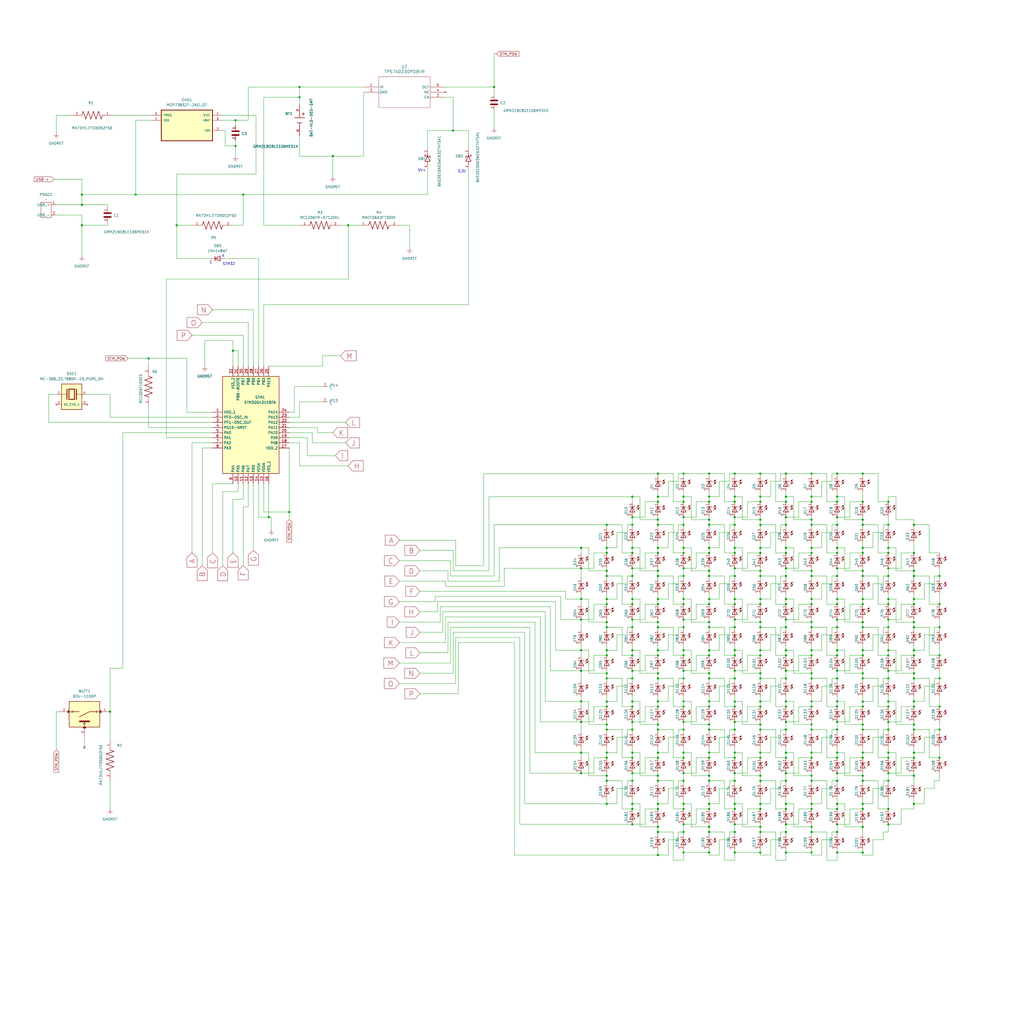
<source format=kicad_sch>
(kicad_sch (version 20250114) (generator "eeschema") (generator_version "9.0")
  (paper "User" 508 508)
  (text "3.3V" (at 229.108 85.09 0) (effects (font (size 1.27 1.27))))
  (text "STM32" (at 113.538 131.064 0) (effects (font (size 1.27 1.27))))
  (text "C" (at 104.648 130.302 0) (effects (font (size 1.27 1.27))))
  (text "A" (at 110.744 127 0) (effects (font (size 1.27 1.27))))
  (text "5V+" (at 209.296 84.582 0) (effects (font (size 1.27 1.27))))
  (junction (at 377.19 422.91))
  (junction (at 377.19 311.15))
  (junction (at 339.09 383.54))
  (junction (at 326.39 311.15))
  (junction (at 364.49 325.12))
  (junction (at 427.99 336.55))
  (junction (at 440.69 347.98))
  (junction (at 427.99 347.98))
  (junction (at 427.99 422.91))
  (junction (at 377.19 274.32))
  (junction (at 466.09 325.12))
  (junction (at 339.09 408.94))
  (junction (at 351.79 361.95))
  (junction (at 351.79 297.18))
  (junction (at 402.59 248.92))
  (junction (at 427.99 297.18))
  (junction (at 427.99 234.95))
  (junction (at 339.09 248.92))
  (junction (at 440.69 285.75))
  (junction (at 427.99 274.32))
  (junction (at 377.19 257.81))
  (junction (at 402.59 334.01))
  (junction (at 351.79 387.35))
  (junction (at 351.79 410.21))
  (junction (at 402.59 311.15))
  (junction (at 351.79 246.38))
  (junction (at 440.69 350.52))
  (junction (at 364.49 307.34))
  (junction (at 389.89 387.35))
  (junction (at 389.89 422.91))
  (junction (at 415.29 373.38))
  (junction (at 326.39 271.78))
  (junction (at 402.59 350.52))
  (junction (at 402.59 410.21))
  (junction (at 377.19 375.92))
  (junction (at 339.09 311.15))
  (junction (at 364.49 322.58))
  (junction (at 364.49 383.54))
  (junction (at 402.59 336.55))
  (junction (at 415.29 325.12))
  (junction (at 326.39 325.12))
  (junction (at 389.89 336.55))
  (junction (at 377.19 325.12))
  (junction (at 339.09 398.78))
  (junction (at 440.69 260.35))
  (junction (at 351.79 334.01))
  (junction (at 300.99 398.78))
  (junction (at 377.19 350.52))
  (junction (at 377.19 336.55))
  (junction (at 300.99 350.52))
  (junction (at 364.49 361.95))
  (junction (at 326.39 297.18))
  (junction (at 326.39 373.38))
  (junction (at 389.89 398.78))
  (junction (at 389.89 256.54))
  (junction (at 313.69 256.54))
  (junction (at 339.09 297.18))
  (junction (at 339.09 260.35))
  (junction (at 40.64 101.6))
  (junction (at 415.29 383.54))
  (junction (at 364.49 375.92))
  (junction (at 339.09 281.94))
  (junction (at 440.69 248.92))
  (junction (at 415.29 248.92))
  (junction (at 427.99 359.41))
  (junction (at 364.49 256.54))
  (junction (at 377.19 297.18))
  (junction (at 415.29 350.52))
  (junction (at 440.69 281.94))
  (junction (at 466.09 299.72))
  (junction (at 377.19 246.38))
  (junction (at 402.59 271.78))
  (junction (at 313.69 373.38))
  (junction (at 389.89 285.75))
  (junction (at 402.59 412.75))
  (junction (at 326.39 375.92))
  (junction (at 326.39 283.21))
  (junction (at 415.29 332.74))
  (junction (at 288.29 347.98))
  (junction (at 300.99 308.61))
  (junction (at 402.59 260.35))
  (junction (at 351.79 299.72))
  (junction (at 402.59 299.72))
  (junction (at 453.39 285.75))
  (junction (at 377.19 260.35))
  (junction (at 300.99 283.21))
  (junction (at 313.69 375.92))
  (junction (at 351.79 375.92))
  (junction (at 415.29 271.78))
  (junction (at 427.99 373.38))
  (junction (at 364.49 281.94))
  (junction (at 377.19 271.78))
  (junction (at 300.99 271.78))
  (junction (at 415.29 412.75))
  (junction (at 351.79 398.78))
  (junction (at 440.69 387.35))
  (junction (at 351.79 422.91))
  (junction (at 313.69 246.38))
  (junction (at 389.89 322.58))
  (junction (at 224.79 64.77))
  (junction (at 440.69 383.54))
  (junction (at 427.99 285.75))
  (junction (at 377.19 410.21))
  (junction (at 402.59 398.78))
  (junction (at 427.99 325.12))
  (junction (at 351.79 350.52))
  (junction (at 402.59 347.98))
  (junction (at 402.59 285.75))
  (junction (at 402.59 384.81))
  (junction (at 351.79 308.61))
  (junction (at 300.99 274.32))
  (junction (at 453.39 283.21))
  (junction (at 326.39 257.81))
  (junction (at 351.79 336.55))
  (junction (at 67.31 96.52))
  (junction (at 377.19 401.32))
  (junction (at 288.29 373.38))
  (junction (at 402.59 297.18))
  (junction (at 402.59 373.38))
  (junction (at 440.69 297.18))
  (junction (at 453.39 308.61))
  (junction (at 326.39 387.35))
  (junction (at 402.59 234.95))
  (junction (at 389.89 311.15))
  (junction (at 339.09 307.34))
  (junction (at 402.59 322.58))
  (junction (at 466.09 285.75))
  (junction (at 133.35 256.54))
  (junction (at 300.99 325.12))
  (junction (at 466.09 375.92))
  (junction (at 326.39 401.32))
  (junction (at 415.29 260.35))
  (junction (at 288.29 281.94))
  (junction (at 364.49 387.35))
  (junction (at 40.64 96.52))
  (junction (at 313.69 332.74))
  (junction (at 415.29 281.94))
  (junction (at 389.89 375.92))
  (junction (at 326.39 336.55))
  (junction (at 427.99 283.21))
  (junction (at 313.69 350.52))
  (junction (at 339.09 332.74))
  (junction (at 245.11 43.18))
  (junction (at 351.79 412.75))
  (junction (at 377.19 234.95))
  (junction (at 351.79 401.32))
  (junction (at 453.39 299.72))
  (junction (at 415.29 297.18))
  (junction (at 389.89 271.78))
  (junction (at 364.49 398.78))
  (junction (at 339.09 422.91))
  (junction (at 326.39 299.72))
  (junction (at 427.99 387.35))
  (junction (at 389.89 332.74))
  (junction (at 313.69 347.98))
  (junction (at 326.39 308.61))
  (junction (at 427.99 322.58))
  (junction (at 339.09 401.32))
  (junction (at 389.89 248.92))
  (junction (at 313.69 307.34))
  (junction (at 427.99 299.72))
  (junction (at 115.57 173.99))
  (junction (at 339.09 373.38))
  (junction (at 326.39 246.38))
  (junction (at 313.69 274.32))
  (junction (at 300.99 347.98))
  (junction (at 389.89 401.32))
  (junction (at 300.99 299.72))
  (junction (at 300.99 311.15))
  (junction (at 453.39 361.95))
  (junction (at 377.19 322.58))
  (junction (at 313.69 299.72))
  (junction (at 415.29 408.94))
  (junction (at 415.29 375.92))
  (junction (at 339.09 322.58))
  (junction (at 313.69 285.75))
  (junction (at 339.09 387.35))
  (junction (at 313.69 325.12))
  (junction (at 313.69 383.54))
  (junction (at 120.65 96.52))
  (junction (at 351.79 285.75))
  (junction (at 313.69 260.35))
  (junction (at 402.59 387.35))
  (junction (at 351.79 325.12))
  (junction (at 415.29 322.58))
  (junction (at 389.89 358.14))
  (junction (at 339.09 325.12))
  (junction (at 351.79 322.58))
  (junction (at 339.09 361.95))
  (junction (at 453.39 359.41))
  (junction (at 415.29 234.95))
  (junction (at 288.29 271.78))
  (junction (at 415.29 358.14))
  (junction (at 466.09 350.52))
  (junction (at 377.19 387.35))
  (junction (at 87.63 111.76))
  (junction (at 427.99 375.92))
  (junction (at 326.39 260.35))
  (junction (at 440.69 375.92))
  (junction (at 364.49 373.38))
  (junction (at 402.59 359.41))
  (junction (at 415.29 361.95))
  (junction (at 313.69 311.15))
  (junction (at 40.64 111.76))
  (junction (at 326.39 274.32))
  (junction (at 351.79 234.95))
  (junction (at 415.29 398.78))
  (junction (at 300.99 359.41))
  (junction (at 440.69 361.95))
  (junction (at 415.29 311.15))
  (junction (at 415.29 347.98))
  (junction (at 402.59 401.32))
  (junction (at 377.19 398.78))
  (junction (at 440.69 299.72))
  (junction (at 377.19 308.61))
  (junction (at 377.19 361.95))
  (junction (at 440.69 332.74))
  (junction (at 427.99 308.61))
  (junction (at 288.29 297.18))
  (junction (at 172.72 111.76))
  (junction (at 364.49 347.98))
  (junction (at 339.09 271.78))
  (junction (at 402.59 308.61))
  (junction (at 427.99 410.21))
  (junction (at 326.39 285.75))
  (junction (at 300.99 384.81))
  (junction (at 402.59 246.38))
  (junction (at 466.09 361.95))
  (junction (at 402.59 283.21))
  (junction (at 54.61 353.06))
  (junction (at 389.89 347.98))
  (junction (at 427.99 311.15))
  (junction (at 313.69 387.35))
  (junction (at 402.59 325.12))
  (junction (at 364.49 285.75))
  (junction (at 440.69 311.15))
  (junction (at 389.89 260.35))
  (junction (at 364.49 299.72))
  (junction (at 339.09 350.52))
  (junction (at 300.99 373.38))
  (junction (at 116.84 72.39))
  (junction (at 313.69 401.32))
  (junction (at 402.59 274.32))
  (junction (at 351.79 373.38))
  (junction (at 389.89 246.38))
  (junction (at 377.19 283.21))
  (junction (at 364.49 401.32))
  (junction (at 300.99 387.35))
  (junction (at 351.79 311.15))
  (junction (at 453.39 347.98))
  (junction (at 288.29 383.54))
  (junction (at 326.39 412.75))
  (junction (at 116.84 59.69))
  (junction (at 389.89 373.38))
  (junction (at 377.19 347.98))
  (junction (at 351.79 347.98))
  (junction (at 389.89 299.72))
  (junction (at 377.19 285.75))
  (junction (at 427.99 350.52))
  (junction (at 313.69 361.95))
  (junction (at 364.49 246.38))
  (junction (at 326.39 248.92))
  (junction (at 351.79 283.21))
  (junction (at 453.39 311.15))
  (junction (at 313.69 336.55))
  (junction (at 440.69 307.34))
  (junction (at 415.29 299.72))
  (junction (at 351.79 384.81))
  (junction (at 288.29 358.14))
  (junction (at 364.49 234.95))
  (junction (at 377.19 359.41))
  (junction (at 389.89 350.52))
  (junction (at 339.09 375.92))
  (junction (at 339.09 412.75))
  (junction (at 326.39 234.95))
  (junction (at 326.39 347.98))
  (junction (at 339.09 234.95))
  (junction (at 402.59 375.92))
  (junction (at 427.99 361.95))
  (junction (at 300.99 322.58))
  (junction (at 389.89 234.95))
  (junction (at 313.69 271.78))
  (junction (at 440.69 358.14))
  (junction (at 351.79 257.81))
  (junction (at 415.29 307.34))
  (junction (at 453.39 297.18))
  (junction (at 389.89 412.75))
  (junction (at 313.69 297.18))
  (junction (at 466.09 311.15))
  (junction (at 326.39 384.81))
  (junction (at 427.99 334.01))
  (junction (at 389.89 325.12))
  (junction (at 440.69 373.38))
  (junction (at 364.49 422.91))
  (junction (at 402.59 361.95))
  (junction (at 377.19 299.72))
  (junction (at 427.99 248.92))
  (junction (at 427.99 271.78))
  (junction (at 364.49 260.35))
  (junction (at 300.99 285.75))
  (junction (at 427.99 384.81))
  (junction (at 300.99 361.95))
  (junction (at 339.09 246.38))
  (junction (at 427.99 260.35))
  (junction (at 300.99 260.35))
  (junction (at 389.89 408.94))
  (junction (at 440.69 274.32))
  (junction (at 415.29 401.32))
  (junction (at 377.19 334.01))
  (junction (at 339.09 285.75))
  (junction (at 402.59 257.81))
  (junction (at 351.79 271.78))
  (junction (at 148.59 48.26))
  (junction (at 300.99 375.92))
  (junction (at 326.39 361.95))
  (junction (at 415.29 246.38))
  (junction (at 313.69 322.58))
  (junction (at 389.89 274.32))
  (junction (at 339.09 336.55))
  (junction (at 364.49 311.15))
  (junction (at 453.39 398.78))
  (junction (at 389.89 361.95))
  (junction (at 440.69 322.58))
  (junction (at 339.09 299.72))
  (junction (at 326.39 322.58))
  (junction (at 351.79 359.41))
  (junction (at 377.19 412.75))
  (junction (at 453.39 336.55))
  (junction (at 364.49 297.18))
  (junction (at 440.69 408.94))
  (junction (at 453.39 350.52))
  (junction (at 377.19 248.92))
  (junction (at 427.99 398.78))
  (junction (at 339.09 274.32))
  (junction (at 389.89 383.54))
  (junction (at 453.39 274.32))
  (junction (at 453.39 375.92))
  (junction (at 377.19 373.38))
  (junction (at 313.69 358.14))
  (junction (at 440.69 325.12))
  (junction (at 415.29 274.32))
  (junction (at 427.99 401.32))
  (junction (at 364.49 332.74))
  (junction (at 377.19 384.81))
  (junction (at 339.09 256.54))
  (junction (at 453.39 260.35))
  (junction (at 313.69 281.94))
  (junction (at 313.69 408.94))
  (junction (at 351.79 248.92))
  (junction (at 466.09 336.55))
  (junction (at 339.09 358.14))
  (junction (at 453.39 334.01))
  (junction (at 453.39 373.38))
  (junction (at 73.66 177.8))
  (junction (at 364.49 412.75))
  (junction (at 364.49 274.32))
  (junction (at 326.39 398.78))
  (junction (at 148.59 43.18))
  (junction (at 440.69 271.78))
  (junction (at 364.49 358.14))
  (junction (at 300.99 334.01))
  (junction (at 453.39 322.58))
  (junction (at 364.49 271.78))
  (junction (at 402.59 422.91))
  (junction (at 339.09 347.98))
  (junction (at 143.51 254))
  (junction (at 351.79 260.35))
  (junction (at 326.39 334.01))
  (junction (at 364.49 336.55))
  (junction (at 427.99 257.81))
  (junction (at 313.69 398.78))
  (junction (at 415.29 285.75))
  (junction (at 389.89 281.94))
  (junction (at 326.39 410.21))
  (junction (at 364.49 248.92))
  (junction (at 453.39 325.12))
  (junction (at 364.49 350.52))
  (junction (at 326.39 359.41))
  (junction (at 326.39 350.52))
  (junction (at 300.99 297.18))
  (junction (at 440.69 336.55))
  (junction (at 389.89 297.18))
  (junction (at 453.39 384.81))
  (junction (at 415.29 256.54))
  (junction (at 326.39 424.18))
  (junction (at 364.49 408.94))
  (junction (at 389.89 307.34))
  (junction (at 288.29 322.58))
  (junction (at 415.29 387.35))
  (junction (at 165.1 77.47))
  (junction (at 288.29 332.74))
  (junction (at 288.29 307.34))
  (junction (at 440.69 401.32))
  (junction (at 415.29 422.91))
  (junction (at 415.29 336.55))
  (junction (at 351.79 274.32))
  (junction (at 300.99 336.55))
  (no_connect (at 41.91 370.84))
  (wire (pts (xy 334.01 375.92) (xy 339.09 375.92)))
  (wire (pts (xy 463.55 387.35) (xy 466.09 387.35)))
  (wire (pts (xy 300.99 287.02) (xy 300.99 285.75)))
  (wire (pts (xy 444.5 322.58) (xy 444.5 334.01)))
  (wire (pts (xy 410.21 234.95) (xy 410.21 248.92)))
  (wire (pts (xy 415.29 398.78) (xy 415.29 401.32)))
  (wire (pts (xy 227.33 318.77) (xy 227.33 344.17)))
  (wire (pts (xy 361.95 260.35) (xy 364.49 260.35)))
  (wire (pts (xy 377.19 246.38) (xy 377.19 248.92)))
  (wire (pts (xy 245.11 260.35) (xy 245.11 285.75)))
  (wire (pts (xy 313.69 294.64) (xy 313.69 297.18)))
  (wire (pts (xy 288.29 345.44) (xy 288.29 347.98)))
  (wire (pts (xy 288.29 383.54) (xy 262.89 383.54)))
  (wire (pts (xy 368.3 246.38) (xy 368.3 257.81)))
  (wire (pts (xy 458.47 314.96) (xy 463.55 314.96)))
  (wire (pts (xy 377.19 383.54) (xy 377.19 384.81)))
  (wire (pts (xy 311.15 340.36) (xy 311.15 336.55)))
  (wire (pts (xy 198.12 298.45) (xy 215.9 298.45)))
  (wire (pts (xy 384.81 387.35) (xy 384.81 401.32)))
  (wire (pts (xy 334.01 412.75) (xy 334.01 426.72)))
  (wire (pts (xy 458.47 297.18) (xy 458.47 289.56)))
  (wire (pts (xy 111.76 72.39) (xy 116.84 72.39)))
  (wire (pts (xy 410.21 260.35) (xy 410.21 274.32)))
  (wire (pts (xy 339.09 256.54) (xy 339.09 260.35)))
  (wire (pts (xy 427.99 347.98) (xy 427.99 350.52)))
  (wire (pts (xy 313.69 307.34) (xy 320.04 307.34)))
  (wire (pts (xy 116.84 59.69) (xy 116.84 62.23)))
  (wire (pts (xy 317.5 257.81) (xy 326.39 257.81)))
  (wire (pts (xy 148.59 48.26) (xy 130.81 48.26)))
  (wire (pts (xy 250.19 281.94) (xy 250.19 290.83)))
  (wire (pts (xy 402.59 421.64) (xy 402.59 422.91)))
  (wire (pts (xy 262.89 383.54) (xy 262.89 311.15)))
  (wire (pts (xy 203.2 111.76) (xy 203.2 123.19)))
  (wire (pts (xy 427.99 421.64) (xy 427.99 422.91)))
  (wire (pts (xy 55.88 57.15) (xy 74.93 57.15)))
  (wire (pts (xy 306.07 347.98) (xy 306.07 340.36)))
  (wire (pts (xy 453.39 308.61) (xy 453.39 311.15)))
  (wire (pts (xy 294.64 325.12) (xy 294.64 332.74)))
  (wire (pts (xy 389.89 358.14) (xy 389.89 361.95)))
  (wire (pts (xy 384.81 248.92) (xy 389.89 248.92)))
  (wire (pts (xy 421.64 401.32) (xy 427.99 401.32)))
  (wire (pts (xy 148.59 199.39) (xy 160.02 199.39)))
  (wire (pts (xy 308.61 387.35) (xy 300.99 387.35)))
  (wire (pts (xy 148.59 77.47) (xy 165.1 77.47)))
  (wire (pts (xy 339.09 294.64) (xy 339.09 297.18)))
  (wire (pts (xy 345.44 274.32) (xy 351.79 274.32)))
  (wire (pts (xy 389.89 256.54) (xy 389.89 260.35)))
  (wire (pts (xy 219.71 303.53) (xy 270.51 303.53)))
  (wire (pts (xy 198.12 308.61) (xy 218.44 308.61)))
  (wire (pts (xy 105.41 217.17) (xy 82.55 217.17)))
  (wire (pts (xy 447.04 325.12) (xy 453.39 325.12)))
  (wire (pts (xy 345.44 248.92) (xy 345.44 256.54)))
  (wire (pts (xy 440.69 370.84) (xy 440.69 373.38)))
  (wire (pts (xy 351.79 271.78) (xy 356.87 271.78)))
  (wire (pts (xy 412.75 340.36) (xy 412.75 336.55)))
  (wire (pts (xy 419.1 322.58) (xy 419.1 334.01)))
  (wire (pts (xy 326.39 398.78) (xy 331.47 398.78)))
  (wire (pts (xy 389.89 398.78) (xy 389.89 401.32)))
  (wire (pts (xy 326.39 243.84) (xy 326.39 246.38)))
  (wire (pts (xy 407.67 416.56) (xy 412.75 416.56)))
  (wire (pts (xy 313.69 246.38) (xy 317.5 246.38)))
  (wire (pts (xy 292.1 297.18) (xy 292.1 308.61)))
  (wire (pts (xy 453.39 373.38) (xy 458.47 373.38)))
  (wire (pts (xy 435.61 299.72) (xy 440.69 299.72)))
  (wire (pts (xy 453.39 322.58) (xy 453.39 325.12)))
  (wire (pts (xy 313.69 347.98) (xy 317.5 347.98)))
  (wire (pts (xy 143.51 254) (xy 143.51 257.81)))
  (wire (pts (xy 407.67 398.78) (xy 407.67 391.16)))
  (wire (pts (xy 339.09 311.15) (xy 339.09 312.42)))
  (wire (pts (xy 427.99 410.21) (xy 427.99 414.02)))
  (wire (pts (xy 384.81 325.12) (xy 389.89 325.12)))
  (wire (pts (xy 389.89 421.64) (xy 389.89 422.91)))
  (wire (pts (xy 393.7 347.98) (xy 393.7 359.41)))
  (wire (pts (xy 415.29 412.75) (xy 415.29 414.02)))
  (wire (pts (xy 402.59 347.98) (xy 402.59 350.52)))
  (wire (pts (xy 393.7 334.01) (xy 402.59 334.01)))
  (wire (pts (xy 359.41 426.72) (xy 364.49 426.72)))
  (wire (pts (xy 438.15 289.56) (xy 438.15 285.75)))
  (wire (pts (xy 342.9 322.58) (xy 342.9 334.01)))
  (wire (pts (xy 377.19 271.78) (xy 377.19 274.32)))
  (wire (pts (xy 361.95 264.16) (xy 361.95 260.35)))
  (wire (pts (xy 313.69 408.94) (xy 320.04 408.94)))
  (wire (pts (xy 130.81 48.26) (xy 130.81 111.76)))
  (wire (pts (xy 313.69 383.54) (xy 320.04 383.54)))
  (wire (pts (xy 116.84 59.69) (xy 123.19 59.69)))
  (wire (pts (xy 377.19 307.34) (xy 377.19 308.61)))
  (wire (pts (xy 415.29 234.95) (xy 427.99 234.95)))
  (wire (pts (xy 389.89 358.14) (xy 396.24 358.14)))
  (wire (pts (xy 300.99 345.44) (xy 300.99 347.98)))
  (wire (pts (xy 336.55 289.56) (xy 336.55 285.75)))
  (wire (pts (xy 382.27 365.76) (xy 387.35 365.76)))
  (wire (pts (xy 440.69 271.78) (xy 440.69 274.32)))
  (wire (pts (xy 356.87 271.78) (xy 356.87 264.16)))
  (wire (pts (xy 382.27 398.78) (xy 382.27 391.16)))
  (wire (pts (xy 326.39 294.64) (xy 326.39 297.18)))
  (wire (pts (xy 415.29 260.35) (xy 415.29 261.62)))
  (wire (pts (xy 410.21 311.15) (xy 410.21 325.12)))
  (wire (pts (xy 339.09 320.04) (xy 339.09 322.58)))
  (wire (pts (xy 351.79 337.82) (xy 351.79 336.55)))
  (wire (pts (xy 387.35 336.55) (xy 389.89 336.55)))
  (wire (pts (xy 123.19 160.02) (xy 123.19 181.61)))
  (wire (pts (xy 267.97 358.14) (xy 267.97 306.07)))
  (wire (pts (xy 326.39 414.02) (xy 326.39 412.75)))
  (wire (pts (xy 453.39 334.01) (xy 453.39 336.55)))
  (wire (pts (xy 326.39 297.18) (xy 326.39 299.72)))
  (wire (pts (xy 313.69 322.58) (xy 317.5 322.58)))
  (wire (pts (xy 351.79 297.18) (xy 356.87 297.18)))
  (wire (pts (xy 226.06 267.97) (xy 226.06 280.67)))
  (wire (pts (xy 359.41 412.75) (xy 351.79 412.75)))
  (wire (pts (xy 370.84 274.32) (xy 377.19 274.32)))
  (wire (pts (xy 313.69 408.94) (xy 257.81 408.94)))
  (wire (pts (xy 317.5 347.98) (xy 317.5 359.41)))
  (wire (pts (xy 387.35 391.16) (xy 387.35 387.35)))
  (wire (pts (xy 67.31 59.69) (xy 67.31 96.52)))
  (wire (pts (xy 218.44 308.61) (xy 218.44 300.99)))
  (wire (pts (xy 308.61 260.35) (xy 308.61 274.32)))
  (wire (pts (xy 402.59 334.01) (xy 402.59 336.55)))
  (wire (pts (xy 339.09 398.78) (xy 342.9 398.78)))
  (wire (pts (xy 311.15 314.96) (xy 311.15 311.15)))
  (wire (pts (xy 435.61 285.75) (xy 427.99 285.75)))
  (wire (pts (xy 438.15 311.15) (xy 440.69 311.15)))
  (wire (pts (xy 288.29 297.18) (xy 280.67 297.18)))
  (wire (pts (xy 317.5 359.41) (xy 326.39 359.41)))
  (wire (pts (xy 115.57 181.61) (xy 115.57 173.99)))
  (wire (pts (xy 389.89 246.38) (xy 389.89 248.92)))
  (wire (pts (xy 345.44 375.92) (xy 345.44 383.54)))
  (wire (pts (xy 407.67 391.16) (xy 412.75 391.16)))
  (wire (pts (xy 370.84 299.72) (xy 370.84 307.34)))
  (wire (pts (xy 215.9 295.91) (xy 278.13 295.91)))
  (wire (pts (xy 421.64 375.92) (xy 427.99 375.92)))
  (wire (pts (xy 345.44 350.52) (xy 345.44 358.14)))
  (wire (pts (xy 453.39 281.94) (xy 453.39 283.21)))
  (wire (pts (xy 461.01 361.95) (xy 461.01 375.92)))
  (wire (pts (xy 317.5 398.78) (xy 317.5 410.21)))
  (wire (pts (xy 127 57.15) (xy 127 86.36)))
  (wire (pts (xy 447.04 375.92) (xy 447.04 383.54)))
  (wire (pts (xy 313.69 246.38) (xy 242.57 246.38)))
  (wire (pts (xy 326.39 332.74) (xy 326.39 334.01)))
  (wire (pts (xy 393.7 297.18) (xy 393.7 308.61)))
  (wire (pts (xy 326.39 347.98) (xy 331.47 347.98)))
  (wire (pts (xy 389.89 307.34) (xy 389.89 311.15)))
  (wire (pts (xy 389.89 271.78) (xy 393.7 271.78)))
  (wire (pts (xy 339.09 408.94) (xy 339.09 412.75)))
  (wire (pts (xy 326.39 421.64) (xy 326.39 424.18)))
  (wire (pts (xy 339.09 307.34) (xy 339.09 311.15)))
  (wire (pts (xy 393.7 257.81) (xy 402.59 257.81)))
  (wire (pts (xy 440.69 256.54) (xy 440.69 260.35)))
  (wire (pts (xy 419.1 246.38) (xy 419.1 257.81)))
  (wire (pts (xy 265.43 373.38) (xy 265.43 308.61)))
  (wire (pts (xy 208.28 323.85) (xy 222.25 323.85)))
  (wire (pts (xy 387.35 387.35) (xy 389.89 387.35)))
  (wire (pts (xy 463.55 391.16) (xy 463.55 387.35)))
  (wire (pts (xy 396.24 401.32) (xy 402.59 401.32)))
  (wire (pts (xy 377.19 236.22) (xy 377.19 234.95)))
  (wire (pts (xy 60.96 331.47) (xy 60.96 214.63)))
  (wire (pts (xy 415.29 347.98) (xy 419.1 347.98)))
  (wire (pts (xy 444.5 347.98) (xy 444.5 359.41)))
  (wire (pts (xy 115.57 247.65) (xy 115.57 274.32)))
  (wire (pts (xy 326.39 396.24) (xy 326.39 398.78)))
  (wire (pts (xy 143.51 219.71) (xy 148.59 219.71)))
  (wire (pts (xy 361.95 340.36) (xy 361.95 336.55)))
  (wire (pts (xy 364.49 322.58) (xy 364.49 325.12)))
  (wire (pts (xy 336.55 260.35) (xy 339.09 260.35)))
  (wire (pts (xy 212.09 64.77) (xy 224.79 64.77)))
  (wire (pts (xy 311.15 361.95) (xy 313.69 361.95)))
  (wire (pts (xy 412.75 336.55) (xy 415.29 336.55)))
  (wire (pts (xy 351.79 246.38) (xy 356.87 246.38)))
  (wire (pts (xy 208.28 303.53) (xy 217.17 303.53)))
  (wire (pts (xy 288.29 322.58) (xy 288.29 325.12)))
  (wire (pts (xy 435.61 311.15) (xy 435.61 325.12)))
  (wire (pts (xy 351.79 332.74) (xy 351.79 334.01)))
  (wire (pts (xy 364.49 271.78) (xy 364.49 274.32)))
  (wire (pts (xy 311.15 336.55) (xy 313.69 336.55)))
  (wire (pts (xy 393.7 398.78) (xy 393.7 410.21)))
  (wire (pts (xy 311.15 391.16) (xy 311.15 387.35)))
  (wire (pts (xy 288.29 358.14) (xy 288.29 363.22)))
  (wire (pts (xy 356.87 289.56) (xy 361.95 289.56)))
  (wire (pts (xy 440.69 271.78) (xy 444.5 271.78)))
  (wire (pts (xy 463.55 314.96) (xy 463.55 311.15)))
  (wire (pts (xy 40.64 88.9) (xy 40.64 96.52)))
  (wire (pts (xy 440.69 307.34) (xy 447.04 307.34)))
  (wire (pts (xy 368.3 271.78) (xy 368.3 283.21)))
  (wire (pts (xy 444.5 334.01) (xy 453.39 334.01)))
  (wire (pts (xy 300.99 373.38) (xy 306.07 373.38)))
  (wire (pts (xy 415.29 383.54) (xy 421.64 383.54)))
  (wire (pts (xy 415.29 297.18) (xy 419.1 297.18)))
  (wire (pts (xy 300.99 347.98) (xy 306.07 347.98)))
  (wire (pts (xy 351.79 388.62) (xy 351.79 387.35)))
  (wire (pts (xy 440.69 332.74) (xy 447.04 332.74)))
  (wire (pts (xy 317.5 322.58) (xy 317.5 334.01)))
  (wire (pts (xy 351.79 398.78) (xy 356.87 398.78)))
  (wire (pts (xy 377.19 294.64) (xy 377.19 297.18)))
  (wire (pts (xy 345.44 274.32) (xy 345.44 281.94)))
  (wire (pts (xy 300.99 384.81) (xy 300.99 387.35)))
  (wire (pts (xy 120.65 111.76) (xy 120.65 96.52)))
  (wire (pts (xy 364.49 311.15) (xy 364.49 312.42)))
  (wire (pts (xy 288.29 307.34) (xy 294.64 307.34)))
  (wire (pts (xy 300.99 271.78) (xy 300.99 274.32)))
  (wire (pts (xy 368.3 359.41) (xy 377.19 359.41)))
  (wire (pts (xy 466.09 332.74) (xy 466.09 336.55)))
  (wire (pts (xy 294.64 274.32) (xy 300.99 274.32)))
  (wire (pts (xy 377.19 287.02) (xy 377.19 285.75)))
  (wire (pts (xy 444.5 308.61) (xy 453.39 308.61)))
  (wire (pts (xy 313.69 256.54) (xy 313.69 260.35)))
  (wire (pts (xy 339.09 297.18) (xy 339.09 299.72)))
  (wire (pts (xy 433.07 314.96) (xy 438.15 314.96)))
  (wire (pts (xy 427.99 243.84) (xy 427.99 248.92)))
  (wire (pts (xy 24.13 209.55) (xy 105.41 209.55)))
  (wire (pts (xy 198.12 328.93) (xy 223.52 328.93)))
  (wire (pts (xy 351.79 322.58) (xy 356.87 322.58)))
  (wire (pts (xy 402.59 308.61) (xy 402.59 311.15)))
  (wire (pts (xy 73.66 177.8) (xy 73.66 181.61)))
  (wire (pts (xy 342.9 384.81) (xy 351.79 384.81)))
  (wire (pts (xy 242.57 246.38) (xy 242.57 283.21)))
  (wire (pts (xy 447.04 325.12) (xy 447.04 332.74)))
  (wire (pts (xy 339.09 271.78) (xy 342.9 271.78)))
  (wire (pts (xy 463.55 289.56) (xy 463.55 285.75)))
  (wire (pts (xy 345.44 401.32) (xy 345.44 408.94)))
  (wire (pts (xy 288.29 332.74) (xy 273.05 332.74)))
  (wire (pts (xy 351.79 320.04) (xy 351.79 322.58)))
  (wire (pts (xy 377.19 281.94) (xy 377.19 283.21)))
  (wire (pts (xy 240.03 234.95) (xy 240.03 280.67)))
  (wire (pts (xy 435.61 234.95) (xy 427.99 234.95)))
  (wire (pts (xy 377.19 398.78) (xy 377.19 401.32)))
  (wire (pts (xy 152.4 217.17) (xy 152.4 226.06)))
  (wire (pts (xy 412.75 387.35) (xy 415.29 387.35)))
  (wire (pts (xy 415.29 243.84) (xy 415.29 246.38)))
  (wire (pts (xy 54.61 353.06) (xy 54.61 367.03)))
  (wire (pts (xy 440.69 345.44) (xy 440.69 347.98)))
  (wire (pts (xy 361.95 289.56) (xy 361.95 285.75)))
  (wire (pts (xy 410.21 325.12) (xy 415.29 325.12)))
  (wire (pts (xy 313.69 271.78) (xy 317.5 271.78)))
  (wire (pts (xy 232.41 73.66) (xy 232.41 64.77)))
  (wire (pts (xy 118.11 181.61) (xy 118.11 173.99)))
  (wire (pts (xy 415.29 307.34) (xy 415.29 311.15)))
  (wire (pts (xy 300.99 312.42) (xy 300.99 311.15)))
  (wire (pts (xy 130.81 240.03) (xy 130.81 254)))
  (wire (pts (xy 410.21 285.75) (xy 410.21 299.72)))
  (wire (pts (xy 415.29 347.98) (xy 415.29 350.52)))
  (wire (pts (xy 331.47 264.16) (xy 336.55 264.16)))
  (wire (pts (xy 334.01 285.75) (xy 334.01 299.72)))
  (wire (pts (xy 364.49 383.54) (xy 364.49 387.35)))
  (wire (pts (xy 435.61 361.95) (xy 427.99 361.95)))
  (wire (pts (xy 364.49 271.78) (xy 368.3 271.78)))
  (wire (pts (xy 313.69 358.14) (xy 320.04 358.14)))
  (wire (pts (xy 427.99 347.98) (xy 433.07 347.98)))
  (wire (pts (xy 198.12 339.09) (xy 226.06 339.09)))
  (wire (pts (xy 128.27 128.27) (xy 128.27 181.61)))
  (wire (pts (xy 73.66 212.09) (xy 105.41 212.09)))
  (wire (pts (xy 40.64 101.6) (xy 53.34 101.6)))
  (wire (pts (xy 339.09 373.38) (xy 342.9 373.38)))
  (wire (pts (xy 377.19 269.24) (xy 377.19 271.78)))
  (wire (pts (xy 382.27 391.16) (xy 387.35 391.16)))
  (wire (pts (xy 377.19 337.82) (xy 377.19 336.55)))
  (wire (pts (xy 364.49 398.78) (xy 368.3 398.78)))
  (wire (pts (xy 402.59 271.78) (xy 407.67 271.78)))
  (wire (pts (xy 300.99 322.58) (xy 300.99 325.12)))
  (wire (pts (xy 384.81 311.15) (xy 377.19 311.15)))
  (wire (pts (xy 364.49 234.95) (xy 377.19 234.95)))
  (wire (pts (xy 427.99 281.94) (xy 427.99 283.21)))
  (wire (pts (xy 461.01 285.75) (xy 461.01 299.72)))
  (wire (pts (xy 427.99 332.74) (xy 427.99 334.01)))
  (wire (pts (xy 364.49 234.95) (xy 364.49 236.22)))
  (wire (pts (xy 351.79 396.24) (xy 351.79 398.78)))
  (wire (pts (xy 389.89 408.94) (xy 389.89 412.75)))
  (wire (pts (xy 377.19 243.84) (xy 377.19 246.38)))
  (wire (pts (xy 326.39 269.24) (xy 326.39 271.78)))
  (wire (pts (xy 331.47 322.58) (xy 331.47 314.96)))
  (wire (pts (xy 402.59 408.94) (xy 402.59 410.21)))
  (wire (pts (xy 160.02 176.53) (xy 160.02 181.61)))
  (wire (pts (xy 288.29 347.98) (xy 288.29 350.52)))
  (wire (pts (xy 402.59 414.02) (xy 402.59 412.75)))
  (wire (pts (xy 415.29 336.55) (xy 415.29 337.82)))
  (wire (pts (xy 421.64 248.92) (xy 427.99 248.92)))
  (wire (pts (xy 334.01 412.75) (xy 326.39 412.75)))
  (wire (pts (xy 440.69 396.24) (xy 440.69 401.32)))
  (wire (pts (xy 294.64 350.52) (xy 294.64 358.14)))
  (wire (pts (xy 415.29 358.14) (xy 421.64 358.14)))
  (wire (pts (xy 433.07 391.16) (xy 438.15 391.16)))
  (wire (pts (xy 331.47 391.16) (xy 336.55 391.16)))
  (wire (pts (xy 308.61 299.72) (xy 313.69 299.72)))
  (wire (pts (xy 300.99 294.64) (xy 300.99 297.18)))
  (wire (pts (xy 245.11 26.67) (xy 246.38 26.67)))
  (wire (pts (xy 389.89 347.98) (xy 393.7 347.98)))
  (wire (pts (xy 212.09 64.77) (xy 212.09 73.66)))
  (wire (pts (xy 377.19 334.01) (xy 377.19 336.55)))
  (wire (pts (xy 387.35 361.95) (xy 389.89 361.95)))
  (wire (pts (xy 351.79 283.21) (xy 351.79 285.75)))
  (wire (pts (xy 396.24 325.12) (xy 396.24 332.74)))
  (wire (pts (xy 220.98 290.83) (xy 250.19 290.83)))
  (wire (pts (xy 342.9 410.21) (xy 351.79 410.21)))
  (wire (pts (xy 402.59 246.38) (xy 402.59 248.92)))
  (wire (pts (xy 402.59 388.62) (xy 402.59 387.35)))
  (wire (pts (xy 368.3 384.81) (xy 377.19 384.81)))
  (wire (pts (xy 407.67 271.78) (xy 407.67 264.16)))
  (wire (pts (xy 245.11 54.61) (xy 245.11 63.5)))
  (wire (pts (xy 148.59 52.07) (xy 148.59 48.26)))
  (wire (pts (xy 157.48 214.63) (xy 165.1 214.63)))
  (wire (pts (xy 440.69 387.35) (xy 440.69 388.62)))
  (wire (pts (xy 120.65 96.52) (xy 212.09 96.52)))
  (wire (pts (xy 245.11 43.18) (xy 245.11 46.99)))
  (wire (pts (xy 313.69 311.15) (xy 313.69 312.42)))
  (wire (pts (xy 387.35 260.35) (xy 389.89 260.35)))
  (wire (pts (xy 308.61 401.32) (xy 313.69 401.32)))
  (wire (pts (xy 364.49 387.35) (xy 364.49 388.62)))
  (wire (pts (xy 402.59 359.41) (xy 402.59 361.95)))
  (wire (pts (xy 466.09 285.75) (xy 466.09 287.02)))
  (wire (pts (xy 444.5 283.21) (xy 453.39 283.21)))
  (wire (pts (xy 364.49 243.84) (xy 364.49 246.38)))
  (wire (pts (xy 415.29 311.15) (xy 415.29 312.42)))
  (wire (pts (xy 351.79 383.54) (xy 351.79 384.81)))
  (wire (pts (xy 412.75 416.56) (xy 412.75 412.75)))
  (wire (pts (xy 361.95 416.56) (xy 361.95 412.75)))
  (wire (pts (xy 227.33 318.77) (xy 255.27 318.77)))
  (wire (pts (xy 447.04 299.72) (xy 453.39 299.72)))
  (wire (pts (xy 125.73 153.67) (xy 125.73 181.61)))
  (wire (pts (xy 402.59 373.38) (xy 407.67 373.38)))
  (wire (pts (xy 438.15 336.55) (xy 440.69 336.55)))
  (wire (pts (xy 308.61 350.52) (xy 313.69 350.52)))
  (wire (pts (xy 339.09 347.98) (xy 339.09 350.52)))
  (wire (pts (xy 377.19 424.18) (xy 382.27 424.18)))
  (wire (pts (xy 223.52 328.93) (xy 223.52 311.15)))
  (wire (pts (xy 313.69 347.98) (xy 313.69 350.52)))
  (wire (pts (xy 351.79 358.14) (xy 351.79 359.41)))
  (wire (pts (xy 415.29 246.38) (xy 415.29 248.92)))
  (wire (pts (xy 370.84 325.12) (xy 377.19 325.12)))
  (wire (pts (xy 412.75 365.76) (xy 412.75 361.95)))
  (wire (pts (xy 415.29 322.58) (xy 419.1 322.58)))
  (wire (pts (xy 82.55 217.17) (xy 82.55 138.43)))
  (wire (pts (xy 361.95 412.75) (xy 364.49 412.75)))
  (wire (pts (xy 407.67 314.96) (xy 412.75 314.96)))
  (wire (pts (xy 339.09 412.75) (xy 339.09 414.02)))
  (wire (pts (xy 433.07 416.56) (xy 438.15 416.56)))
  (wire (pts (xy 453.39 307.34) (xy 453.39 308.61)))
  (wire (pts (xy 300.99 359.41) (xy 300.99 361.95)))
  (wire (pts (xy 389.89 322.58) (xy 389.89 325.12)))
  (wire (pts (xy 384.81 336.55) (xy 384.81 350.52)))
  (wire (pts (xy 130.81 151.13) (xy 232.41 151.13)))
  (wire (pts (xy 334.01 401.32) (xy 339.09 401.32)))
  (wire (pts (xy 421.64 375.92) (xy 421.64 383.54)))
  (wire (pts (xy 339.09 271.78) (xy 339.09 274.32)))
  (wire (pts (xy 339.09 373.38) (xy 339.09 375.92)))
  (wire (pts (xy 288.29 373.38) (xy 292.1 373.38)))
  (wire (pts (xy 27.94 57.15) (xy 27.94 66.04)))
  (wire (pts (xy 435.61 375.92) (xy 440.69 375.92)))
  (wire (pts (xy 334.01 285.75) (xy 326.39 285.75)))
  (wire (pts (xy 368.3 410.21) (xy 377.19 410.21)))
  (wire (pts (xy 359.41 401.32) (xy 364.49 401.32)))
  (wire (pts (xy 396.24 401.32) (xy 396.24 408.94)))
  (wire (pts (xy 220.98 48.26) (xy 224.79 48.26)))
  (wire (pts (xy 377.19 388.62) (xy 377.19 387.35)))
  (wire (pts (xy 427.99 424.18) (xy 433.07 424.18)))
  (wire (pts (xy 331.47 238.76) (xy 336.55 238.76)))
  (wire (pts (xy 463.55 336.55) (xy 466.09 336.55)))
  (wire (pts (xy 339.09 383.54) (xy 339.09 387.35)))
  (wire (pts (xy 54.61 387.35) (xy 54.61 401.32)))
  (wire (pts (xy 300.99 261.62) (xy 300.99 260.35)))
  (wire (pts (xy 407.67 340.36) (xy 412.75 340.36)))
  (wire (pts (xy 427.99 256.54) (xy 427.99 257.81)))
  (wire (pts (xy 300.99 281.94) (xy 300.99 283.21)))
  (wire (pts (xy 308.61 361.95) (xy 308.61 375.92)))
  (wire (pts (xy 461.01 299.72) (xy 466.09 299.72)))
  (wire (pts (xy 427.99 384.81) (xy 427.99 387.35)))
  (wire (pts (xy 148.59 231.14) (xy 172.72 231.14)))
  (wire (pts (xy 359.41 387.35) (xy 351.79 387.35)))
  (wire (pts (xy 326.39 261.62) (xy 326.39 260.35)))
  (wire (pts (xy 311.15 311.15) (xy 313.69 311.15)))
  (wire (pts (xy 87.63 111.76) (xy 87.63 128.27)))
  (wire (pts (xy 415.29 387.35) (xy 415.29 388.62)))
  (wire (pts (xy 356.87 398.78) (xy 356.87 391.16)))
  (wire (pts (xy 453.39 297.18) (xy 458.47 297.18)))
  (wire (pts (xy 410.21 299.72) (xy 415.29 299.72)))
  (wire (pts (xy 294.64 350.52) (xy 300.99 350.52)))
  (wire (pts (xy 313.69 281.94) (xy 320.04 281.94)))
  (wire (pts (xy 300.99 320.04) (xy 300.99 322.58)))
  (wire (pts (xy 364.49 383.54) (xy 370.84 383.54)))
  (wire (pts (xy 415.29 422.91) (xy 427.99 422.91)))
  (wire (pts (xy 320.04 375.92) (xy 326.39 375.92)))
  (wire (pts (xy 306.07 271.78) (xy 306.07 264.16)))
  (wire (pts (xy 370.84 375.92) (xy 377.19 375.92)))
  (wire (pts (xy 308.61 285.75) (xy 308.61 299.72)))
  (wire (pts (xy 370.84 248.92) (xy 370.84 256.54)))
  (wire (pts (xy 415.29 281.94) (xy 421.64 281.94)))
  (wire (pts (xy 444.5 257.81) (xy 453.39 257.81)))
  (wire (pts (xy 331.47 289.56) (xy 336.55 289.56)))
  (wire (pts (xy 351.79 410.21) (xy 351.79 412.75)))
  (wire (pts (xy 447.04 274.32) (xy 447.04 281.94)))
  (wire (pts (xy 384.81 350.52) (xy 389.89 350.52)))
  (wire (pts (xy 273.05 332.74) (xy 273.05 300.99)))
  (wire (pts (xy 275.59 322.58) (xy 275.59 298.45)))
  (wire (pts (xy 364.49 398.78) (xy 364.49 401.32)))
  (wire (pts (xy 336.55 340.36) (xy 336.55 336.55)))
  (wire (pts (xy 336.55 238.76) (xy 336.55 234.95)))
  (wire (pts (xy 466.09 311.15) (xy 466.09 312.42)))
  (wire (pts (xy 421.64 299.72) (xy 421.64 307.34)))
  (wire (pts (xy 453.39 347.98) (xy 453.39 350.52)))
  (wire (pts (xy 389.89 234.95) (xy 389.89 236.22)))
  (wire (pts (xy 288.29 281.94) (xy 294.64 281.94)))
  (wire (pts (xy 402.59 424.18) (xy 407.67 424.18)))
  (wire (pts (xy 351.79 408.94) (xy 351.79 410.21)))
  (wire (pts (xy 339.09 269.24) (xy 339.09 271.78)))
  (wire (pts (xy 427.99 398.78) (xy 433.07 398.78)))
  (wire (pts (xy 313.69 320.04) (xy 313.69 322.58)))
  (wire (pts (xy 351.79 370.84) (xy 351.79 373.38)))
  (wire (pts (xy 345.44 375.92) (xy 351.79 375.92)))
  (wire (pts (xy 410.21 412.75) (xy 410.21 426.72)))
  (wire (pts (xy 326.39 424.18) (xy 331.47 424.18)))
  (wire (pts (xy 288.29 322.58) (xy 292.1 322.58)))
  (wire (pts (xy 339.09 396.24) (xy 339.09 398.78)))
  (wire (pts (xy 419.1 398.78) (xy 419.1 410.21)))
  (wire (pts (xy 389.89 332.74) (xy 389.89 336.55)))
  (wire (pts (xy 313.69 297.18) (xy 317.5 297.18)))
  (wire (pts (xy 334.01 361.95) (xy 334.01 375.92)))
  (wire (pts (xy 402.59 320.04) (xy 402.59 322.58)))
  (wire (pts (xy 95.25 219.71) (xy 105.41 219.71)))
  (wire (pts (xy 384.81 361.95) (xy 384.81 375.92)))
  (wire (pts (xy 407.67 289.56) (xy 412.75 289.56)))
  (wire (pts (xy 143.51 209.55) (xy 171.45 209.55)))
  (wire (pts (xy 308.61 336.55) (xy 308.61 350.52)))
  (wire (pts (xy 339.09 398.78) (xy 339.09 401.32)))
  (wire (pts (xy 292.1 334.01) (xy 300.99 334.01)))
  (wire (pts (xy 389.89 396.24) (xy 389.89 398.78)))
  (wire (pts (xy 308.61 387.35) (xy 308.61 401.32)))
  (wire (pts (xy 40.64 111.76) (xy 53.34 111.76)))
  (wire (pts (xy 419.1 297.18) (xy 419.1 308.61)))
  (wire (pts (xy 438.15 260.35) (xy 440.69 260.35)))
  (wire (pts (xy 317.5 373.38) (xy 317.5 384.81)))
  (wire (pts (xy 447.04 375.92) (xy 453.39 375.92)))
  (wire (pts (xy 313.69 373.38) (xy 313.69 375.92)))
  (wire (pts (xy 389.89 422.91) (xy 402.59 422.91)))
  (wire (pts (xy 440.69 269.24) (xy 440.69 271.78)))
  (wire (pts (xy 306.07 391.16) (xy 311.15 391.16)))
  (wire (pts (xy 334.01 387.35) (xy 326.39 387.35)))
  (wire (pts (xy 311.15 289.56) (xy 311.15 285.75)))
  (wire (pts (xy 288.29 347.98) (xy 292.1 347.98)))
  (wire (pts (xy 377.19 297.18) (xy 377.19 299.72)))
  (wire (pts (xy 415.29 285.75) (xy 415.29 287.02)))
  (wire (pts (xy 458.47 373.38) (xy 458.47 365.76)))
  (wire (pts (xy 300.99 358.14) (xy 300.99 359.41)))
  (wire (pts (xy 123.19 59.69) (xy 123.19 43.18)))
  (wire (pts (xy 24.13 195.58) (xy 24.13 209.55)))
  (wire (pts (xy 300.99 337.82) (xy 300.99 336.55)))
  (wire (pts (xy 415.29 373.38) (xy 419.1 373.38)))
  (wire (pts (xy 198.12 318.77) (xy 220.98 318.77)))
  (wire (pts (xy 435.61 361.95) (xy 435.61 375.92)))
  (wire (pts (xy 382.27 424.18) (xy 382.27 416.56)))
  (wire (pts (xy 27.94 106.68) (xy 40.64 106.68)))
  (wire (pts (xy 326.39 359.41) (xy 326.39 361.95)))
  (wire (pts (xy 419.1 308.61) (xy 427.99 308.61)))
  (wire (pts (xy 351.79 308.61) (xy 351.79 311.15)))
  (wire (pts (xy 415.29 408.94) (xy 415.29 412.75)))
  (wire (pts (xy 351.79 347.98) (xy 351.79 350.52)))
  (wire (pts (xy 208.28 293.37) (xy 280.67 293.37)))
  (wire (pts (xy 143.51 214.63) (xy 154.94 214.63)))
  (wire (pts (xy 415.29 396.24) (xy 415.29 398.78)))
  (wire (pts (xy 313.69 269.24) (xy 313.69 271.78)))
  (wire (pts (xy 419.1 373.38) (xy 419.1 384.81)))
  (wire (pts (xy 384.81 311.15) (xy 384.81 325.12)))
  (wire (pts (xy 339.09 422.91) (xy 339.09 426.72)))
  (wire (pts (xy 351.79 422.91) (xy 351.79 424.18)))
  (wire (pts (xy 339.09 408.94) (xy 345.44 408.94)))
  (wire (pts (xy 435.61 325.12) (xy 440.69 325.12)))
  (wire (pts (xy 440.69 297.18) (xy 444.5 297.18)))
  (wire (pts (xy 339.09 243.84) (xy 339.09 246.38)))
  (wire (pts (xy 364.49 297.18) (xy 364.49 299.72)))
  (wire (pts (xy 427.99 370.84) (xy 427.99 373.38)))
  (wire (pts (xy 461.01 260.35) (xy 461.01 274.32)))
  (wire (pts (xy 40.64 111.76) (xy 40.64 127)))
  (wire (pts (xy 370.84 325.12) (xy 370.84 332.74)))
  (wire (pts (xy 111.76 72.39) (xy 111.76 64.77)))
  (wire (pts (xy 393.7 246.38) (xy 393.7 257.81)))
  (wire (pts (xy 421.64 401.32) (xy 421.64 408.94)))
  (wire (pts (xy 336.55 285.75) (xy 339.09 285.75)))
  (wire (pts (xy 412.75 314.96) (xy 412.75 311.15)))
  (wire (pts (xy 407.67 365.76) (xy 412.75 365.76)))
  (wire (pts (xy 130.81 181.61) (xy 130.81 151.13)))
  (wire (pts (xy 218.44 300.99) (xy 273.05 300.99)))
  (wire (pts (xy 60.96 331.47) (xy 54.61 331.47)))
  (wire (pts (xy 389.89 281.94) (xy 389.89 285.75)))
  (wire (pts (xy 334.01 274.32) (xy 339.09 274.32)))
  (wire (pts (xy 453.39 345.44) (xy 453.39 347.98)))
  (wire (pts (xy 288.29 281.94) (xy 288.29 287.02)))
  (wire (pts (xy 339.09 246.38) (xy 342.9 246.38)))
  (wire (pts (xy 402.59 345.44) (xy 402.59 347.98)))
  (wire (pts (xy 100.33 160.02) (xy 123.19 160.02)))
  (wire (pts (xy 407.67 322.58) (xy 407.67 314.96)))
  (wire (pts (xy 438.15 361.95) (xy 440.69 361.95)))
  (wire (pts (xy 364.49 307.34) (xy 364.49 311.15)))
  (wire (pts (xy 168.91 176.53) (xy 160.02 176.53)))
  (wire (pts (xy 444.5 246.38) (xy 444.5 257.81)))
  (wire (pts (xy 382.27 314.96) (xy 387.35 314.96)))
  (wire (pts (xy 447.04 401.32) (xy 453.39 401.32)))
  (wire (pts (xy 339.09 422.91) (xy 351.79 422.91)))
  (wire (pts (xy 387.35 340.36) (xy 387.35 336.55)))
  (wire (pts (xy 368.3 308.61) (xy 377.19 308.61)))
  (wire (pts (xy 331.47 416.56) (xy 336.55 416.56)))
  (wire (pts (xy 435.61 387.35) (xy 435.61 401.32)))
  (wire (pts (xy 382.27 264.16) (xy 387.35 264.16)))
  (wire (pts (xy 351.79 322.58) (xy 351.79 325.12)))
  (wire (pts (xy 115.57 111.76) (xy 120.65 111.76)))
  (wire (pts (xy 435.61 234.95) (xy 435.61 248.92)))
  (wire (pts (xy 453.39 322.58) (xy 458.47 322.58)))
  (wire (pts (xy 336.55 416.56) (xy 336.55 412.75)))
  (wire (pts (xy 364.49 412.75) (xy 364.49 414.02)))
  (wire (pts (xy 336.55 314.96) (xy 336.55 311.15)))
  (wire (pts (xy 412.75 412.75) (xy 415.29 412.75)))
  (wire (pts (xy 466.09 361.95) (xy 466.09 363.22)))
  (wire (pts (xy 288.29 322.58) (xy 275.59 322.58)))
  (wire (pts (xy 351.79 334.01) (xy 351.79 336.55)))
  (wire (pts (xy 461.01 260.35) (xy 453.39 260.35)))
  (wire (pts (xy 364.49 336.55) (xy 364.49 337.82)))
  (wire (pts (xy 356.87 347.98) (xy 356.87 340.36)))
  (wire (pts (xy 359.41 285.75) (xy 359.41 299.72)))
  (wire (pts (xy 402.59 398.78) (xy 402.59 401.32)))
  (wire (pts (xy 224.79 48.26) (xy 224.79 64.77)))
  (wire (pts (xy 402.59 246.38) (xy 407.67 246.38)))
  (wire (pts (xy 364.49 246.38) (xy 368.3 246.38)))
  (wire (pts (xy 382.27 373.38) (xy 382.27 365.76)))
  (wire (pts (xy 384.81 426.72) (xy 389.89 426.72)))
  (wire (pts (xy 440.69 361.95) (xy 440.69 363.22)))
  (wire (pts (xy 339.09 347.98) (xy 342.9 347.98)))
  (wire (pts (xy 364.49 358.14) (xy 370.84 358.14)))
  (wire (pts (xy 339.09 322.58) (xy 339.09 325.12)))
  (wire (pts (xy 389.89 412.75) (xy 389.89 414.02)))
  (wire (pts (xy 440.69 408.94) (xy 447.04 408.94)))
  (wire (pts (xy 339.09 234.95) (xy 339.09 236.22)))
  (wire (pts (xy 326.39 345.44) (xy 326.39 347.98)))
  (wire (pts (xy 306.07 373.38) (xy 306.07 365.76)))
  (wire (pts (xy 40.64 96.52) (xy 40.64 101.6)))
  (wire (pts (xy 389.89 271.78) (xy 389.89 274.32)))
  (wire (pts (xy 427.99 408.94) (xy 427.99 410.21)))
  (wire (pts (xy 351.79 312.42) (xy 351.79 311.15)))
  (wire (pts (xy 345.44 325.12) (xy 345.44 332.74)))
  (wire (pts (xy 288.29 373.38) (xy 288.29 375.92)))
  (wire (pts (xy 427.99 373.38) (xy 433.07 373.38)))
  (wire (pts (xy 220.98 288.29) (xy 220.98 290.83)))
  (wire (pts (xy 427.99 307.34) (xy 427.99 308.61)))
  (wire (pts (xy 440.69 358.14) (xy 447.04 358.14)))
  (wire (pts (xy 402.59 322.58) (xy 407.67 322.58)))
  (wire (pts (xy 339.09 358.14) (xy 339.09 361.95)))
  (wire (pts (xy 396.24 299.72) (xy 396.24 307.34)))
  (wire (pts (xy 384.81 299.72) (xy 389.89 299.72)))
  (wire (pts (xy 300.99 283.21) (xy 300.99 285.75)))
  (wire (pts (xy 407.67 297.18) (xy 407.67 289.56)))
  (wire (pts (xy 402.59 422.91) (xy 402.59 424.18)))
  (wire (pts (xy 359.41 234.95) (xy 359.41 248.92)))
  (wire (pts (xy 415.29 383.54) (xy 415.29 387.35)))
  (wire (pts (xy 389.89 243.84) (xy 389.89 246.38)))
  (wire (pts (xy 339.09 332.74) (xy 339.09 336.55)))
  (wire (pts (xy 326.39 287.02) (xy 326.39 285.75)))
  (wire (pts (xy 326.39 347.98) (xy 326.39 350.52)))
  (wire (pts (xy 110.49 59.69) (xy 116.84 59.69)))
  (wire (pts (xy 463.55 340.36) (xy 463.55 336.55)))
  (wire (pts (xy 415.29 373.38) (xy 415.29 375.92)))
  (wire (pts (xy 356.87 238.76) (xy 361.95 238.76)))
  (wire (pts (xy 339.09 256.54) (xy 345.44 256.54)))
  (wire (pts (xy 461.01 311.15) (xy 453.39 311.15)))
  (wire (pts (xy 382.27 322.58) (xy 382.27 314.96)))
  (wire (pts (xy 370.84 401.32) (xy 370.84 408.94)))
  (wire (pts (xy 364.49 281.94) (xy 364.49 285.75)))
  (wire (pts (xy 440.69 307.34) (xy 440.69 311.15)))
  (wire (pts (xy 415.29 422.91) (xy 415.29 426.72)))
  (wire (pts (xy 364.49 269.24) (xy 364.49 271.78)))
  (wire (pts (xy 313.69 336.55) (xy 313.69 337.82)))
  (wire (pts (xy 415.29 269.24) (xy 415.29 271.78)))
  (wire (pts (xy 407.67 373.38) (xy 407.67 365.76)))
  (wire (pts (xy 377.19 370.84) (xy 377.19 373.38)))
  (wire (pts (xy 320.04 401.32) (xy 326.39 401.32)))
  (wire (pts (xy 294.64 274.32) (xy 294.64 281.94)))
  (wire (pts (xy 387.35 264.16) (xy 387.35 260.35)))
  (wire (pts (xy 402.59 373.38) (xy 402.59 375.92)))
  (wire (pts (xy 440.69 383.54) (xy 447.04 383.54)))
  (wire (pts (xy 342.9 297.18) (xy 342.9 308.61)))
  (wire (pts (xy 134.62 256.54) (xy 134.62 262.89)))
  (wire (pts (xy 433.07 347.98) (xy 433.07 340.36)))
  (wire (pts (xy 288.29 358.14) (xy 294.64 358.14)))
  (wire (pts (xy 415.29 234.95) (xy 415.29 236.22)))
  (wire (pts (xy 402.59 269.24) (xy 402.59 271.78)))
  (wire (pts (xy 336.55 234.95) (xy 339.09 234.95)))
  (wire (pts (xy 351.79 261.62) (xy 351.79 260.35)))
  (wire (pts (xy 220.98 318.77) (xy 220.98 306.07)))
  (wire (pts (xy 110.49 57.15) (xy 127 57.15)))
  (wire (pts (xy 415.29 322.58) (xy 415.29 325.12)))
  (wire (pts (xy 384.81 336.55) (xy 377.19 336.55)))
  (wire (pts (xy 313.69 285.75) (xy 313.69 287.02)))
  (wire (pts (xy 377.19 246.38) (xy 382.27 246.38)))
  (wire (pts (xy 339.09 336.55) (xy 339.09 337.82)))
  (wire (pts (xy 157.48 212.09) (xy 157.48 214.63)))
  (wire (pts (xy 402.59 363.22) (xy 402.59 361.95)))
  (wire (pts (xy 313.69 398.78) (xy 317.5 398.78)))
  (wire (pts (xy 412.75 234.95) (xy 415.29 234.95)))
  (wire (pts (xy 300.99 398.78) (xy 260.35 398.78)))
  (wire (pts (xy 438.15 264.16) (xy 438.15 260.35)))
  (wire (pts (xy 227.33 344.17) (xy 208.28 344.17)))
  (wire (pts (xy 300.99 383.54) (xy 300.99 384.81)))
  (wire (pts (xy 326.39 271.78) (xy 331.47 271.78)))
  (wire (pts (xy 421.64 274.32) (xy 421.64 281.94)))
  (wire (pts (xy 377.19 347.98) (xy 377.19 350.52)))
  (wire (pts (xy 308.61 274.32) (xy 313.69 274.32)))
  (wire (pts (xy 320.04 325.12) (xy 320.04 332.74)))
  (wire (pts (xy 377.19 261.62) (xy 377.19 260.35)))
  (wire (pts (xy 120.65 166.37) (xy 120.65 181.61)))
  (wire (pts (xy 415.29 408.94) (xy 421.64 408.94)))
  (wire (pts (xy 342.9 246.38) (xy 342.9 257.81)))
  (wire (pts (xy 148.59 207.01) (xy 143.51 207.01)))
  (wire (pts (xy 334.01 248.92) (xy 339.09 248.92)))
  (wire (pts (xy 427.99 271.78) (xy 427.99 274.32)))
  (wire (pts (xy 133.35 256.54) (xy 134.62 256.54)))
  (wire (pts (xy 326.39 410.21) (xy 326.39 412.75)))
  (wire (pts (xy 165.1 77.47) (xy 180.34 77.47)))
  (wire (pts (xy 461.01 325.12) (xy 466.09 325.12)))
  (wire (pts (xy 154.94 219.71) (xy 171.45 219.71)))
  (wire (pts (xy 447.04 401.32) (xy 447.04 408.94)))
  (wire (pts (xy 377.19 320.04) (xy 377.19 322.58)))
  (wire (pts (xy 415.29 297.18) (xy 415.29 299.72)))
  (wire (pts (xy 402.59 384.81) (xy 402.59 387.35)))
  (wire (pts (xy 458.47 365.76) (xy 463.55 365.76)))
  (wire (pts (xy 223.52 285.75) (xy 245.11 285.75)))
  (wire (pts (xy 396.24 274.32) (xy 396.24 281.94)))
  (wire (pts (xy 342.9 359.41) (xy 351.79 359.41)))
  (wire (pts (xy 453.39 383.54) (xy 453.39 384.81)))
  (wire (pts (xy 364.49 347.98) (xy 364.49 350.52)))
  (wire (pts (xy 440.69 322.58) (xy 444.5 322.58)))
  (wire (pts (xy 356.87 373.38) (xy 356.87 365.76)))
  (wire (pts (xy 377.19 421.64) (xy 377.19 422.91)))
  (wire (pts (xy 308.61 311.15) (xy 300.99 311.15)))
  (wire (pts (xy 306.07 398.78) (xy 306.07 391.16)))
  (wire (pts (xy 326.39 370.84) (xy 326.39 373.38)))
  (wire (pts (xy 300.99 396.24) (xy 300.99 398.78)))
  (wire (pts (xy 326.39 307.34) (xy 326.39 308.61)))
  (wire (pts (xy 342.9 271.78) (xy 342.9 283.21)))
  (wire (pts (xy 306.07 264.16) (xy 311.15 264.16)))
  (wire (pts (xy 377.19 414.02) (xy 377.19 412.75)))
  (wire (pts (xy 294.64 375.92) (xy 300.99 375.92)))
  (wire (pts (xy 440.69 260.35) (xy 440.69 261.62)))
  (wire (pts (xy 427.99 283.21) (xy 427.99 285.75)))
  (wire (pts (xy 415.29 361.95) (xy 415.29 363.22)))
  (wire (pts (xy 364.49 332.74) (xy 370.84 332.74)))
  (wire (pts (xy 415.29 398.78) (xy 419.1 398.78)))
  (wire (pts (xy 95.25 219.71) (xy 95.25 274.32)))
  (wire (pts (xy 377.19 283.21) (xy 377.19 285.75)))
  (wire (pts (xy 288.29 307.34) (xy 288.29 312.42)))
  (wire (pts (xy 111.76 128.27) (xy 128.27 128.27)))
  (wire (pts (xy 308.61 311.15) (xy 308.61 325.12)))
  (wire (pts (xy 412.75 285.75) (xy 415.29 285.75)))
  (wire (pts (xy 447.04 350.52) (xy 453.39 350.52)))
  (wire (pts (xy 415.29 246.38) (xy 419.1 246.38)))
  (wire (pts (xy 461.01 361.95) (xy 453.39 361.95)))
  (wire (pts (xy 326.39 384.81) (xy 326.39 387.35)))
  (wire (pts (xy 384.81 412.75) (xy 384.81 426.72)))
  (wire (pts (xy 364.49 422.91) (xy 377.19 422.91)))
  (wire (pts (xy 427.99 422.91) (xy 427.99 424.18)))
  (wire (pts (xy 198.12 267.97) (xy 226.06 267.97)))
  (wire (pts (xy 427.99 294.64) (xy 427.99 297.18)))
  (wire (pts (xy 308.61 285.75) (xy 300.99 285.75)))
  (wire (pts (xy 407.67 424.18) (xy 407.67 416.56)))
  (wire (pts (xy 427.99 363.22) (xy 427.99 361.95)))
  (wire (pts (xy 313.69 396.24) (xy 313.69 398.78)))
  (wire (pts (xy 300.99 271.78) (xy 306.07 271.78)))
  (wire (pts (xy 311.15 264.16) (xy 311.15 260.35)))
  (wire (pts (xy 377.19 373.38) (xy 382.27 373.38)))
  (wire (pts (xy 356.87 297.18) (xy 356.87 289.56)))
  (wire (pts (xy 172.72 111.76) (xy 172.72 138.43)))
  (wire (pts (xy 393.7 373.38) (xy 393.7 384.81)))
  (wire (pts (xy 438.15 391.16) (xy 438.15 387.35)))
  (wire (pts (xy 326.39 256.54) (xy 326.39 257.81)))
  (wire (pts (xy 222.25 283.21) (xy 222.25 288.29)))
  (wire (pts (xy 438.15 412.75) (xy 440.69 412.75)))
  (wire (pts (xy 339.09 281.94) (xy 339.09 285.75)))
  (wire (pts (xy 336.55 387.35) (xy 339.09 387.35)))
  (wire (pts (xy 334.01 426.72) (xy 339.09 426.72)))
  (wire (pts (xy 288.29 307.34) (xy 278.13 307.34)))
  (wire (pts (xy 410.21 350.52) (xy 415.29 350.52)))
  (wire (pts (xy 82.55 138.43) (xy 172.72 138.43)))
  (wire (pts (xy 320.04 299.72) (xy 320.04 307.34)))
  (wire (pts (xy 364.49 297.18) (xy 368.3 297.18)))
  (wire (pts (xy 288.29 383.54) (xy 294.64 383.54)))
  (wire (pts (xy 220.98 306.07) (xy 267.97 306.07)))
  (wire (pts (xy 351.79 269.24) (xy 351.79 271.78)))
  (wire (pts (xy 351.79 256.54) (xy 351.79 257.81)))
  (wire (pts (xy 326.39 388.62) (xy 326.39 387.35)))
  (wire (pts (xy 339.09 260.35) (xy 339.09 261.62)))
  (wire (pts (xy 461.01 375.92) (xy 466.09 375.92)))
  (wire (pts (xy 359.41 234.95) (xy 351.79 234.95)))
  (wire (pts (xy 326.39 297.18) (xy 331.47 297.18)))
  (wire (pts (xy 370.84 299.72) (xy 377.19 299.72)))
  (wire (pts (xy 364.49 370.84) (xy 364.49 373.38)))
  (wire (pts (xy 87.63 111.76) (xy 95.25 111.76)))
  (wire (pts (xy 313.69 332.74) (xy 313.69 336.55)))
  (wire (pts (xy 359.41 311.15) (xy 351.79 311.15)))
  (wire (pts (xy 440.69 347.98) (xy 444.5 347.98)))
  (wire (pts (xy 342.9 283.21) (xy 351.79 283.21)))
  (wire (pts (xy 308.61 260.35) (xy 300.99 260.35)))
  (wire (pts (xy 339.09 322.58) (xy 342.9 322.58)))
  (wire (pts (xy 377.19 359.41) (xy 377.19 361.95)))
  (wire (pts (xy 427.99 320.04) (xy 427.99 322.58)))
  (wire (pts (xy 466.09 345.44) (xy 466.09 350.52)))
  (wire (pts (xy 435.61 387.35) (xy 427.99 387.35)))
  (wire (pts (xy 364.49 347.98) (xy 368.3 347.98)))
  (wire (pts (xy 453.39 297.18) (xy 453.39 299.72)))
  (wire (pts (xy 336.55 391.16) (xy 336.55 387.35)))
  (wire (pts (xy 396.24 350.52) (xy 402.59 350.52)))
  (wire (pts (xy 313.69 383.54) (xy 313.69 387.35)))
  (wire (pts (xy 377.19 345.44) (xy 377.19 347.98)))
  (wire (pts (xy 148.59 199.39) (xy 148.59 207.01)))
  (wire (pts (xy 402.59 398.78) (xy 407.67 398.78)))
  (wire (pts (xy 311.15 365.76) (xy 311.15 361.95)))
  (wire (pts (xy 361.95 361.95) (xy 364.49 361.95)))
  (wire (pts (xy 370.84 375.92) (xy 370.84 383.54)))
  (wire (pts (xy 270.51 347.98) (xy 270.51 303.53)))
  (wire (pts (xy 351.79 287.02) (xy 351.79 285.75)))
  (wire (pts (xy 415.29 256.54) (xy 421.64 256.54)))
  (wire (pts (xy 427.99 257.81) (xy 427.99 260.35)))
  (wire (pts (xy 257.81 408.94) (xy 257.81 316.23)))
  (wire (pts (xy 326.39 312.42) (xy 326.39 311.15)))
  (wire (pts (xy 217.17 298.45) (xy 275.59 298.45)))
  (wire (pts (xy 382.27 271.78) (xy 382.27 264.16)))
  (wire (pts (xy 313.69 256.54) (xy 320.04 256.54)))
  (wire (pts (xy 326.39 373.38) (xy 326.39 375.92)))
  (wire (pts (xy 364.49 332.74) (xy 364.49 336.55)))
  (wire (pts (xy 427.99 322.58) (xy 427.99 325.12)))
  (wire (pts (xy 427.99 236.22) (xy 427.99 234.95)))
  (wire (pts (xy 326.39 322.58) (xy 326.39 325.12)))
  (wire (pts (xy 377.19 408.94) (xy 377.19 410.21)))
  (wire (pts (xy 247.65 271.78) (xy 247.65 288.29)))
  (wire (pts (xy 402.59 322.58) (xy 402.59 325.12)))
  (wire (pts (xy 444.5 373.38) (xy 444.5 384.81)))
  (wire (pts (xy 364.49 246.38) (xy 364.49 248.92)))
  (wire (pts (xy 359.41 336.55) (xy 351.79 336.55)))
  (wire (pts (xy 334.01 260.35) (xy 334.01 274.32)))
  (wire (pts (xy 326.39 363.22) (xy 326.39 361.95)))
  (wire (pts (xy 105.41 204.47) (xy 92.71 204.47)))
  (wire (pts (xy 292.1 283.21) (xy 300.99 283.21)))
  (wire (pts (xy 389.89 408.94) (xy 396.24 408.94)))
  (wire (pts (xy 368.3 334.01) (xy 377.19 334.01)))
  (wire (pts (xy 326.39 320.04) (xy 326.39 322.58)))
  (wire (pts (xy 410.21 387.35) (xy 402.59 387.35)))
  (wire (pts (xy 294.64 325.12) (xy 300.99 325.12)))
  (wire (pts (xy 143.51 222.25) (xy 143.51 254)))
  (wire (pts (xy 377.19 312.42) (xy 377.19 311.15)))
  (wire (pts (xy 389.89 297.18) (xy 393.7 297.18)))
  (wire (pts (xy 402.59 283.21) (xy 402.59 285.75)))
  (wire (pts (xy 377.19 322.58) (xy 377.19 325.12)))
  (wire (pts (xy 361.95 391.16) (xy 361.95 387.35)))
  (wire (pts (xy 116.84 69.85) (xy 116.84 72.39)))
  (wire (pts (xy 435.61 350.52) (xy 440.69 350.52)))
  (wire (pts (xy 222.25 308.61) (xy 265.43 308.61)))
  (wire (pts (xy 427.99 383.54) (xy 427.99 384.81)))
  (wire (pts (xy 415.29 320.04) (xy 415.29 322.58)))
  (wire (pts (xy 334.01 387.35) (xy 334.01 401.32)))
  (wire (pts (xy 384.81 401.32) (xy 389.89 401.32)))
  (wire (pts (xy 364.49 408.94) (xy 364.49 412.75)))
  (wire (pts (xy 345.44 350.52) (xy 351.79 350.52)))
  (wire (pts (xy 336.55 365.76) (xy 336.55 361.95)))
  (wire (pts (xy 387.35 289.56) (xy 387.35 285.75)))
  (wire (pts (xy 393.7 271.78) (xy 393.7 283.21)))
  (wire (pts (xy 53.34 111.76) (xy 53.34 110.49)))
  (wire (pts (xy 458.47 391.16) (xy 463.55 391.16)))
  (wire (pts (xy 463.55 311.15) (xy 466.09 311.15)))
  (wire (pts (xy 382.27 238.76) (xy 387.35 238.76)))
  (wire (pts (xy 433.07 322.58) (xy 433.07 314.96)))
  (wire (pts (xy 342.9 257.81) (xy 351.79 257.81)))
  (wire (pts (xy 334.01 234.95) (xy 334.01 248.92)))
  (wire (pts (xy 300.99 332.74) (xy 300.99 334.01)))
  (wire (pts (xy 368.3 257.81) (xy 377.19 257.81)))
  (wire (pts (xy 313.69 322.58) (xy 313.69 325.12)))
  (wire (pts (xy 466.09 320.04) (xy 466.09 325.12)))
  (wire (pts (xy 118.11 240.03) (xy 118.11 243.84)))
  (wire (pts (xy 419.1 334.01) (xy 427.99 334.01)))
  (wire (pts (xy 396.24 274.32) (xy 402.59 274.32)))
  (wire (pts (xy 320.04 401.32) (xy 320.04 408.94)))
  (wire (pts (xy 53.34 101.6) (xy 53.34 102.87)))
  (wire (pts (xy 313.69 332.74) (xy 320.04 332.74)))
  (wire (pts (xy 387.35 365.76) (xy 387.35 361.95)))
  (wire (pts (xy 92.71 177.8) (xy 73.66 177.8)))
  (wire (pts (xy 433.07 297.18) (xy 433.07 289.56)))
  (wire (pts (xy 306.07 340.36) (xy 311.15 340.36)))
  (wire (pts (xy 466.09 336.55) (xy 466.09 337.82)))
  (wire (pts (xy 359.41 361.95) (xy 351.79 361.95)))
  (wire (pts (xy 415.29 421.64) (xy 415.29 422.91)))
  (wire (pts (xy 130.81 111.76) (xy 148.59 111.76)))
  (wire (pts (xy 393.7 410.21) (xy 402.59 410.21)))
  (wire (pts (xy 292.1 271.78) (xy 292.1 283.21)))
  (wire (pts (xy 313.69 345.44) (xy 313.69 347.98)))
  (wire (pts (xy 326.39 246.38) (xy 326.39 248.92)))
  (wire (pts (xy 419.1 283.21) (xy 427.99 283.21)))
  (wire (pts (xy 364.49 307.34) (xy 370.84 307.34)))
  (wire (pts (xy 326.39 334.01) (xy 326.39 336.55)))
  (wire (pts (xy 116.84 72.39) (xy 116.84 77.47)))
  (wire (pts (xy 226.06 316.23) (xy 257.81 316.23)))
  (wire (pts (xy 334.01 311.15) (xy 334.01 325.12)))
  (wire (pts (xy 54.61 195.58) (xy 54.61 207.01)))
  (wire (pts (xy 288.29 281.94) (xy 250.19 281.94)))
  (wire (pts (xy 326.39 383.54) (xy 326.39 384.81)))
  (wire (pts (xy 342.9 347.98) (xy 342.9 359.41)))
  (wire (pts (xy 198.12 111.76) (xy 203.2 111.76)))
  (wire (pts (xy 123.19 240.03) (xy 123.19 251.46)))
  (wire (pts (xy 67.31 59.69) (xy 74.93 59.69)))
  (wire (pts (xy 313.69 373.38) (xy 317.5 373.38)))
  (wire (pts (xy 326.39 408.94) (xy 326.39 410.21)))
  (wire (pts (xy 288.29 358.14) (xy 267.97 358.14)))
  (wire (pts (xy 101.6 168.91) (xy 101.6 181.61)))
  (wire (pts (xy 458.47 398.78) (xy 458.47 391.16)))
  (wire (pts (xy 440.69 246.38) (xy 440.69 248.92)))
  (wire (pts (xy 377.19 358.14) (xy 377.19 359.41)))
  (wire (pts (xy 317.5 283.21) (xy 326.39 283.21)))
  (wire (pts (xy 438.15 340.36) (xy 438.15 336.55)))
  (wire (pts (xy 288.29 347.98) (xy 270.51 347.98)))
  (wire (pts (xy 427.99 398.78) (xy 427.99 401.32)))
  (wire (pts (xy 427.99 297.18) (xy 427.99 299.72)))
  (wire (pts (xy 224.79 283.21) (xy 242.57 283.21)))
  (wire (pts (xy 427.99 287.02) (xy 427.99 285.75)))
  (wire (pts (xy 160.02 181.61) (xy 133.35 181.61)))
  (wire (pts (xy 415.29 358.14) (xy 415.29 361.95)))
  (wire (pts (xy 92.71 204.47) (xy 92.71 177.8)))
  (wire (pts (xy 415.29 294.64) (xy 415.29 297.18)))
  (wire (pts (xy 224.79 273.05) (xy 224.79 283.21)))
  (wire (pts (xy 415.29 307.34) (xy 421.64 307.34)))
  (wire (pts (xy 377.19 384.81) (xy 377.19 387.35)))
  (wire (pts (xy 331.47 246.38) (xy 331.47 238.76)))
  (wire (pts (xy 402.59 410.21) (xy 402.59 412.75)))
  (wire (pts (xy 288.29 297.18) (xy 292.1 297.18)))
  (wire (pts (xy 419.1 271.78) (xy 419.1 283.21)))
  (wire (pts (xy 415.29 271.78) (xy 415.29 274.32)))
  (wire (pts (xy 427.99 373.38) (xy 427.99 375.92)))
  (wire (pts (xy 410.21 401.32) (xy 415.29 401.32)))
  (wire (pts (xy 463.55 285.75) (xy 466.09 285.75)))
  (wire (pts (xy 368.3 322.58) (xy 368.3 334.01)))
  (wire (pts (xy 440.69 285.75) (xy 440.69 287.02)))
  (wire (pts (xy 461.01 350.52) (xy 466.09 350.52)))
  (wire (pts (xy 440.69 294.64) (xy 440.69 297.18)))
  (wire (pts (xy 364.49 320.04) (xy 364.49 322.58)))
  (wire (pts (xy 292.1 359.41) (xy 300.99 359.41)))
  (wire (pts (xy 419.1 384.81) (xy 427.99 384.81)))
  (wire (pts (xy 427.99 297.18) (xy 433.07 297.18)))
  (wire (pts (xy 320.04 350.52) (xy 326.39 350.52)))
  (wire (pts (xy 339.09 285.75) (xy 339.09 287.02)))
  (wire (pts (xy 453.39 320.04) (xy 453.39 322.58)))
  (wire (pts (xy 364.49 322.58) (xy 368.3 322.58)))
  (wire (pts (xy 368.3 398.78) (xy 368.3 410.21)))
  (wire (pts (xy 339.09 307.34) (xy 345.44 307.34)))
  (wire (pts (xy 351.79 345.44) (xy 351.79 347.98)))
  (wire (pts (xy 73.66 212.09) (xy 73.66 201.93)))
  (wire (pts (xy 415.29 345.44) (xy 415.29 347.98)))
  (wire (pts (xy 212.09 96.52) (xy 212.09 83.82)))
  (wire (pts (xy 364.49 256.54) (xy 364.49 260.35)))
  (wire (pts (xy 435.61 248.92) (xy 440.69 248.92)))
  (wire (pts (xy 384.81 260.35) (xy 384.81 274.32)))
  (wire (pts (xy 410.21 260.35) (xy 402.59 260.35)))
  (wire (pts (xy 359.41 299.72) (xy 364.49 299.72)))
  (wire (pts (xy 356.87 424.18) (xy 356.87 416.56)))
  (wire (pts (xy 356.87 391.16) (xy 361.95 391.16)))
  (wire (pts (xy 278.13 307.34) (xy 278.13 295.91)))
  (wire (pts (xy 351.79 257.81) (xy 351.79 260.35)))
  (wire (pts (xy 419.1 257.81) (xy 427.99 257.81)))
  (wire (pts (xy 359.41 260.35) (xy 359.41 274.32)))
  (wire (pts (xy 402.59 358.14) (xy 402.59 359.41)))
  (wire (pts (xy 402.59 281.94) (xy 402.59 283.21)))
  (wire (pts (xy 356.87 340.36) (xy 361.95 340.36)))
  (wire (pts (xy 368.3 297.18) (xy 368.3 308.61)))
  (wire (pts (xy 364.49 285.75) (xy 364.49 287.02)))
  (wire (pts (xy 427.99 334.01) (xy 427.99 336.55)))
  (wire (pts (xy 377.19 373.38) (xy 377.19 375.92)))
  (wire (pts (xy 317.5 246.38) (xy 317.5 257.81)))
  (wire (pts (xy 361.95 238.76) (xy 361.95 234.95)))
  (wire (pts (xy 447.04 350.52) (xy 447.04 358.14)))
  (wire (pts (xy 402.59 396.24) (xy 402.59 398.78)))
  (wire (pts (xy 384.81 375.92) (xy 389.89 375.92)))
  (wire (pts (xy 313.69 307.34) (xy 313.69 311.15)))
  (wire (pts (xy 198.12 278.13) (xy 223.52 278.13)))
  (wire (pts (xy 412.75 361.95) (xy 415.29 361.95)))
  (wire (pts (xy 351.79 363.22) (xy 351.79 361.95)))
  (wire (pts (xy 402.59 337.82) (xy 402.59 336.55)))
  (wire (pts (xy 361.95 336.55) (xy 364.49 336.55)))
  (wire (pts (xy 54.61 331.47) (xy 54.61 353.06)))
  (wire (pts (xy 410.21 426.72) (xy 415.29 426.72)))
  (wire (pts (xy 313.69 281.94) (xy 313.69 285.75)))
  (wire (pts (xy 288.29 271.78) (xy 247.65 271.78)))
  (wire (pts (xy 447.04 299.72) (xy 447.04 307.34)))
  (wire (pts (xy 351.79 271.78) (xy 351.79 274.32)))
  (wire (pts (xy 326.39 398.78) (xy 326.39 401.32)))
  (wire (pts (xy 402.59 257.81) (xy 402.59 260.35)))
  (wire (pts (xy 331.47 424.18) (xy 331.47 416.56)))
  (wire (pts (xy 466.09 294.64) (xy 466.09 299.72)))
  (wire (pts (xy 389.89 383.54) (xy 389.89 387.35)))
  (wire (pts (xy 402.59 297.18) (xy 407.67 297.18)))
  (wire (pts (xy 427.99 308.61) (xy 427.99 311.15)))
  (wire (pts (xy 300.99 370.84) (xy 300.99 373.38)))
  (wire (pts (xy 433.07 340.36) (xy 438.15 340.36)))
  (wire (pts (xy 402.59 243.84) (xy 402.59 246.38)))
  (wire (pts (xy 461.01 311.15) (xy 461.01 325.12)))
  (wire (pts (xy 219.71 313.69) (xy 219.71 303.53)))
  (wire (pts (xy 148.59 48.26) (xy 148.59 43.18)))
  (wire (pts (xy 433.07 424.18) (xy 433.07 416.56)))
  (wire (pts (xy 313.69 361.95) (xy 313.69 363.22)))
  (wire (pts (xy 410.21 336.55) (xy 410.21 350.52)))
  (wire (pts (xy 410.21 311.15) (xy 402.59 311.15)))
  (wire (pts (xy 407.67 347.98) (xy 407.67 340.36)))
  (wire (pts (xy 356.87 322.58) (xy 356.87 314.96)))
  (wire (pts (xy 73.66 177.8) (xy 63.5 177.8)))
  (wire (pts (xy 326.39 283.21) (xy 326.39 285.75)))
  (wire (pts (xy 453.39 269.24) (xy 453.39 274.32)))
  (wire (pts (xy 128.27 240.03) (xy 128.27 256.54)))
  (wire (pts (xy 389.89 373.38) (xy 393.7 373.38)))
  (wire (pts (xy 351.79 294.64) (xy 351.79 297.18)))
  (wire (pts (xy 461.01 285.75) (xy 453.39 285.75)))
  (wire (pts (xy 435.61 401.32) (xy 440.69 401.32)))
  (wire (pts (xy 208.28 313.69) (xy 219.71 313.69)))
  (wire (pts (xy 427.99 269.24) (xy 427.99 271.78)))
  (wire (pts (xy 393.7 322.58) (xy 393.7 334.01)))
  (wire (pts (xy 313.69 358.14) (xy 313.69 361.95)))
  (wire (pts (xy 458.47 347.98) (xy 458.47 340.36)))
  (wire (pts (xy 463.55 365.76) (xy 463.55 361.95)))
  (wire (pts (xy 453.39 384.81) (xy 453.39 388.62)))
  (wire (pts (xy 435.61 260.35) (xy 435.61 274.32)))
  (wire (pts (xy 453.39 287.02) (xy 453.39 285.75)))
  (wire (pts (xy 224.79 313.69) (xy 260.35 313.69)))
  (wire (pts (xy 387.35 285.75) (xy 389.89 285.75)))
  (wire (pts (xy 402.59 347.98) (xy 407.67 347.98)))
  (wire (pts (xy 148.59 43.18) (xy 180.34 43.18)))
  (wire (pts (xy 308.61 325.12) (xy 313.69 325.12)))
  (wire (pts (xy 300.99 334.01) (xy 300.99 336.55)))
  (wire (pts (xy 100.33 222.25) (xy 100.33 280.67)))
  (wire (pts (xy 120.65 247.65) (xy 115.57 247.65)))
  (wire (pts (xy 326.39 236.22) (xy 326.39 234.95)))
  (wire (pts (xy 226.06 280.67) (xy 240.03 280.67)))
  (wire (pts (xy 356.87 246.38) (xy 356.87 238.76)))
  (wire (pts (xy 351.79 373.38) (xy 356.87 373.38)))
  (wire (pts (xy 313.69 246.38) (xy 313.69 248.92)))
  (wire (pts (xy 300.99 260.35) (xy 245.11 260.35)))
  (wire (pts (xy 334.01 234.95) (xy 326.39 234.95)))
  (wire (pts (xy 440.69 358.14) (xy 440.69 361.95)))
  (wire (pts (xy 440.69 336.55) (xy 440.69 337.82)))
  (wire (pts (xy 382.27 416.56) (xy 387.35 416.56)))
  (wire (pts (xy 313.69 271.78) (xy 313.69 274.32)))
  (wire (pts (xy 453.39 398.78) (xy 458.47 398.78)))
  (wire (pts (xy 444.5 271.78) (xy 444.5 283.21)))
  (wire (pts (xy 377.19 410.21) (xy 377.19 412.75)))
  (wire (pts (xy 361.95 387.35) (xy 364.49 387.35)))
  (wire (pts (xy 453.39 283.21) (xy 453.39 285.75)))
  (wire (pts (xy 389.89 383.54) (xy 396.24 383.54)))
  (wire (pts (xy 313.69 260.35) (xy 313.69 261.62)))
  (wire (pts (xy 40.64 96.52) (xy 67.31 96.52)))
  (wire (pts (xy 35.56 57.15) (xy 27.94 57.15)))
  (wire (pts (xy 359.41 375.92) (xy 364.49 375.92)))
  (wire (pts (xy 292.1 373.38) (xy 292.1 384.81)))
  (wire (pts (xy 120.65 240.03) (xy 120.65 247.65)))
  (wire (pts (xy 105.41 240.03) (xy 105.41 274.32)))
  (wire (pts (xy 384.81 285.75) (xy 384.81 299.72)))
  (wire (pts (xy 351.79 307.34) (xy 351.79 308.61)))
  (wire (pts (xy 339.09 387.35) (xy 339.09 388.62)))
  (wire (pts (xy 453.39 312.42) (xy 453.39 311.15)))
  (wire (pts (xy 466.09 358.14) (xy 466.09 361.95)))
  (wire (pts (xy 412.75 391.16) (xy 412.75 387.35)))
  (wire (pts (xy 384.81 274.32) (xy 389.89 274.32)))
  (wire (pts (xy 415.29 332.74) (xy 421.64 332.74)))
  (wire (pts (xy 440.69 322.58) (xy 440.69 325.12)))
  (wire (pts (xy 339.09 281.94) (xy 345.44 281.94)))
  (wire (pts (xy 313.69 370.84) (xy 313.69 373.38)))
  (wire (pts (xy 40.64 106.68) (xy 40.64 111.76)))
  (wire (pts (xy 384.81 361.95) (xy 377.19 361.95)))
  (wire (pts (xy 389.89 320.04) (xy 389.89 322.58)))
  (wire (pts (xy 359.41 412.75) (xy 359.41 426.72)))
  (wire (pts (xy 326.39 281.94) (xy 326.39 283.21)))
  (wire (pts (xy 433.07 365.76) (xy 438.15 365.76)))
  (wire (pts (xy 364.49 358.14) (xy 364.49 361.95)))
  (wire (pts (xy 389.89 260.35) (xy 389.89 261.62)))
  (wire (pts (xy 389.89 297.18) (xy 389.89 299.72)))
  (wire (pts (xy 389.89 307.34) (xy 396.24 307.34)))
  (wire (pts (xy 427.99 312.42) (xy 427.99 311.15)))
  (wire (pts (xy 339.09 332.74) (xy 345.44 332.74)))
  (wire (pts (xy 382.27 340.36) (xy 387.35 340.36)))
  (wire (pts (xy 389.89 345.44) (xy 389.89 347.98)))
  (wire (pts (xy 438.15 314.96) (xy 438.15 311.15)))
  (wire (pts (xy 387.35 311.15) (xy 389.89 311.15)))
  (wire (pts (xy 87.63 128.27) (xy 104.14 128.27)))
  (wire (pts (xy 364.49 345.44) (xy 364.49 347.98)))
  (wire (pts (xy 128.27 256.54) (xy 133.35 256.54)))
  (wire (pts (xy 393.7 359.41) (xy 402.59 359.41)))
  (wire (pts (xy 440.69 332.74) (xy 440.69 336.55)))
  (wire (pts (xy 396.24 375.92) (xy 402.59 375.92)))
  (wire (pts (xy 311.15 387.35) (xy 313.69 387.35)))
  (wire (pts (xy 421.64 248.92) (xy 421.64 256.54)))
  (wire (pts (xy 407.67 246.38) (xy 407.67 238.76)))
  (wire (pts (xy 115.57 240.03) (xy 105.41 240.03)))
  (wire (pts (xy 389.89 322.58) (xy 393.7 322.58)))
  (wire (pts (xy 389.89 294.64) (xy 389.89 297.18)))
  (wire (pts (xy 382.27 246.38) (xy 382.27 238.76)))
  (wire (pts (xy 345.44 401.32) (xy 351.79 401.32)))
  (wire (pts (xy 359.41 285.75) (xy 351.79 285.75)))
  (wire (pts (xy 410.21 361.95) (xy 410.21 375.92)))
  (wire (pts (xy 300.99 373.38) (xy 300.99 375.92)))
  (wire (pts (xy 308.61 361.95) (xy 300.99 361.95)))
  (wire (pts (xy 331.47 271.78) (xy 331.47 264.16)))
  (wire (pts (xy 387.35 234.95) (xy 389.89 234.95)))
  (wire (pts (xy 389.89 336.55) (xy 389.89 337.82)))
  (wire (pts (xy 123.19 251.46) (xy 120.65 251.46)))
  (wire (pts (xy 421.64 350.52) (xy 427.99 350.52)))
  (wire (pts (xy 331.47 398.78) (xy 331.47 391.16)))
  (wire (pts (xy 440.69 281.94) (xy 447.04 281.94)))
  (wire (pts (xy 326.39 257.81) (xy 326.39 260.35)))
  (wire (pts (xy 440.69 311.15) (xy 440.69 312.42)))
  (wire (pts (xy 351.79 246.38) (xy 351.79 248.92)))
  (wire (pts (xy 351.79 297.18) (xy 351.79 299.72)))
  (wire (pts (xy 339.09 246.38) (xy 339.09 248.92)))
  (wire (pts (xy 377.19 347.98) (xy 382.27 347.98)))
  (wire (pts (xy 419.1 410.21) (xy 427.99 410.21)))
  (wire (pts (xy 292.1 308.61) (xy 300.99 308.61)))
  (wire (pts (xy 326.39 271.78) (xy 326.39 274.32)))
  (wire (pts (xy 389.89 387.35) (xy 389.89 388.62)))
  (wire (pts (xy 396.24 299.72) (xy 402.59 299.72)))
  (wire (pts (xy 453.39 396.24) (xy 453.39 398.78)))
  (wire (pts (xy 368.3 347.98) (xy 368.3 359.41)))
  (wire (pts (xy 359.41 274.32) (xy 364.49 274.32)))
  (wire (pts (xy 410.21 361.95) (xy 402.59 361.95)))
  (wire (pts (xy 402.59 271.78) (xy 402.59 274.32)))
  (wire (pts (xy 317.5 271.78) (xy 317.5 283.21)))
  (wire (pts (xy 453.39 370.84) (xy 453.39 373.38)))
  (wire (pts (xy 27.94 353.06) (xy 29.21 353.06)))
  (wire (pts (xy 377.19 422.91) (xy 377.19 424.18)))
  (wire (pts (xy 387.35 314.96) (xy 387.35 311.15)))
  (wire (pts (xy 331.47 297.18) (xy 331.47 289.56)))
  (wire (pts (xy 438.15 285.75) (xy 440.69 285.75)))
  (wire (pts (xy 300.99 347.98) (xy 300.99 350.52)))
  (wire (pts (xy 463.55 361.95) (xy 466.09 361.95)))
  (wire (pts (xy 245.11 26.67) (xy 245.11 43.18)))
  (wire (pts (xy 382.27 347.98) (xy 382.27 340.36)))
  (wire (pts (xy 438.15 365.76) (xy 438.15 361.95)))
  (wire (pts (xy 342.9 398.78) (xy 342.9 410.21)))
  (wire (pts (xy 402.59 370.84) (xy 402.59 373.38)))
  (wire (pts (xy 393.7 384.81) (xy 402.59 384.81)))
  (wire (pts (xy 300.99 363.22) (xy 300.99 361.95)))
  (wire (pts (xy 226.06 339.09) (xy 226.06 316.23)))
  (wire (pts (xy 326.39 234.95) (xy 240.03 234.95)))
  (wire (pts (xy 320.04 299.72) (xy 326.39 299.72)))
  (wire (pts (xy 105.41 153.67) (xy 125.73 153.67)))
  (wire (pts (xy 224.79 64.77) (xy 232.41 64.77)))
  (wire (pts (xy 364.49 361.95) (xy 364.49 363.22)))
  (wire (pts (xy 336.55 336.55) (xy 339.09 336.55)))
  (wire (pts (xy 300.99 388.62) (xy 300.99 387.35)))
  (wire (pts (xy 421.64 325.12) (xy 421.64 332.74)))
  (wire (pts (xy 402.59 307.34) (xy 402.59 308.61)))
  (wire (pts (xy 306.07 322.58) (xy 306.07 314.96)))
  (wire (pts (xy 331.47 347.98) (xy 331.47 340.36)))
  (wire (pts (xy 377.19 256.54) (xy 377.19 257.81)))
  (wire (pts (xy 364.49 396.24) (xy 364.49 398.78)))
  (wire (pts (xy 339.09 234.95) (xy 351.79 234.95)))
  (wire (pts (xy 389.89 332.74) (xy 396.24 332.74)))
  (wire (pts (xy 172.72 111.76) (xy 177.8 111.76)))
  (wire (pts (xy 180.34 45.72) (xy 180.34 77.47)))
  (wire (pts (xy 336.55 264.16) (xy 336.55 260.35)))
  (wire (pts (xy 377.19 398.78) (xy 382.27 398.78)))
  (wire (pts (xy 435.61 336.55) (xy 435.61 350.52)))
  (wire (pts (xy 292.1 347.98) (xy 292.1 359.41)))
  (wire (pts (xy 377.19 322.58) (xy 382.27 322.58)))
  (wire (pts (xy 54.61 207.01) (xy 105.41 207.01)))
  (wire (pts (xy 389.89 361.95) (xy 389.89 363.22)))
  (wire (pts (xy 370.84 274.32) (xy 370.84 281.94)))
  (wire (pts (xy 402.59 383.54) (xy 402.59 384.81)))
  (wire (pts (xy 334.01 325.12) (xy 339.09 325.12)))
  (wire (pts (xy 359.41 311.15) (xy 359.41 325.12)))
  (wire (pts (xy 320.04 274.32) (xy 326.39 274.32)))
  (wire (pts (xy 345.44 299.72) (xy 351.79 299.72)))
  (wire (pts (xy 364.49 294.64) (xy 364.49 297.18)))
  (wire (pts (xy 361.95 311.15) (xy 364.49 311.15)))
  (wire (pts (xy 466.09 281.94) (xy 466.09 285.75)))
  (wire (pts (xy 313.69 297.18) (xy 313.69 299.72)))
  (wire (pts (xy 306.07 289.56) (xy 311.15 289.56)))
  (wire (pts (xy 24.13 195.58) (xy 27.94 195.58)))
  (wire (pts (xy 60.96 214.63) (xy 105.41 214.63)))
  (wire (pts (xy 223.52 311.15) (xy 262.89 311.15)))
  (wire (pts (xy 361.95 285.75) (xy 364.49 285.75)))
  (wire (pts (xy 351.79 398.78) (xy 351.79 401.32)))
  (wire (pts (xy 384.81 234.95) (xy 377.19 234.95)))
  (wire (pts (xy 339.09 421.64) (xy 339.09 422.91)))
  (wire (pts (xy 339.09 358.14) (xy 345.44 358.14)))
  (wire (pts (xy 292.1 322.58) (xy 292.1 334.01)))
  (wire (pts (xy 389.89 398.78) (xy 393.7 398.78)))
  (wire (pts (xy 415.29 281.94) (xy 415.29 285.75)))
  (wire (pts (xy 382.27 297.18) (xy 382.27 289.56)))
  (wire (pts (xy 326.39 322.58) (xy 331.47 322.58)))
  (wire (pts (xy 331.47 340.36) (xy 336.55 340.36)))
  (wire (pts (xy 433.07 373.38) (xy 433.07 365.76)))
  (wire (pts (xy 410.21 274.32) (xy 415.29 274.32)))
  (wire (pts (xy 326.39 424.18) (xy 255.27 424.18)))
  (wire (pts (xy 127 86.36) (xy 87.63 86.36)))
  (wire (pts (xy 306.07 314.96) (xy 311.15 314.96)))
  (wire (pts (xy 317.5 384.81) (xy 326.39 384.81)))
  (wire (pts (xy 396.24 248.92) (xy 396.24 256.54)))
  (wire (pts (xy 433.07 289.56) (xy 438.15 289.56)))
  (wire (pts (xy 389.89 269.24) (xy 389.89 271.78)))
  (wire (pts (xy 208.28 273.05) (xy 224.79 273.05)))
  (wire (pts (xy 326.39 246.38) (xy 331.47 246.38)))
  (wire (pts (xy 345.44 299.72) (xy 345.44 307.34)))
  (wire (pts (xy 208.28 283.21) (xy 222.25 283.21)))
  (wire (pts (xy 27.94 372.11) (xy 27.94 353.06)))
  (wire (pts (xy 351.79 421.64) (xy 351.79 422.91)))
  (wire (pts (xy 427.99 345.44) (xy 427.99 347.98)))
  (wire (pts (xy 359.41 350.52) (xy 364.49 350.52)))
  (wire (pts (xy 67.31 96.52) (xy 120.65 96.52)))
  (wire (pts (xy 105.41 222.25) (xy 100.33 222.25)))
  (wire (pts (xy 427.99 388.62) (xy 427.99 387.35)))
  (wire (pts (xy 368.3 373.38) (xy 368.3 384.81)))
  (wire (pts (xy 317.5 410.21) (xy 326.39 410.21)))
  (wire (pts (xy 466.09 307.34) (xy 466.09 311.15)))
  (wire (pts (xy 313.69 398.78) (xy 313.69 401.32)))
  (wire (pts (xy 292.1 384.81) (xy 300.99 384.81)))
  (wire (pts (xy 412.75 311.15) (xy 415.29 311.15)))
  (wire (pts (xy 427.99 337.82) (xy 427.99 336.55)))
  (wire (pts (xy 120.65 251.46) (xy 120.65 280.67)))
  (wire (pts (xy 433.07 264.16) (xy 438.15 264.16)))
  (wire (pts (xy 339.09 345.44) (xy 339.09 347.98)))
  (wire (pts (xy 40.64 101.6) (xy 27.94 101.6)))
  (wire (pts (xy 382.27 289.56) (xy 387.35 289.56)))
  (wire (pts (xy 351.79 414.02) (xy 351.79 412.75)))
  (wire (pts (xy 364.49 260.35) (xy 364.49 261.62)))
  (wire (pts (xy 453.39 337.82) (xy 453.39 336.55)))
  (wire (pts (xy 389.89 373.38) (xy 389.89 375.92)))
  (wire (pts (xy 453.39 373.38) (xy 453.39 375.92)))
  (wire (pts (xy 384.81 234.95) (xy 384.81 248.92)))
  (wire (pts (xy 421.64 325.12) (xy 427.99 325.12)))
  (wire (pts (xy 165.1 77.47) (xy 165.1 87.63)))
  (wire (pts (xy 370.84 401.32) (xy 377.19 401.32)))
  (wire (pts (xy 384.81 412.75) (xy 377.19 412.75)))
  (wire (pts (xy 444.5 297.18) (xy 444.5 308.61)))
  (wire (pts (xy 410.21 285.75) (xy 402.59 285.75)))
  (wire (pts (xy 433.07 271.78) (xy 433.07 264.16)))
  (wire (pts (xy 317.5 308.61) (xy 326.39 308.61)))
  (wire (pts (xy 377.19 297.18) (xy 382.27 297.18)))
  (wire (pts (xy 410.21 248.92) (xy 415.29 248.92)))
  (wire (pts (xy 351.79 373.38) (xy 351.79 375.92)))
  (wire (pts (xy 223.52 278.13) (xy 223.52 285.75)))
  (wire (pts (xy 331.47 373.38) (xy 331.47 365.76)))
  (wire (pts (xy 377.19 332.74) (xy 377.19 334.01)))
  (wire (pts (xy 300.99 398.78) (xy 306.07 398.78)))
  (wire (pts (xy 402.59 287.02) (xy 402.59 285.75)))
  (wire (pts (xy 208.28 334.01) (xy 224.79 334.01)))
  (wire (pts (xy 453.39 257.81) (xy 453.39 260.35)))
  (wire (pts (xy 421.64 299.72) (xy 427.99 299.72)))
  (wire (pts (xy 435.61 260.35) (xy 427.99 260.35)))
  (wire (pts (xy 396.24 350.52) (xy 396.24 358.14)))
  (wire (pts (xy 361.95 234.95) (xy 364.49 234.95)))
  (wire (pts (xy 288.29 332.74) (xy 288.29 337.82)))
  (wire (pts (xy 384.81 285.75) (xy 377.19 285.75)))
  (wire (pts (xy 447.04 274.32) (xy 453.39 274.32)))
  (wire (pts (xy 326.39 358.14) (xy 326.39 359.41)))
  (wire (pts (xy 300.99 307.34) (xy 300.99 308.61)))
  (wire (pts (xy 364.49 373.38) (xy 368.3 373.38)))
  (wire (pts (xy 326.39 337.82) (xy 326.39 336.55)))
  (wire (pts (xy 288.29 320.04) (xy 288.29 322.58)))
  (wire (pts (xy 370.84 248.92) (xy 377.19 248.92)))
  (wire (pts (xy 306.07 365.76) (xy 311.15 365.76)))
  (wire (pts (xy 41.91 370.84) (xy 41.91 365.76)))
  (wire (pts (xy 421.64 274.32) (xy 427.99 274.32)))
  (wire (pts (xy 453.39 347.98) (xy 458.47 347.98)))
  (wire (pts (xy 224.79 334.01) (xy 224.79 313.69)))
  (wire (pts (xy 461.01 336.55) (xy 461.01 350.52)))
  (wire (pts (xy 440.69 373.38) (xy 444.5 373.38)))
  (wire (pts (xy 396.24 325.12) (xy 402.59 325.12)))
  (wire (pts (xy 288.29 297.18) (xy 288.29 299.72)))
  (wire (pts (xy 402.59 332.74) (xy 402.59 334.01)))
  (wire (pts (xy 407.67 238.76) (xy 412.75 238.76)))
  (wire (pts (xy 300.99 297.18) (xy 306.07 297.18)))
  (wire (pts (xy 453.39 363.22) (xy 453.39 361.95)))
  (wire (pts (xy 387.35 412.75) (xy 389.89 412.75)))
  (wire (pts (xy 453.39 261.62) (xy 453.39 260.35)))
  (wire (pts (xy 440.69 320.04) (xy 440.69 322.58)))
  (wire (pts (xy 288.29 332.74) (xy 294.64 332.74)))
  (wire (pts (xy 334.01 299.72) (xy 339.09 299.72)))
  (wire (pts (xy 412.75 238.76) (xy 412.75 234.95)))
  (wire (pts (xy 356.87 365.76) (xy 361.95 365.76)))
  (wire (pts (xy 288.29 271.78) (xy 292.1 271.78)))
  (wire (pts (xy 410.21 375.92) (xy 415.29 375.92)))
  (wire (pts (xy 427.99 322.58) (xy 433.07 322.58)))
  (wire (pts (xy 280.67 297.18) (xy 280.67 293.37)))
  (wire (pts (xy 377.19 363.22) (xy 377.19 361.95)))
  (wire (pts (xy 148.59 219.71) (xy 148.59 231.14)))
  (wire (pts (xy 118.11 173.99) (xy 115.57 173.99)))
  (wire (pts (xy 217.17 303.53) (xy 217.17 298.45)))
  (wire (pts (xy 313.69 387.35) (xy 313.69 388.62)))
  (wire (pts (xy 364.49 256.54) (xy 370.84 256.54)))
  (wire (pts (xy 427.99 261.62) (xy 427.99 260.35)))
  (wire (pts (xy 320.04 274.32) (xy 320.04 281.94)))
  (wire (pts (xy 440.69 246.38) (xy 444.5 246.38)))
  (wire (pts (xy 342.9 308.61) (xy 351.79 308.61)))
  (wire (pts (xy 143.51 204.47) (xy 146.05 204.47)))
  (wire (pts (xy 412.75 260.35) (xy 415.29 260.35)))
  (wire (pts (xy 288.29 271.78) (xy 288.29 274.32)))
  (wire (pts (xy 377.19 396.24) (xy 377.19 398.78)))
  (wire (pts (xy 466.09 383.54) (xy 466.09 387.35)))
  (wire (pts (xy 377.19 257.81) (xy 377.19 260.35)))
  (wire (pts (xy 435.61 274.32) (xy 440.69 274.32)))
  (wire (pts (xy 435.61 285.75) (xy 435.61 299.72)))
  (wire (pts (xy 359.41 336.55) (xy 359.41 350.52)))
  (wire (pts (xy 260.35 398.78) (xy 260.35 313.69)))
  (wire (pts (xy 427.99 396.24) (xy 427.99 398.78)))
  (wire (pts (xy 387.35 416.56) (xy 387.35 412.75)))
  (wire (pts (xy 461.01 274.32) (xy 466.09 274.32)))
  (wire (pts (xy 370.84 350.52) (xy 377.19 350.52)))
  (wire (pts (xy 334.01 350.52) (xy 339.09 350.52)))
  (wire (pts (xy 415.29 332.74) (xy 415.29 336.55)))
  (wire (pts (xy 402.59 297.18) (xy 402.59 299.72)))
  (wire (pts (xy 419.1 359.41) (xy 427.99 359.41)))
  (wire (pts (xy 453.39 358.14) (xy 453.39 359.41)))
  (wire (pts (xy 222.25 288.29) (xy 247.65 288.29)))
  (wire (pts (xy 300.99 322.58) (xy 306.07 322.58)))
  (wire (pts (xy 415.29 271.78) (xy 419.1 271.78)))
  (wire (pts (xy 361.95 365.76) (xy 361.95 361.95)))
  (wire (pts (xy 370.84 350.52) (xy 370.84 358.14)))
  (wire (pts (xy 334.01 311.15) (xy 326.39 311.15)))
  (wire (pts (xy 115.57 168.91) (xy 101.6 168.91)))
  (wire (pts (xy 359.41 248.92) (xy 364.49 248.92)))
  (wire (pts (xy 334.01 260.35) (xy 326.39 260.35)))
  (wire (pts (xy 427.99 359.41) (xy 427.99 361.95)))
  (wire (pts (xy 359.41 361.95) (xy 359.41 375.92)))
  (wire (pts (xy 148.59 77.47) (xy 148.59 67.31)))
  (wire (pts (xy 356.87 416.56) (xy 361.95 416.56)))
  (wire (pts (xy 351.79 359.41) (xy 351.79 361.95)))
  (wire (pts (xy 356.87 264.16) (xy 361.95 264.16)))
  (wire (pts (xy 440.69 281.94) (xy 440.69 285.75)))
  (wire (pts (xy 255.27 424.18) (xy 255.27 318.77)))
  (wire (pts (xy 115.57 173.99) (xy 115.57 168.91)))
  (wire (pts (xy 438.15 416.56) (xy 438.15 412.75)))
  (wire (pts (xy 345.44 248.92) (xy 351.79 248.92)))
  (wire (pts (xy 130.81 254) (xy 143.51 254)))
  (wire (pts (xy 336.55 412.75) (xy 339.09 412.75)))
  (wire (pts (xy 389.89 370.84) (xy 389.89 373.38)))
  (wire (pts (xy 389.89 311.15) (xy 389.89 312.42)))
  (wire (pts (xy 300.99 269.24) (xy 300.99 271.78)))
  (wire (pts (xy 308.61 336.55) (xy 300.99 336.55)))
  (wire (pts (xy 288.29 294.64) (xy 288.29 297.18)))
  (wire (pts (xy 389.89 347.98) (xy 389.89 350.52)))
  (wire (pts (xy 133.35 240.03) (xy 133.35 256.54)))
  (wire (pts (xy 351.79 347.98) (xy 356.87 347.98)))
  (wire (pts (xy 440.69 408.94) (xy 440.69 412.75)))
  (wire (pts (xy 336.55 361.95) (xy 339.09 361.95)))
  (wire (pts (xy 320.04 350.52) (xy 320.04 358.14)))
  (wire (pts (xy 402.59 236.22) (xy 402.59 234.95)))
  (wire (pts (xy 87.63 86.36) (xy 87.63 111.76)))
  (wire (pts (xy 351.79 281.94) (xy 351.79 283.21)))
  (wire (pts (xy 359.41 325.12) (xy 364.49 325.12)))
  (wire (pts (xy 368.3 283.21) (xy 377.19 283.21)))
  (wire (pts (xy 389.89 422.91) (xy 389.89 426.72)))
  (wire (pts (xy 311.15 260.35) (xy 313.69 260.35)))
  (wire (pts (xy 334.01 336.55) (xy 334.01 350.52)))
  (wire (pts (xy 384.81 387.35) (xy 377.19 387.35)))
  (wire (pts (xy 351.79 384.81) (xy 351.79 387.35)))
  (wire (pts (xy 334.01 336.55) (xy 326.39 336.55)))
  (wire (pts (xy 364.49 408.94) (xy 370.84 408.94)))
  (wire (pts (xy 317.5 297.18) (xy 317.5 308.61)))
  (wire (pts (xy 444.5 359.41) (xy 453.39 359.41)))
  (wire (pts (xy 198.12 288.29) (xy 220.98 288.29)))
  (wire (pts (xy 364.49 421.64) (xy 364.49 422.91)))
  (wire (pts (xy 143.51 212.09) (xy 157.48 212.09)))
  (wire (pts (xy 389.89 285.75) (xy 389.89 287.02)))
  (wire (pts (xy 245.11 43.18) (xy 220.98 43.18)))
  (wire (pts (xy 342.9 373.38) (xy 342.9 384.81)))
  (wire (pts (xy 389.89 234.95) (xy 402.59 234.95)))
  (wire (pts (xy 410.21 234.95) (xy 402.59 234.95)))
  (wire (pts (xy 458.47 322.58) (xy 458.47 314.96)))
  (wire (pts (xy 440.69 383.54) (xy 440.69 387.35)))
  (wire (pts (xy 95.25 166.37) (xy 120.65 166.37)))
  (wire (pts (xy 359.41 387.35) (xy 359.41 401.32)))
  (wire (pts (xy 232.41 151.13) (xy 232.41 83.82)))
  (wire (pts (xy 351.79 424.18) (xy 356.87 424.18)))
  (wire (pts (xy 311.15 285.75) (xy 313.69 285.75)))
  (wire (pts (xy 435.61 311.15) (xy 427.99 311.15)))
  (wire (pts (xy 356.87 314.96) (xy 361.95 314.96)))
  (wire (pts (xy 389.89 246.38) (xy 393.7 246.38)))
  (wire (pts (xy 288.29 373.38) (xy 265.43 373.38)))
  (wire (pts (xy 146.05 191.77) (xy 160.02 191.77)))
  (wire (pts (xy 336.55 311.15) (xy 339.09 311.15)))
  (wire (pts (xy 351.79 236.22) (xy 351.79 234.95)))
  (wire (pts (xy 345.44 325.12) (xy 351.79 325.12)))
  (wire (pts (xy 458.47 340.36) (xy 463.55 340.36)))
  (wire (pts (xy 440.69 347.98) (xy 440.69 350.52)))
  (wire (pts (xy 168.91 111.76) (xy 172.72 111.76)))
  (wire (pts (xy 402.59 261.62) (xy 402.59 260.35)))
  (wire (pts (xy 396.24 375.92) (xy 396.24 383.54)))
  (wire (pts (xy 143.51 217.17) (xy 152.4 217.17)))
  (wire (pts (xy 412.75 264.16) (xy 412.75 260.35)))
  (wire (pts (xy 334.01 361.95) (xy 326.39 361.95)))
  (wire (pts (xy 54.61 195.58) (xy 43.18 195.58)))
  (wire (pts (xy 466.09 370.84) (xy 466.09 375.92)))
  (wire (pts (xy 419.1 347.98) (xy 419.1 359.41)))
  (wire (pts (xy 415.29 370.84) (xy 415.29 373.38)))
  (wire (pts (xy 377.19 308.61) (xy 377.19 311.15)))
  (wire (pts (xy 222.25 308.61) (xy 222.25 323.85)))
  (wire (pts (xy 320.04 325.12) (xy 326.39 325.12)))
  (wire (pts (xy 458.47 289.56) (xy 463.55 289.56)))
  (wire (pts (xy 111.76 64.77) (xy 110.49 64.77)))
  (wire (pts (xy 326.39 308.61) (xy 326.39 311.15)))
  (wire (pts (xy 146.05 191.77) (xy 146.05 204.47)))
  (wire (pts (xy 326.39 373.38) (xy 331.47 373.38)))
  (wire (pts (xy 288.29 370.84) (xy 288.29 373.38)))
  (wire (pts (xy 410.21 387.35) (xy 410.21 401.32)))
  (wire (pts (xy 294.64 299.72) (xy 300.99 299.72)))
  (wire (pts (xy 387.35 238.76) (xy 387.35 234.95)))
  (wire (pts (xy 154.94 214.63) (xy 154.94 219.71)))
  (wire (pts (xy 461.01 336.55) (xy 453.39 336.55)))
  (wire (pts (xy 402.59 294.64) (xy 402.59 297.18)))
  (wire (pts (xy 118.11 243.84) (xy 110.49 243.84)))
  (wire (pts (xy 453.39 332.74) (xy 453.39 334.01)))
  (wire (pts (xy 125.73 240.03) (xy 125.73 273.05)))
  (wire (pts (xy 402.59 312.42) (xy 402.59 311.15)))
  (wire (pts (xy 440.69 297.18) (xy 440.69 299.72)))
  (wire (pts (xy 331.47 365.76) (xy 336.55 365.76)))
  (wire (pts (xy 410.21 412.75) (xy 402.59 412.75)))
  (wire (pts (xy 320.04 375.92) (xy 320.04 383.54)))
  (wire (pts (xy 339.09 297.18) (xy 342.9 297.18)))
  (wire (pts (xy 351.79 243.84) (xy 351.79 246.38)))
  (wire (pts (xy 421.64 350.52) (xy 421.64 358.14)))
  (wire (pts (xy 410.21 336.55) (xy 402.59 336.55)))
  (wire (pts (xy 320.04 248.92) (xy 320.04 256.54)))
  (wire (pts (xy 123.19 43.18) (xy 148.59 43.18)))
  (wire (pts (xy 396.24 248.92) (xy 402.59 248.92)))
  (wire (pts (xy 393.7 283.21) (xy 402.59 283.21)))
  (wire (pts (xy 364.49 422.91) (xy 364.49 426.72)))
  (wire (pts (xy 110.49 243.84) (xy 110.49 280.67)))
  (wire (pts (xy 415.29 256.54) (xy 415.29 260.35)))
  (wire (pts (xy 389.89 256.54) (xy 396.24 256.54)))
  (wire (pts (xy 377.19 271.78) (xy 382.27 271.78)))
  (wire (pts (xy 433.07 398.78) (xy 433.07 391.16)))
  (wire (pts (xy 339.09 361.95) (xy 339.09 363.22)))
  (wire (pts (xy 317.5 334.01) (xy 326.39 334.01)))
  (wire (pts (xy 359.41 260.35) (xy 351.79 260.35)))
  (wire (pts (xy 453.39 398.78) (xy 453.39 401.32)))
  (wire (pts (xy 438.15 387.35) (xy 440.69 387.35)))
  (wire (pts (xy 412.75 289.56) (xy 412.75 285.75)))
  (wire (pts (xy 402.59 256.54) (xy 402.59 257.81)))
  (wire (pts (xy 294.64 375.92) (xy 294.64 383.54)))
  (wire (pts (xy 444.5 384.81) (xy 453.39 384.81)))
  (wire (pts (xy 300.99 297.18) (xy 300.99 299.72)))
  (wire (pts (xy 389.89 281.94) (xy 396.24 281.94)))
  (wire (pts (xy 384.81 260.35) (xy 377.19 260.35)))
  (wire (pts (xy 308.61 375.92) (xy 313.69 375.92)))
  (wire (pts (xy 215.9 298.45) (xy 215.9 295.91)))
  (wire (pts (xy 342.9 334.01) (xy 351.79 334.01)))
  (wire (pts (xy 339.09 370.84) (xy 339.09 373.38)))
  (wire (pts (xy 364.49 281.94) (xy 370.84 281.94)))
  (wire (pts (xy 331.47 314.96) (xy 336.55 314.96)))
  (wire (pts (xy 453.39 359.41) (xy 453.39 361.95)))
  (wire (pts (xy 407.67 264.16) (xy 412.75 264.16)))
  (wire (pts (xy 361.95 314.96) (xy 361.95 311.15)))
  (wire (pts (xy 320.04 248.92) (xy 326.39 248.92)))
  (wire (pts (xy 300.99 308.61) (xy 300.99 311.15)))
  (wire (pts (xy 435.61 336.55) (xy 427.99 336.55)))
  (wire (pts (xy 393.7 308.61) (xy 402.59 308.61)))
  (wire (pts (xy 453.39 294.64) (xy 453.39 297.18)))
  (wire (pts (xy 306.07 297.18) (xy 306.07 289.56)))
  (wire (pts (xy 26.67 88.9) (xy 40.64 88.9)))
  (wire (pts (xy 364.49 373.38) (xy 364.49 375.92)))
  (wire (pts (xy 427.99 358.14) (xy 427.99 359.41)))
  (wire (pts (xy 440.69 373.38) (xy 440.69 375.92)))
  (wire (pts (xy 339.09 383.54) (xy 345.44 383.54)))
  (wire (pts (xy 427.99 271.78) (xy 433.07 271.78)))
  (wire (pts (xy 294.64 299.72) (xy 294.64 307.34)))
  (wire (pts (xy 152.4 226.06) (xy 166.37 226.06)))
  (global_label "D" (shape input) (at 208.28 283.21 180) (effects (font (size 2.54 2.54))) (property "Intersheetrefs" "${INTERSHEET_REFS}" (effects (hide yes))))
  (global_label "F" (shape input) (at 208.28 293.37 180) (effects (font (size 2.54 2.54))) (property "Intersheetrefs" "${INTERSHEET_REFS}" (effects (hide yes))))
  (global_label "F" (shape input) (at 120.65 280.67 270) (effects (font (size 2.54 2.54))) (property "Intersheetrefs" "${INTERSHEET_REFS}" (effects (hide yes))))
  (global_label "STM_POW" (shape input) (at 27.94 372.11 270) (property "Intersheetrefs" "${INTERSHEET_REFS}" (effects (hide yes))))
  (global_label "J" (shape input) (at 208.28 313.69 180) (effects (font (size 2.54 2.54))) (property "Intersheetrefs" "${INTERSHEET_REFS}" (effects (hide yes))))
  (global_label "J" (shape input) (at 171.45 219.71 0) (effects (font (size 2.54 2.54))) (property "Intersheetrefs" "${INTERSHEET_REFS}" (effects (hide yes))))
  (global_label "A" (shape input) (at 95.25 274.32 270) (effects (font (size 2.54 2.54))) (property "Intersheetrefs" "${INTERSHEET_REFS}" (effects (hide yes))))
  (global_label "C" (shape input) (at 198.12 278.13 180) (effects (font (size 2.54 2.54))) (property "Intersheetrefs" "${INTERSHEET_REFS}" (effects (hide yes))))
  (global_label "K" (shape input) (at 198.12 318.77 180) (effects (font (size 2.54 2.54))) (property "Intersheetrefs" "${INTERSHEET_REFS}" (effects (hide yes))))
  (global_label "G" (shape input) (at 198.12 298.45 180) (effects (font (size 2.54 2.54))) (property "Intersheetrefs" "${INTERSHEET_REFS}" (effects (hide yes))))
  (global_label "P" (shape input) (at 95.25 166.37 180) (effects (font (size 2.54 2.54))) (property "Intersheetrefs" "${INTERSHEET_REFS}" (effects (hide yes))))
  (global_label "STM_POW" (shape input) (at 63.5 177.8 180) (property "Intersheetrefs" "${INTERSHEET_REFS}" (effects (hide yes))))
  (global_label "K" (shape input) (at 165.1 214.63 0) (effects (font (size 2.54 2.54))) (property "Intersheetrefs" "${INTERSHEET_REFS}" (effects (hide yes))))
  (global_label "N" (shape input) (at 208.28 334.01 180) (effects (font (size 2.54 2.54))) (property "Intersheetrefs" "${INTERSHEET_REFS}" (effects (hide yes))))
  (global_label "H" (shape input) (at 172.72 231.14 0) (effects (font (size 2.54 2.54))) (property "Intersheetrefs" "${INTERSHEET_REFS}" (effects (hide yes))))
  (global_label "H" (shape input) (at 208.28 303.53 180) (effects (font (size 2.54 2.54))) (property "Intersheetrefs" "${INTERSHEET_REFS}" (effects (hide yes))))
  (global_label "E" (shape input) (at 198.12 288.29 180) (effects (font (size 2.54 2.54))) (property "Intersheetrefs" "${INTERSHEET_REFS}" (effects (hide yes))))
  (global_label "C" (shape input) (at 105.41 274.32 270) (effects (font (size 2.54 2.54))) (property "Intersheetrefs" "${INTERSHEET_REFS}" (effects (hide yes))))
  (global_label "E" (shape input) (at 115.57 274.32 270) (effects (font (size 2.54 2.54))) (property "Intersheetrefs" "${INTERSHEET_REFS}" (effects (hide yes))))
  (global_label "B" (shape input) (at 100.33 280.67 270) (effects (font (size 2.54 2.54))) (property "Intersheetrefs" "${INTERSHEET_REFS}" (effects (hide yes))))
  (global_label "I" (shape input) (at 198.12 308.61 180) (effects (font (size 2.54 2.54))) (property "Intersheetrefs" "${INTERSHEET_REFS}" (effects (hide yes))))
  (global_label "P" (shape input) (at 208.28 344.17 180) (effects (font (size 2.54 2.54))) (property "Intersheetrefs" "${INTERSHEET_REFS}" (effects (hide yes))))
  (global_label "I" (shape input) (at 166.37 226.06 0) (effects (font (size 2.54 2.54))) (property "Intersheetrefs" "${INTERSHEET_REFS}" (effects (hide yes))))
  (global_label "STM_POW" (shape input) (at 143.51 257.81 270) (property "Intersheetrefs" "${INTERSHEET_REFS}" (effects (hide yes))))
  (global_label "A" (shape input) (at 198.12 267.97 180) (effects (font (size 2.54 2.54))) (property "Intersheetrefs" "${INTERSHEET_REFS}" (effects (hide yes))))
  (global_label "O" (shape input) (at 100.33 160.02 180) (effects (font (size 2.54 2.54))) (property "Intersheetrefs" "${INTERSHEET_REFS}" (effects (hide yes))))
  (global_label "O" (shape input) (at 198.12 339.09 180) (effects (font (size 2.54 2.54))) (property "Intersheetrefs" "${INTERSHEET_REFS}" (effects (hide yes))))
  (global_label "G" (shape input) (at 125.73 273.05 270) (effects (font (size 2.54 2.54))) (property "Intersheetrefs" "${INTERSHEET_REFS}" (effects (hide yes))))
  (global_label "L" (shape input) (at 208.28 323.85 180) (effects (font (size 2.54 2.54))) (property "Intersheetrefs" "${INTERSHEET_REFS}" (effects (hide yes))))
  (global_label "USB + " (shape input) (at 26.67 88.9 180) (property "Intersheetrefs" "${INTERSHEET_REFS}" (effects (hide yes))))
  (global_label "M" (shape input) (at 198.12 328.93 180) (effects (font (size 2.54 2.54))) (property "Intersheetrefs" "${INTERSHEET_REFS}" (effects (hide yes))))
  (global_label "N" (shape input) (at 105.41 153.67 180) (effects (font (size 2.54 2.54))) (property "Intersheetrefs" "${INTERSHEET_REFS}" (effects (hide yes))))
  (global_label "STM_POW" (shape input) (at 246.38 26.67 0) (property "Intersheetrefs" "${INTERSHEET_REFS}" (effects (hide yes))))
  (global_label "B" (shape input) (at 208.28 273.05 180) (effects (font (size 2.54 2.54))) (property "Intersheetrefs" "${INTERSHEET_REFS}" (effects (hide yes))))
  (global_label "M" (shape input) (at 168.91 176.53 0) (effects (font (size 2.54 2.54))) (property "Intersheetrefs" "${INTERSHEET_REFS}" (effects (hide yes))))
  (global_label "L" (shape input) (at 171.45 209.55 0) (effects (font (size 2.54 2.54))) (property "Intersheetrefs" "${INTERSHEET_REFS}" (effects (hide yes))))
  (global_label "D" (shape input) (at 110.49 280.67 270) (effects (font (size 2.54 2.54))) (property "Intersheetrefs" "${INTERSHEET_REFS}" (effects (hide yes))))
  (symbol (lib_id "WL-SMCC_0402:WL-SMCC_0402") (at 339.09 276.86 270) (unit 1)
    (property "Reference" "D38" (at 336.042 280.67 0) (effects (justify right)))
    (property "Value" "WL-SMCC_0402" (effects (hide yes)))
    (property "Footprint" "WL-SMCC_0402:WL-SMCC_0402" (effects (hide yes)))
  )
  (symbol (lib_id "WL-SMCC_0402:WL-SMCC_0402") (at 402.59 403.86 270) (unit 1)
    (property "Reference" "D189" (at 399.542 407.67 0) (effects (justify right)))
    (property "Value" "WL-SMCC_0402" (effects (hide yes)))
    (property "Footprint" "WL-SMCC_0402:WL-SMCC_0402" (effects (hide yes)))
  )
  (symbol (lib_id "WL-SMCC_0402:WL-SMCC_0402") (at 326.39 238.76 270) (unit 1)
    (property "Reference" "D1" (at 323.342 242.57 0) (effects (justify right)))
    (property "Value" "WL-SMCC_0402" (effects (hide yes)))
    (property "Footprint" "WL-SMCC_0402:WL-SMCC_0402" (effects (hide yes)))
  )
  (symbol (lib_id "WL-SMCC_0402:WL-SMCC_0402") (at 415.29 340.36 270) (unit 1)
    (property "Reference" "D119" (at 412.242 344.17 0) (effects (justify right)))
    (property "Value" "WL-SMCC_0402" (effects (hide yes)))
    (property "Footprint" "WL-SMCC_0402:WL-SMCC_0402" (effects (hide yes)))
  )
  (symbol (lib_id "WL-SMCC_0402:WL-SMCC_0402") (at 288.29 302.26 270) (unit 1)
    (property "Reference" "D64" (at 285.242 306.07 0) (effects (justify right)))
    (property "Value" "WL-SMCC_0402" (effects (hide yes)))
    (property "Footprint" "WL-SMCC_0402:WL-SMCC_0402" (effects (hide yes)))
  )
  (symbol (lib_id "WL-SMCC_0402:WL-SMCC_0402") (at 364.49 238.76 270) (unit 1)
    (property "Reference" "D4" (at 361.442 242.57 0) (effects (justify right)))
    (property "Value" "WL-SMCC_0402" (effects (hide yes)))
    (property "Footprint" "WL-SMCC_0402:WL-SMCC_0402" (effects (hide yes)))
  )
  (symbol (lib_id "WL-SMCC_0402:WL-SMCC_0402") (at 288.29 314.96 270) (unit 1)
    (property "Reference" "D79" (at 285.242 318.77 0) (effects (justify right)))
    (property "Value" "WL-SMCC_0402" (effects (hide yes)))
    (property "Footprint" "WL-SMCC_0402:WL-SMCC_0402" (effects (hide yes)))
  )
  (symbol (lib_id "WL-SMCC_0402:WL-SMCC_0402") (at 415.29 264.16 270) (unit 1)
    (property "Reference" "D30" (at 412.242 267.97 0) (effects (justify right)))
    (property "Value" "WL-SMCC_0402" (effects (hide yes)))
    (property "Footprint" "WL-SMCC_0402:WL-SMCC_0402" (effects (hide yes)))
  )
  (symbol (lib_id "WL-SMCC_0402:WL-SMCC_0402") (at 427.99 289.56 270) (unit 1)
    (property "Reference" "D60" (at 424.942 293.37 0) (effects (justify right)))
    (property "Value" "WL-SMCC_0402" (effects (hide yes)))
    (property "Footprint" "WL-SMCC_0402:WL-SMCC_0402" (effects (hide yes)))
  )
  (symbol (lib_id "WL-SMCC_0402:WL-SMCC_0402") (at 326.39 302.26 270) (unit 1)
    (property "Reference" "D67" (at 323.342 306.07 0) (effects (justify right)))
    (property "Value" "WL-SMCC_0402" (effects (hide yes)))
    (property "Footprint" "WL-SMCC_0402:WL-SMCC_0402" (effects (hide yes)))
  )
  (symbol (lib_id "WL-SMCC_0402:WL-SMCC_0402") (at 453.39 391.16 270) (unit 1)
    (property "Reference" "D181" (at 450.342 394.97 0) (effects (justify right)))
    (property "Value" "WL-SMCC_0402" (effects (hide yes)))
    (property "Footprint" "WL-SMCC_0402:WL-SMCC_0402" (effects (hide yes)))
  )
  (symbol (lib_id "WL-SMCC_0402:WL-SMCC_0402") (at 351.79 251.46 270) (unit 1)
    (property "Reference" "D13" (at 348.742 255.27 0) (effects (justify right)))
    (property "Value" "WL-SMCC_0402" (effects (hide yes)))
    (property "Footprint" "WL-SMCC_0402:WL-SMCC_0402" (effects (hide yes)))
  )
  (symbol (lib_id "MC-306_32.7680K-E0_PURE_SN:MC-306_32.7680K-E0_PURE_SN") (at 35.56 195.58 0) (unit 1)
    (property "Reference" "OSC1" (at 35.56 185.42 0))
    (property "Value" "MC-306_32.7680K-E0_PURE_SN" (at 35.56 187.96 0))
    (property "Footprint" "MC-306_32.7680K-E0_PURE_SN:MC-306_32.7680K-E0_PURE_SN" (effects (hide yes)))
    (property "PARTREV" "N/A" (effects (hide yes)))
    (property "STANDARD" "Manufacturer Recommendations" (effects (hide yes)))
    (property "MAXIMUM_PACKAGE_HEIGHT" "2.54 mm" (effects (hide yes)))
    (property "MANUFACTURER" "EPSON" (effects (hide yes)))
  )
  (symbol (lib_id "WL-SMCC_0402:WL-SMCC_0402") (at 440.69 391.16 270) (unit 1)
    (property "Reference" "D180" (at 437.642 394.97 0) (effects (justify right)))
    (property "Value" "WL-SMCC_0402" (effects (hide yes)))
    (property "Footprint" "WL-SMCC_0402:WL-SMCC_0402" (effects (hide yes)))
  )
  (symbol (lib_id "WL-SMCC_0402:WL-SMCC_0402") (at 364.49 416.56 270) (unit 1)
    (property "Reference" "D196" (at 361.442 420.37 0) (effects (justify right)))
    (property "Value" "WL-SMCC_0402" (effects (hide yes)))
    (property "Footprint" "WL-SMCC_0402:WL-SMCC_0402" (effects (hide yes)))
  )
  (symbol (lib_id "WL-SMCC_0402:WL-SMCC_0402") (at 415.29 276.86 270) (unit 1)
    (property "Reference" "D44" (at 412.242 280.67 0) (effects (justify right)))
    (property "Value" "WL-SMCC_0402" (effects (hide yes)))
    (property "Footprint" "WL-SMCC_0402:WL-SMCC_0402" (effects (hide yes)))
  )
  (symbol (lib_id "WL-SMCC_0402:WL-SMCC_0402") (at 364.49 327.66 270) (unit 1)
    (property "Reference" "D100" (at 361.442 331.47 0) (effects (justify right)))
    (property "Value" "WL-SMCC_0402" (effects (hide yes)))
    (property "Footprint" "WL-SMCC_0402:WL-SMCC_0402" (effects (hide yes)))
  )
  (symbol (lib_id "WL-SMCC_0402:WL-SMCC_0402") (at 313.69 365.76 270) (unit 1)
    (property "Reference" "D141" (at 310.642 369.57 0) (effects (justify right)))
    (property "Value" "WL-SMCC_0402" (effects (hide yes)))
    (property "Footprint" "WL-SMCC_0402:WL-SMCC_0402" (effects (hide yes)))
  )
  (symbol (lib_id "WL-SMCC_0402:WL-SMCC_0402") (at 351.79 289.56 270) (unit 1)
    (property "Reference" "D54" (at 348.742 293.37 0) (effects (justify right)))
    (property "Value" "WL-SMCC_0402" (effects (hide yes)))
    (property "Footprint" "WL-SMCC_0402:WL-SMCC_0402" (effects (hide yes)))
  )
  (symbol (lib_id "WL-SMCC_0402:WL-SMCC_0402") (at 326.39 276.86 270) (unit 1)
    (property "Reference" "D37" (at 323.342 280.67 0) (effects (justify right)))
    (property "Value" "WL-SMCC_0402" (effects (hide yes)))
    (property "Footprint" "WL-SMCC_0402:WL-SMCC_0402" (effects (hide yes)))
  )
  (symbol (lib_id "WL-SMCC_0402:WL-SMCC_0402") (at 364.49 289.56 270) (unit 1)
    (property "Reference" "D55" (at 361.442 293.37 0) (effects (justify right)))
    (property "Value" "WL-SMCC_0402" (effects (hide yes)))
    (property "Footprint" "WL-SMCC_0402:WL-SMCC_0402" (effects (hide yes)))
  )
  (symbol (lib_id "WL-SMCC_0402:WL-SMCC_0402") (at 427.99 238.76 270) (unit 1)
    (property "Reference" "D9" (at 424.942 242.57 0) (effects (justify right)))
    (property "Value" "WL-SMCC_0402" (effects (hide yes)))
    (property "Footprint" "WL-SMCC_0402:WL-SMCC_0402" (effects (hide yes)))
  )
  (symbol (lib_id "WL-SMCC_0402:WL-SMCC_0402") (at 313.69 264.16 270) (unit 1)
    (property "Reference" "D22" (at 310.642 267.97 0) (effects (justify right)))
    (property "Value" "WL-SMCC_0402" (effects (hide yes)))
    (property "Footprint" "WL-SMCC_0402:WL-SMCC_0402" (effects (hide yes)))
  )
  (symbol (lib_id "power:GNDREF") (at 40.64 127 0) (unit 1)
    (property "Reference" "#PWR05" (effects (hide yes)))
    (property "Value" "GNDREF" (at 40.64 132.08 0))
    (property "Description" "Power symbol creates a global label with name \"GNDREF\" , reference supply ground" (effects (hide yes)))
  )
  (symbol (lib_id "WL-SMCC_0402:WL-SMCC_0402") (at 339.09 327.66 270) (unit 1)
    (property "Reference" "D98" (at 336.042 331.47 0) (effects (justify right)))
    (property "Value" "WL-SMCC_0402" (effects (hide yes)))
    (property "Footprint" "WL-SMCC_0402:WL-SMCC_0402" (effects (hide yes)))
  )
  (symbol (lib_id "WL-SMCC_0402:WL-SMCC_0402") (at 339.09 340.36 270) (unit 1)
    (property "Reference" "D113" (at 336.042 344.17 0) (effects (justify right)))
    (property "Value" "WL-SMCC_0402" (effects (hide yes)))
    (property "Footprint" "WL-SMCC_0402:WL-SMCC_0402" (effects (hide yes)))
  )
  (symbol (lib_id "WL-SMCC_0402:WL-SMCC_0402") (at 326.39 416.56 270) (unit 1)
    (property "Reference" "D193" (at 323.342 420.37 0) (effects (justify right)))
    (property "Value" "WL-SMCC_0402" (effects (hide yes)))
    (property "Footprint" "WL-SMCC_0402:WL-SMCC_0402" (effects (hide yes)))
  )
  (symbol (lib_id "WL-SMCC_0402:WL-SMCC_0402") (at 427.99 378.46 270) (unit 1)
    (property "Reference" "D165" (at 424.942 382.27 0) (effects (justify right)))
    (property "Value" "WL-SMCC_0402" (effects (hide yes)))
    (property "Footprint" "WL-SMCC_0402:WL-SMCC_0402" (effects (hide yes)))
  )
  (symbol (lib_id "WL-SMCC_0402:WL-SMCC_0402") (at 377.19 378.46 270) (unit 1)
    (property "Reference" "D161" (at 374.142 382.27 0) (effects (justify right)))
    (property "Value" "WL-SMCC_0402" (effects (hide yes)))
    (property "Footprint" "WL-SMCC_0402:WL-SMCC_0402" (effects (hide yes)))
  )
  (symbol (lib_id "WL-SMCC_0402:WL-SMCC_0402") (at 339.09 416.56 270) (unit 1)
    (property "Reference" "D194" (at 336.042 420.37 0) (effects (justify right)))
    (property "Value" "WL-SMCC_0402" (effects (hide yes)))
    (property "Footprint" "WL-SMCC_0402:WL-SMCC_0402" (effects (hide yes)))
  )
  (symbol (lib_id "WL-SMCC_0402:WL-SMCC_0402") (at 440.69 365.76 270) (unit 1)
    (property "Reference" "D151" (at 437.642 369.57 0) (effects (justify right)))
    (property "Value" "WL-SMCC_0402" (effects (hide yes)))
    (property "Footprint" "WL-SMCC_0402:WL-SMCC_0402" (effects (hide yes)))
  )
  (symbol (lib_id "WL-SMCC_0402:WL-SMCC_0402") (at 466.09 365.76 270) (unit 1)
    (property "Reference" "D153" (at 463.042 369.57 0) (effects (justify right)))
    (property "Value" "WL-SMCC_0402" (effects (hide yes)))
    (property "Footprint" "WL-SMCC_0402:WL-SMCC_0402" (effects (hide yes)))
  )
  (symbol (lib_id "WL-SMCC_0402:WL-SMCC_0402") (at 402.59 251.46 270) (unit 1)
    (property "Reference" "D17" (at 399.542 255.27 0) (effects (justify right)))
    (property "Value" "WL-SMCC_0402" (effects (hide yes)))
    (property "Footprint" "WL-SMCC_0402:WL-SMCC_0402" (effects (hide yes)))
  )
  (symbol (lib_id "WL-SMCC_0402:WL-SMCC_0402") (at 300.99 302.26 270) (unit 1)
    (property "Reference" "D65" (at 297.942 306.07 0) (effects (justify right)))
    (property "Value" "WL-SMCC_0402" (effects (hide yes)))
    (property "Footprint" "WL-SMCC_0402:WL-SMCC_0402" (effects (hide yes)))
  )
  (symbol (lib_id "WL-SMCC_0402:WL-SMCC_0402") (at 453.39 302.26 270) (unit 1)
    (property "Reference" "D77" (at 450.342 306.07 0) (effects (justify right)))
    (property "Value" "WL-SMCC_0402" (effects (hide yes)))
    (property "Footprint" "WL-SMCC_0402:WL-SMCC_0402" (effects (hide yes)))
  )
  (symbol (lib_id "WL-SMCC_0402:WL-SMCC_0402") (at 453.39 264.16 270) (unit 1)
    (property "Reference" "D33" (at 450.342 267.97 0) (effects (justify right)))
    (property "Value" "WL-SMCC_0402" (effects (hide yes)))
    (property "Footprint" "WL-SMCC_0402:WL-SMCC_0402" (effects (hide yes)))
  )
  (symbol (lib_id "WL-SMCC_0402:WL-SMCC_0402") (at 300.99 327.66 270) (unit 1)
    (property "Reference" "D95" (at 297.942 331.47 0) (effects (justify right)))
    (property "Value" "WL-SMCC_0402" (effects (hide yes)))
    (property "Footprint" "WL-SMCC_0402:WL-SMCC_0402" (effects (hide yes)))
  )
  (symbol (lib_id "WL-SMCC_0402:WL-SMCC_0402") (at 440.69 403.86 270) (unit 1)
    (property "Reference" "D192" (at 437.642 407.67 0) (effects (justify right)))
    (property "Value" "WL-SMCC_0402" (effects (hide yes)))
    (property "Footprint" "WL-SMCC_0402:WL-SMCC_0402" (effects (hide yes)))
  )
  (symbol (lib_id "WL-SMCC_0402:WL-SMCC_0402") (at 389.89 340.36 270) (unit 1)
    (property "Reference" "D117" (at 386.842 344.17 0) (effects (justify right)))
    (property "Value" "WL-SMCC_0402" (effects (hide yes)))
    (property "Footprint" "WL-SMCC_0402:WL-SMCC_0402" (effects (hide yes)))
  )
  (symbol (lib_id "WL-SMCC_0402:WL-SMCC_0402") (at 313.69 276.86 270) (unit 1)
    (property "Reference" "D36" (at 310.642 280.67 0) (effects (justify right)))
    (property "Value" "WL-SMCC_0402" (effects (hide yes)))
    (property "Footprint" "WL-SMCC_0402:WL-SMCC_0402" (effects (hide yes)))
  )
  (symbol (lib_id "WL-SMCC_0402:WL-SMCC_0402") (at 377.19 302.26 270) (unit 1)
    (property "Reference" "D71" (at 374.142 306.07 0) (effects (justify right)))
    (property "Value" "WL-SMCC_0402" (effects (hide yes)))
    (property "Footprint" "WL-SMCC_0402:WL-SMCC_0402" (effects (hide yes)))
  )
  (symbol (lib_id "WL-SMCC_0402:WL-SMCC_0402") (at 339.09 365.76 270) (unit 1)
    (property "Reference" "D143" (at 336.042 369.57 0) (effects (justify right)))
    (property "Value" "WL-SMCC_0402" (effects (hide yes)))
    (property "Footprint" "WL-SMCC_0402:WL-SMCC_0402" (effects (hide yes)))
  )
  (symbol (lib_id "WL-SMCC_0402:WL-SMCC_0402") (at 466.09 314.96 270) (unit 1)
    (property "Reference" "D93" (at 463.042 318.77 0) (effects (justify right)))
    (property "Value" "WL-SMCC_0402" (effects (hide yes)))
    (property "Footprint" "WL-SMCC_0402:WL-SMCC_0402" (effects (hide yes)))
  )
  (symbol (lib_id "WL-SMCC_0402:WL-SMCC_0402") (at 339.09 289.56 270) (unit 1)
    (property "Reference" "D53" (at 336.042 293.37 0) (effects (justify right)))
    (property "Value" "WL-SMCC_0402" (effects (hide yes)))
    (property "Footprint" "WL-SMCC_0402:WL-SMCC_0402" (effects (hide yes)))
  )
  (symbol (lib_id "WL-SMCC_0402:WL-SMCC_0402") (at 402.59 264.16 270) (unit 1)
    (property "Reference" "D29" (at 399.542 267.97 0) (effects (justify right)))
    (property "Value" "WL-SMCC_0402" (effects (hide yes)))
    (property "Footprint" "WL-SMCC_0402:WL-SMCC_0402" (effects (hide yes)))
  )
  (symbol (lib_id "WL-SMCC_0402:WL-SMCC_0402") (at 351.79 391.16 270) (unit 1)
    (property "Reference" "D173" (at 348.742 394.97 0) (effects (justify right)))
    (property "Value" "WL-SMCC_0402" (effects (hide yes)))
    (property "Footprint" "WL-SMCC_0402:WL-SMCC_0402" (effects (hide yes)))
  )
  (symbol (lib_id "WL-SMCC_0402:WL-SMCC_0402") (at 288.29 340.36 270) (unit 1)
    (property "Reference" "D109" (at 285.242 344.17 0) (effects (justify right)))
    (property "Value" "WL-SMCC_0402" (effects (hide yes)))
    (property "Footprint" "WL-SMCC_0402:WL-SMCC_0402" (effects (hide yes)))
  )
  (symbol (lib_id "WL-SMCC_0402:WL-SMCC_0402") (at 313.69 340.36 270) (unit 1)
    (property "Reference" "D111" (at 310.642 344.17 0) (effects (justify right)))
    (property "Value" "WL-SMCC_0402" (effects (hide yes)))
    (property "Footprint" "WL-SMCC_0402:WL-SMCC_0402" (effects (hide yes)))
  )
  (symbol (lib_id "power:GNDREF") (at 27.94 66.04 0) (unit 1)
    (property "Reference" "#PWR01" (effects (hide yes)))
    (property "Value" "GNDREF" (at 27.94 71.12 0))
    (property "Description" "Power symbol creates a global label with name \"GNDREF\" , reference supply ground" (effects (hide yes)))
  )
  (symbol (lib_id "WL-SMCC_0402:WL-SMCC_0402") (at 313.69 302.26 270) (unit 1)
    (property "Reference" "D66" (at 310.642 306.07 0) (effects (justify right)))
    (property "Value" "WL-SMCC_0402" (effects (hide yes)))
    (property "Footprint" "WL-SMCC_0402:WL-SMCC_0402" (effects (hide yes)))
  )
  (symbol (lib_id "WL-SMCC_0402:WL-SMCC_0402") (at 300.99 353.06 270) (unit 1)
    (property "Reference" "D125" (at 297.942 356.87 0) (effects (justify right)))
    (property "Value" "WL-SMCC_0402" (effects (hide yes)))
    (property "Footprint" "WL-SMCC_0402:WL-SMCC_0402" (effects (hide yes)))
  )
  (symbol (lib_id "power:GNDREF") (at 165.1 87.63 0) (unit 1)
    (property "Reference" "#PWR03" (effects (hide yes)))
    (property "Value" "GNDREF" (at 165.1 92.71 0))
    (property "Description" "Power symbol creates a global label with name \"GNDREF\" , reference supply ground" (effects (hide yes)))
  )
  (symbol (lib_id "MCP73832T-2ACI_OT:MCP73832T-2ACI_OT") (at 92.71 62.23 0) (unit 1)
    (property "Reference" "CHG1" (at 92.71 49.53 0))
    (property "Value" "MCP73832T-2ACI_OT" (at 92.71 52.07 0))
    (property "Footprint" "MCP73832T_2ACI_OT:SOT95P270X145-5N" (effects (hide yes)))
  )
  (symbol (lib_id "WL-SMCC_0402:WL-SMCC_0402") (at 377.19 353.06 270) (unit 1)
    (property "Reference" "D131" (at 374.142 356.87 0) (effects (justify right)))
    (property "Value" "WL-SMCC_0402" (effects (hide yes)))
    (property "Footprint" "WL-SMCC_0402:WL-SMCC_0402" (effects (hide yes)))
  )
  (symbol (lib_id "WL-SMCC_0402:WL-SMCC_0402") (at 339.09 391.16 270) (unit 1)
    (property "Reference" "D172" (at 336.042 394.97 0) (effects (justify right)))
    (property "Value" "WL-SMCC_0402" (effects (hide yes)))
    (property "Footprint" "WL-SMCC_0402:WL-SMCC_0402" (effects (hide yes)))
  )
  (symbol (lib_id "WL-SMCC_0402:WL-SMCC_0402") (at 440.69 340.36 270) (unit 1)
    (property "Reference" "D121" (at 437.642 344.17 0) (effects (justify right)))
    (property "Value" "WL-SMCC_0402" (effects (hide yes)))
    (property "Footprint" "WL-SMCC_0402:WL-SMCC_0402" (effects (hide yes)))
  )
  (symbol (lib_id "WL-SMCC_0402:WL-SMCC_0402") (at 466.09 289.56 270) (unit 1)
    (property "Reference" "D63" (at 463.042 293.37 0) (effects (justify right)))
    (property "Value" "WL-SMCC_0402" (effects (hide yes)))
    (property "Footprint" "WL-SMCC_0402:WL-SMCC_0402" (effects (hide yes)))
  )
  (symbol (lib_id "WL-SMCC_0402:WL-SMCC_0402") (at 389.89 416.56 270) (unit 1)
    (property "Reference" "D198" (at 386.842 420.37 0) (effects (justify right)))
    (property "Value" "WL-SMCC_0402" (effects (hide yes)))
    (property "Footprint" "WL-SMCC_0402:WL-SMCC_0402" (effects (hide yes)))
  )
  (symbol (lib_id "WL-SMCC_0402:WL-SMCC_0402") (at 326.39 378.46 270) (unit 1)
    (property "Reference" "D157" (at 323.342 382.27 0) (effects (justify right)))
    (property "Value" "WL-SMCC_0402" (effects (hide yes)))
    (property "Footprint" "WL-SMCC_0402:WL-SMCC_0402" (effects (hide yes)))
  )
  (symbol (lib_id "WL-SMCC_0402:WL-SMCC_0402") (at 326.39 327.66 270) (unit 1)
    (property "Reference" "D97" (at 323.342 331.47 0) (effects (justify right)))
    (property "Value" "WL-SMCC_0402" (effects (hide yes)))
    (property "Footprint" "WL-SMCC_0402:WL-SMCC_0402" (effects (hide yes)))
  )
  (symbol (lib_id "WL-SMCC_0402:WL-SMCC_0402") (at 453.39 340.36 270) (unit 1)
    (property "Reference" "D122" (at 450.342 344.17 0) (effects (justify right)))
    (property "Value" "WL-SMCC_0402" (effects (hide yes)))
    (property "Footprint" "WL-SMCC_0402:WL-SMCC_0402" (effects (hide yes)))
  )
  (symbol (lib_id "PGO:POGO_FEMALE_2") (at 22.86 107.95 0) (unit 1)
    (property "Reference" "POGO1" (at 22.86 96.52 0))
    (property "Value" "~" (at 22.86 99.06 0))
    (property "Footprint" "WL-SMCC_0402:Untitled" (effects (hide yes)))
  )
  (symbol (lib_id "WL-SMCC_0402:WL-SMCC_0402") (at 377.19 416.56 270) (unit 1)
    (property "Reference" "D197" (at 374.142 420.37 0) (effects (justify right)))
    (property "Value" "WL-SMCC_0402" (effects (hide yes)))
    (property "Footprint" "WL-SMCC_0402:WL-SMCC_0402" (effects (hide yes)))
  )
  (symbol (lib_id "WL-SMCC_0402:WL-SMCC_0402") (at 288.29 365.76 270) (unit 1)
    (property "Reference" "D139" (at 285.242 369.57 0) (effects (justify right)))
    (property "Value" "WL-SMCC_0402" (effects (hide yes)))
    (property "Footprint" "WL-SMCC_0402:WL-SMCC_0402" (effects (hide yes)))
  )
  (symbol (lib_id "WL-SMCC_0402:WL-SMCC_0402") (at 326.39 264.16 270) (unit 1)
    (property "Reference" "D23" (at 323.342 267.97 0) (effects (justify right)))
    (property "Value" "WL-SMCC_0402" (effects (hide yes)))
    (property "Footprint" "WL-SMCC_0402:WL-SMCC_0402" (effects (hide yes)))
  )
  (symbol (lib_id "WL-SMCC_0402:WL-SMCC_0402") (at 453.39 378.46 270) (unit 1)
    (property "Reference" "D167" (at 450.342 382.27 0) (effects (justify right)))
    (property "Value" "WL-SMCC_0402" (effects (hide yes)))
    (property "Footprint" "WL-SMCC_0402:WL-SMCC_0402" (effects (hide yes)))
  )
  (symbol (lib_id "WL-SMCC_0402:WL-SMCC_0402") (at 377.19 340.36 270) (unit 1)
    (property "Reference" "D116" (at 374.142 344.17 0) (effects (justify right)))
    (property "Value" "WL-SMCC_0402" (effects (hide yes)))
    (property "Footprint" "WL-SMCC_0402:WL-SMCC_0402" (effects (hide yes)))
  )
  (symbol (lib_id "WL-SMCC_0402:WL-SMCC_0402") (at 351.79 327.66 270) (unit 1)
    (property "Reference" "D99" (at 348.742 331.47 0) (effects (justify right)))
    (property "Value" "WL-SMCC_0402" (effects (hide yes)))
    (property "Footprint" "WL-SMCC_0402:WL-SMCC_0402" (effects (hide yes)))
  )
  (symbol (lib_id "WL-SMCC_0402:WL-SMCC_0402") (at 351.79 302.26 270) (unit 1)
    (property "Reference" "D69" (at 348.742 306.07 0) (effects (justify right)))
    (property "Value" "WL-SMCC_0402" (effects (hide yes)))
    (property "Footprint" "WL-SMCC_0402:WL-SMCC_0402" (effects (hide yes)))
  )
  (symbol (lib_id "WL-SMCC_0402:WL-SMCC_0402") (at 453.39 327.66 270) (unit 1)
    (property "Reference" "D107" (at 450.342 331.47 0) (effects (justify right)))
    (property "Value" "WL-SMCC_0402" (effects (hide yes)))
    (property "Footprint" "WL-SMCC_0402:WL-SMCC_0402" (effects (hide yes)))
  )
  (symbol (lib_id "WL-SMCC_0402:WL-SMCC_0402") (at 453.39 314.96 270) (unit 1)
    (property "Reference" "D92" (at 450.342 318.77 0) (effects (justify right)))
    (property "Value" "WL-SMCC_0402" (effects (hide yes)))
    (property "Footprint" "WL-SMCC_0402:WL-SMCC_0402" (effects (hide yes)))
  )
  (symbol (lib_id "WL-SMCC_0402:WL-SMCC_0402") (at 339.09 314.96 270) (unit 1)
    (property "Reference" "D83" (at 336.042 318.77 0) (effects (justify right)))
    (property "Value" "WL-SMCC_0402" (effects (hide yes)))
    (property "Footprint" "WL-SMCC_0402:WL-SMCC_0402" (effects (hide yes)))
  )
  (symbol (lib_id "WL-SMCC_0402:WL-SMCC_0402") (at 427.99 365.76 270) (unit 1)
    (property "Reference" "D150" (at 424.942 369.57 0) (effects (justify right)))
    (property "Value" "WL-SMCC_0402" (effects (hide yes)))
    (property "Footprint" "WL-SMCC_0402:WL-SMCC_0402" (effects (hide yes)))
  )
  (symbol (lib_id "WL-SMCC_0402:WL-SMCC_0402") (at 440.69 264.16 270) (unit 1)
    (property "Reference" "D32" (at 437.642 267.97 0) (effects (justify right)))
    (property "Value" "WL-SMCC_0402" (effects (hide yes)))
    (property "Footprint" "WL-SMCC_0402:WL-SMCC_0402" (effects (hide yes)))
  )
  (symbol (lib_id "WL-SMCC_0402:WL-SMCC_0402") (at 415.29 289.56 270) (unit 1)
    (property "Reference" "D59" (at 412.242 293.37 0) (effects (justify right)))
    (property "Value" "WL-SMCC_0402" (effects (hide yes)))
    (property "Footprint" "WL-SMCC_0402:WL-SMCC_0402" (effects (hide yes)))
  )
  (symbol (lib_id "WL-SMCC_0402:WL-SMCC_0402") (at 389.89 327.66 270) (unit 1)
    (property "Reference" "D102" (at 386.842 331.47 0) (effects (justify right)))
    (property "Value" "WL-SMCC_0402" (effects (hide yes)))
    (property "Footprint" "WL-SMCC_0402:WL-SMCC_0402" (effects (hide yes)))
  )
  (symbol (lib_id "WL-SMCC_0402:WL-SMCC_0402") (at 402.59 378.46 270) (unit 1)
    (property "Reference" "D163" (at 399.542 382.27 0) (effects (justify right)))
    (property "Value" "WL-SMCC_0402" (effects (hide yes)))
    (property "Footprint" "WL-SMCC_0402:WL-SMCC_0402" (effects (hide yes)))
  )
  (symbol (lib_id "WL-SMCC_0402:WL-SMCC_0402") (at 313.69 391.16 270) (unit 1)
    (property "Reference" "D170" (at 310.642 394.97 0) (effects (justify right)))
    (property "Value" "WL-SMCC_0402" (effects (hide yes)))
    (property "Footprint" "WL-SMCC_0402:WL-SMCC_0402" (effects (hide yes)))
  )
  (symbol (lib_id "WL-SMCC_0402:WL-SMCC_0402") (at 389.89 251.46 270) (unit 1)
    (property "Reference" "D16" (at 386.842 255.27 0) (effects (justify right)))
    (property "Value" "WL-SMCC_0402" (effects (hide yes)))
    (property "Footprint" "WL-SMCC_0402:WL-SMCC_0402" (effects (hide yes)))
  )
  (symbol (lib_id "WL-SMCC_0402:WL-SMCC_0402") (at 288.29 276.86 270) (unit 1)
    (property "Reference" "D34" (at 285.242 280.67 0) (effects (justify right)))
    (property "Value" "WL-SMCC_0402" (effects (hide yes)))
    (property "Footprint" "WL-SMCC_0402:WL-SMCC_0402" (effects (hide yes)))
  )
  (symbol (lib_id "WL-SMCC_0402:WL-SMCC_0402") (at 466.09 353.06 270) (unit 1)
    (property "Reference" "D138" (at 463.042 356.87 0) (effects (justify right)))
    (property "Value" "WL-SMCC_0402" (effects (hide yes)))
    (property "Footprint" "WL-SMCC_0402:WL-SMCC_0402" (effects (hide yes)))
  )
  (symbol (lib_id "PGO:PROGPAD") (at 162.56 203.2 0) (unit 1)
    (property "Reference" "P13" (at 163.83 198.7549 0) (effects (justify left)))
    (property "Value" "~" (at 163.83 200.66 0) (effects (justify left)))
    (property "Footprint" "WL-SMCC_0402:PROGPAD" (effects (hide yes)))
  )
  (symbol (lib_id "WL-SMCC_0402:WL-SMCC_0402") (at 339.09 302.26 270) (unit 1)
    (property "Reference" "D68" (at 336.042 306.07 0) (effects (justify right)))
    (property "Value" "WL-SMCC_0402" (effects (hide yes)))
    (property "Footprint" "WL-SMCC_0402:WL-SMCC_0402" (effects (hide yes)))
  )
  (symbol (lib_id "WL-SMCC_0402:WL-SMCC_0402") (at 364.49 314.96 270) (unit 1)
    (property "Reference" "D85" (at 361.442 318.77 0) (effects (justify right)))
    (property "Value" "WL-SMCC_0402" (effects (hide yes)))
    (property "Footprint" "WL-SMCC_0402:WL-SMCC_0402" (effects (hide yes)))
  )
  (symbol (lib_id "Diode:1N4148WT") (at 107.95 128.27 0) (unit 1)
    (property "Reference" "DB3" (at 107.95 121.92 0))
    (property "Value" "1N4148WT" (at 107.95 124.46 0))
    (property "Footprint" "Diode_SMD:D_SOD-523" (effects (hide yes)))
    (property "Datasheet" "https://www.diodes.com/assets/Datasheets/ds30396.pdf" (effects (hide yes)))
    (property "Description" "75V 0.15A Fast switching Diode, SOD-523" (effects (hide yes)))
    (property "Sim.Device" "D" (effects (hide yes)))
    (property "Sim.Pins" "1=K 2=A" (effects (hide yes)))
  )
  (symbol (lib_id "WL-SMCC_0402:WL-SMCC_0402") (at 351.79 264.16 270) (unit 1)
    (property "Reference" "D25" (at 348.742 267.97 0) (effects (justify right)))
    (property "Value" "WL-SMCC_0402" (effects (hide yes)))
    (property "Footprint" "WL-SMCC_0402:WL-SMCC_0402" (effects (hide yes)))
  )
  (symbol (lib_id "WL-SMCC_0402:WL-SMCC_0402") (at 402.59 289.56 270) (unit 1)
    (property "Reference" "D58" (at 399.542 293.37 0) (effects (justify right)))
    (property "Value" "WL-SMCC_0402" (effects (hide yes)))
    (property "Footprint" "WL-SMCC_0402:WL-SMCC_0402" (effects (hide yes)))
  )
  (symbol (lib_id "WL-SMCC_0402:WL-SMCC_0402") (at 402.59 302.26 270) (unit 1)
    (property "Reference" "D73" (at 399.542 306.07 0) (effects (justify right)))
    (property "Value" "WL-SMCC_0402" (effects (hide yes)))
    (property "Footprint" "WL-SMCC_0402:WL-SMCC_0402" (effects (hide yes)))
  )
  (symbol (lib_id "WL-SMCC_0402:WL-SMCC_0402") (at 440.69 378.46 270) (unit 1)
    (property "Reference" "D166" (at 437.642 382.27 0) (effects (justify right)))
    (property "Value" "WL-SMCC_0402" (effects (hide yes)))
    (property "Footprint" "WL-SMCC_0402:WL-SMCC_0402" (effects (hide yes)))
  )
  (symbol (lib_id "WL-SMCC_0402:WL-SMCC_0402") (at 453.39 353.06 270) (unit 1)
    (property "Reference" "D137" (at 450.342 356.87 0) (effects (justify right)))
    (property "Value" "WL-SMCC_0402" (effects (hide yes)))
    (property "Footprint" "WL-SMCC_0402:WL-SMCC_0402" (effects (hide yes)))
  )
  (symbol (lib_id "power:GNDREF") (at 101.6 181.61 0) (unit 1)
    (property "Reference" "#PWR07" (effects (hide yes)))
    (property "Value" "GNDREF" (at 101.6 186.69 0))
    (property "Description" "Power symbol creates a global label with name \"GNDREF\" , reference supply ground" (effects (hide yes)))
  )
  (symbol (lib_id "WL-SMCC_0402:WL-SMCC_0402") (at 453.39 276.86 270) (unit 1)
    (property "Reference" "D47" (at 450.342 280.67 0) (effects (justify right)))
    (property "Value" "WL-SMCC_0402" (effects (hide yes)))
    (property "Footprint" "WL-SMCC_0402:WL-SMCC_0402" (effects (hide yes)))
  )
  (symbol (lib_id "WL-SMCC_0402:WL-SMCC_0402") (at 377.19 391.16 270) (unit 1)
    (property "Reference" "D175" (at 374.142 394.97 0) (effects (justify right)))
    (property "Value" "WL-SMCC_0402" (effects (hide yes)))
    (property "Footprint" "WL-SMCC_0402:WL-SMCC_0402" (effects (hide yes)))
  )
  (symbol (lib_id "power:GNDREF") (at 54.61 401.32 0) (unit 1)
    (property "Reference" "#PWR04" (effects (hide yes)))
    (property "Value" "GNDREF" (at 54.61 406.4 0))
    (property "Description" "Power symbol creates a global label with name \"GNDREF\" , reference supply ground" (effects (hide yes)))
  )
  (symbol (lib_id "WL-SMCC_0402:WL-SMCC_0402") (at 402.59 391.16 270) (unit 1)
    (property "Reference" "D177" (at 399.542 394.97 0) (effects (justify right)))
    (property "Value" "WL-SMCC_0402" (effects (hide yes)))
    (property "Footprint" "WL-SMCC_0402:WL-SMCC_0402" (effects (hide yes)))
  )
  (symbol (lib_id "WL-SMCC_0402:WL-SMCC_0402") (at 402.59 314.96 270) (unit 1)
    (property "Reference" "D88" (at 399.542 318.77 0) (effects (justify right)))
    (property "Value" "WL-SMCC_0402" (effects (hide yes)))
    (property "Footprint" "WL-SMCC_0402:WL-SMCC_0402" (effects (hide yes)))
  )
  (symbol (lib_id "B3U-1100P:B3U-1100P") (at 41.91 353.06 0) (unit 1)
    (property "Reference" "BUTT1" (at 41.9052 342.9 0))
    (property "Value" "B3U-1100P" (at 41.9052 345.44 0))
    (property "Footprint" "B3U_1100P:SW_B3U-1100P" (effects (hide yes)))
    (property "MANUFACTURER" "Omron" (effects (hide yes)))
  )
  (symbol (lib_id "WL-SMCC_0402:WL-SMCC_0402") (at 326.39 391.16 270) (unit 1)
    (property "Reference" "D171" (at 323.342 394.97 0) (effects (justify right)))
    (property "Value" "WL-SMCC_0402" (effects (hide yes)))
    (property "Footprint" "WL-SMCC_0402:WL-SMCC_0402" (effects (hide yes)))
  )
  (symbol (lib_id "WL-SMCC_0402:WL-SMCC_0402") (at 389.89 276.86 270) (unit 1)
    (property "Reference" "D42" (at 386.842 280.67 0) (effects (justify right)))
    (property "Value" "WL-SMCC_0402" (effects (hide yes)))
    (property "Footprint" "WL-SMCC_0402:WL-SMCC_0402" (effects (hide yes)))
  )
  (symbol (lib_id "WL-SMCC_0402:WL-SMCC_0402") (at 364.49 353.06 270) (unit 1)
    (property "Reference" "D130" (at 361.442 356.87 0) (effects (justify right)))
    (property "Value" "WL-SMCC_0402" (effects (hide yes)))
    (property "Footprint" "WL-SMCC_0402:WL-SMCC_0402" (effects (hide yes)))
  )
  (symbol (lib_id "WL-SMCC_0402:WL-SMCC_0402") (at 377.19 251.46 270) (unit 1)
    (property "Reference" "D15" (at 374.142 255.27 0) (effects (justify right)))
    (property "Value" "WL-SMCC_0402" (effects (hide yes)))
    (property "Footprint" "WL-SMCC_0402:WL-SMCC_0402" (effects (hide yes)))
  )
  (symbol (lib_id "WL-SMCC_0402:WL-SMCC_0402") (at 415.29 353.06 270) (unit 1)
    (property "Reference" "D134" (at 412.242 356.87 0) (effects (justify right)))
    (property "Value" "WL-SMCC_0402" (effects (hide yes)))
    (property "Footprint" "WL-SMCC_0402:WL-SMCC_0402" (effects (hide yes)))
  )
  (symbol (lib_id "WL-SMCC_0402:WL-SMCC_0402") (at 440.69 276.86 270) (unit 1)
    (property "Reference" "D46" (at 437.642 280.67 0) (effects (justify right)))
    (property "Value" "WL-SMCC_0402" (effects (hide yes)))
    (property "Footprint" "WL-SMCC_0402:WL-SMCC_0402" (effects (hide yes)))
  )
  (symbol (lib_id "WL-SMCC_0402:WL-SMCC_0402") (at 339.09 264.16 270) (unit 1)
    (property "Reference" "D24" (at 336.042 267.97 0) (effects (justify right)))
    (property "Value" "WL-SMCC_0402" (effects (hide yes)))
    (property "Footprint" "WL-SMCC_0402:WL-SMCC_0402" (effects (hide yes)))
  )
  (symbol (lib_id "WL-SMCC_0402:WL-SMCC_0402") (at 389.89 302.26 270) (unit 1)
    (property "Reference" "D72" (at 386.842 306.07 0) (effects (justify right)))
    (property "Value" "WL-SMCC_0402" (effects (hide yes)))
    (property "Footprint" "WL-SMCC_0402:WL-SMCC_0402" (effects (hide yes)))
  )
  (symbol (lib_id "WL-SMCC_0402:WL-SMCC_0402") (at 364.49 264.16 270) (unit 1)
    (property "Reference" "D26" (at 361.442 267.97 0) (effects (justify right)))
    (property "Value" "WL-SMCC_0402" (effects (hide yes)))
    (property "Footprint" "WL-SMCC_0402:WL-SMCC_0402" (effects (hide yes)))
  )
  (symbol (lib_id "WL-SMCC_0402:WL-SMCC_0402") (at 466.09 378.46 270) (unit 1)
    (property "Reference" "D168" (at 463.042 382.27 0) (effects (justify right)))
    (property "Value" "WL-SMCC_0402" (effects (hide yes)))
    (property "Footprint" "WL-SMCC_0402:WL-SMCC_0402" (effects (hide yes)))
  )
  (symbol (lib_id "power:GNDREF") (at 203.2 123.19 0) (unit 1)
    (property "Reference" "#PWR08" (effects (hide yes)))
    (property "Value" "GNDREF" (at 203.2 128.27 0))
    (property "Description" "Power symbol creates a global label with name \"GNDREF\" , reference supply ground" (effects (hide yes)))
  )
  (symbol (lib_id "WL-SMCC_0402:WL-SMCC_0402") (at 313.69 378.46 270) (unit 1)
    (property "Reference" "D156" (at 310.642 382.27 0) (effects (justify right)))
    (property "Value" "WL-SMCC_0402" (effects (hide yes)))
    (property "Footprint" "WL-SMCC_0402:WL-SMCC_0402" (effects (hide yes)))
  )
  (symbol (lib_id "WL-SMCC_0402:WL-SMCC_0402") (at 339.09 378.46 270) (unit 1)
    (property "Reference" "D158" (at 336.042 382.27 0) (effects (justify right)))
    (property "Value" "WL-SMCC_0402" (effects (hide yes)))
    (property "Footprint" "WL-SMCC_0402:WL-SMCC_0402" (effects (hide yes)))
  )
  (symbol (lib_id "WL-SMCC_0402:WL-SMCC_0402") (at 389.89 391.16 270) (unit 1)
    (property "Reference" "D176" (at 386.842 394.97 0) (effects (justify right)))
    (property "Value" "WL-SMCC_0402" (effects (hide yes)))
    (property "Footprint" "WL-SMCC_0402:WL-SMCC_0402" (effects (hide yes)))
  )
  (symbol (lib_id "WL-SMCC_0402:WL-SMCC_0402") (at 288.29 289.56 270) (unit 1)
    (property "Reference" "D49" (at 285.242 293.37 0) (effects (justify right)))
    (property "Value" "WL-SMCC_0402" (effects (hide yes)))
    (property "Footprint" "WL-SMCC_0402:WL-SMCC_0402" (effects (hide yes)))
  )
  (symbol (lib_id "WL-SMCC_0402:WL-SMCC_0402") (at 427.99 353.06 270) (unit 1)
    (property "Reference" "D135" (at 424.942 356.87 0) (effects (justify right)))
    (property "Value" "WL-SMCC_0402" (effects (hide yes)))
    (property "Footprint" "WL-SMCC_0402:WL-SMCC_0402" (effects (hide yes)))
  )
  (symbol (lib_id "WL-SMCC_0402:WL-SMCC_0402") (at 415.29 365.76 270) (unit 1)
    (property "Reference" "D149" (at 412.242 369.57 0) (effects (justify right)))
    (property "Value" "WL-SMCC_0402" (effects (hide yes)))
    (property "Footprint" "WL-SMCC_0402:WL-SMCC_0402" (effects (hide yes)))
  )
  (symbol (lib_id "WL-SMCC_0402:WL-SMCC_0402") (at 300.99 276.86 270) (unit 1)
    (property "Reference" "D35" (at 297.942 280.67 0) (effects (justify right)))
    (property "Value" "WL-SMCC_0402" (effects (hide yes)))
    (property "Footprint" "WL-SMCC_0402:WL-SMCC_0402" (effects (hide yes)))
  )
  (symbol (lib_id "GRM21BC81E106ME51K:GRM21BC81E106ME51K") (at 245.11 49.53 270) (unit 1)
    (property "Reference" "C2" (at 248.158 51.054 90) (effects (justify left)))
    (property "Value" "GRM21BC81E106ME51K" (at 249.682 54.864 90) (effects (justify left)))
    (property "Footprint" "GRM21BC81E106ME51K:CAPC2012X140N" (effects (hide yes)))
  )
  (symbol (lib_id "WL-SMCC_0402:WL-SMCC_0402") (at 326.39 340.36 270) (unit 1)
    (property "Reference" "D112" (at 323.342 344.17 0) (effects (justify right)))
    (property "Value" "WL-SMCC_0402" (effects (hide yes)))
    (property "Footprint" "WL-SMCC_0402:WL-SMCC_0402" (effects (hide yes)))
  )
  (symbol (lib_id "WL-SMCC_0402:WL-SMCC_0402") (at 288.29 327.66 270) (unit 1)
    (property "Reference" "D94" (at 285.242 331.47 0) (effects (justify right)))
    (property "Value" "WL-SMCC_0402" (effects (hide yes)))
    (property "Footprint" "WL-SMCC_0402:WL-SMCC_0402" (effects (hide yes)))
  )
  (symbol (lib_id "WL-SMCC_0402:WL-SMCC_0402") (at 440.69 314.96 270) (unit 1)
    (property "Reference" "D91" (at 437.642 318.77 0) (effects (justify right)))
    (property "Value" "WL-SMCC_0402" (effects (hide yes)))
    (property "Footprint" "WL-SMCC_0402:WL-SMCC_0402" (effects (hide yes)))
  )
  (symbol (lib_id "TPS7A0230PDBVR:TPS7A0230PDBVR") (at 180.34 43.18 0) (unit 1)
    (property "Reference" "U1" (at 200.66 33.02 0) (effects (font (size 1.524 1.524))))
    (property "Value" "TPS7A0230PDBVR" (at 200.66 35.56 0) (effects (font (size 1.524 1.524))))
    (property "Footprint" "TPS7A0230PDBVR:TPS7A0230PDBVR" (effects (hide yes)))
    (property "Datasheet" "TPS7A0230PDBVR" (effects (hide yes)))
  )
  (symbol (lib_id "WL-SMCC_0402:WL-SMCC_0402") (at 415.29 327.66 270) (unit 1)
    (property "Reference" "D104" (at 412.242 331.47 0) (effects (justify right)))
    (property "Value" "WL-SMCC_0402" (effects (hide yes)))
    (property "Footprint" "WL-SMCC_0402:WL-SMCC_0402" (effects (hide yes)))
  )
  (symbol (lib_id "WL-SMCC_0402:WL-SMCC_0402") (at 389.89 264.16 270) (unit 1)
    (property "Reference" "D28" (at 386.842 267.97 0) (effects (justify right)))
    (property "Value" "WL-SMCC_0402" (effects (hide yes)))
    (property "Footprint" "WL-SMCC_0402:WL-SMCC_0402" (effects (hide yes)))
  )
  (symbol (lib_id "RC1005F103CS:RC1005F103CS") (at 73.66 191.77 90) (unit 1)
    (property "Reference" "R6" (at 75.438 184.404 90) (effects (justify right)))
    (property "Value" "RC1005F103CS" (at 69.85 185.42 0) (effects (justify right)))
    (property "Footprint" "RC1005F103CS:RESC1005X40N" (effects (hide yes)))
  )
  (symbol (lib_id "WL-SMCC_0402:WL-SMCC_0402") (at 364.49 302.26 270) (unit 1)
    (property "Reference" "D70" (at 361.442 306.07 0) (effects (justify right)))
    (property "Value" "WL-SMCC_0402" (effects (hide yes)))
    (property "Footprint" "WL-SMCC_0402:WL-SMCC_0402" (effects (hide yes)))
  )
  (symbol (lib_id "WL-SMCC_0402:WL-SMCC_0402") (at 351.79 365.76 270) (unit 1)
    (property "Reference" "D144" (at 348.742 369.57 0) (effects (justify right)))
    (property "Value" "WL-SMCC_0402" (effects (hide yes)))
    (property "Footprint" "WL-SMCC_0402:WL-SMCC_0402" (effects (hide yes)))
  )
  (symbol (lib_id "WL-SMCC_0402:WL-SMCC_0402") (at 389.89 378.46 270) (unit 1)
    (property "Reference" "D162" (at 386.842 382.27 0) (effects (justify right)))
    (property "Value" "WL-SMCC_0402" (effects (hide yes)))
    (property "Footprint" "WL-SMCC_0402:WL-SMCC_0402" (effects (hide yes)))
  )
  (symbol (lib_id "WL-SMCC_0402:WL-SMCC_0402") (at 351.79 238.76 270) (unit 1)
    (property "Reference" "D3" (at 348.742 242.57 0) (effects (justify right)))
    (property "Value" "WL-SMCC_0402" (effects (hide yes)))
    (property "Footprint" "WL-SMCC_0402:WL-SMCC_0402" (effects (hide yes)))
  )
  (symbol (lib_id "WL-SMCC_0402:WL-SMCC_0402") (at 300.99 378.46 270) (unit 1)
    (property "Reference" "D155" (at 297.942 382.27 0) (effects (justify right)))
    (property "Value" "WL-SMCC_0402" (effects (hide yes)))
    (property "Footprint" "WL-SMCC_0402:WL-SMCC_0402" (effects (hide yes)))
  )
  (symbol (lib_id "WL-SMCC_0402:WL-SMCC_0402") (at 326.39 251.46 270) (unit 1)
    (property "Reference" "D11" (at 323.342 255.27 0) (effects (justify right)))
    (property "Value" "WL-SMCC_0402" (effects (hide yes)))
    (property "Footprint" "WL-SMCC_0402:WL-SMCC_0402" (effects (hide yes)))
  )
  (symbol (lib_id "WL-SMCC_0402:WL-SMCC_0402") (at 364.49 276.86 270) (unit 1)
    (property "Reference" "D40" (at 361.442 280.67 0) (effects (justify right)))
    (property "Value" "WL-SMCC_0402" (effects (hide yes)))
    (property "Footprint" "WL-SMCC_0402:WL-SMCC_0402" (effects (hide yes)))
  )
  (symbol (lib_id "WL-SMCC_0402:WL-SMCC_0402") (at 339.09 403.86 270) (unit 1)
    (property "Reference" "D184" (at 336.042 407.67 0) (effects (justify right)))
    (property "Value" "WL-SMCC_0402" (effects (hide yes)))
    (property "Footprint" "WL-SMCC_0402:WL-SMCC_0402" (effects (hide yes)))
  )
  (symbol (lib_id "WL-SMCC_0402:WL-SMCC_0402") (at 402.59 353.06 270) (unit 1)
    (property "Reference" "D133" (at 399.542 356.87 0) (effects (justify right)))
    (property "Value" "WL-SMCC_0402" (effects (hide yes)))
    (property "Footprint" "WL-SMCC_0402:WL-SMCC_0402" (effects (hide yes)))
  )
  (symbol (lib_id "WL-SMCC_0402:WL-SMCC_0402") (at 415.29 314.96 270) (unit 1)
    (property "Reference" "D89" (at 412.242 318.77 0) (effects (justify right)))
    (property "Value" "WL-SMCC_0402" (effects (hide yes)))
    (property "Footprint" "WL-SMCC_0402:WL-SMCC_0402" (effects (hide yes)))
  )
  (symbol (lib_id "WL-SMCC_0402:WL-SMCC_0402") (at 389.89 353.06 270) (unit 1)
    (property "Reference" "D132" (at 386.842 356.87 0) (effects (justify right)))
    (property "Value" "WL-SMCC_0402" (effects (hide yes)))
    (property "Footprint" "WL-SMCC_0402:WL-SMCC_0402" (effects (hide yes)))
  )
  (symbol (lib_id "WL-SMCC_0402:WL-SMCC_0402") (at 364.49 251.46 270) (unit 1)
    (property "Reference" "D14" (at 361.442 255.27 0) (effects (justify right)))
    (property "Value" "WL-SMCC_0402" (effects (hide yes)))
    (property "Footprint" "WL-SMCC_0402:WL-SMCC_0402" (effects (hide yes)))
  )
  (symbol (lib_id "WL-SMCC_0402:WL-SMCC_0402") (at 427.99 327.66 270) (unit 1)
    (property "Reference" "D105" (at 424.942 331.47 0) (effects (justify right)))
    (property "Value" "WL-SMCC_0402" (effects (hide yes)))
    (property "Footprint" "WL-SMCC_0402:WL-SMCC_0402" (effects (hide yes)))
  )
  (symbol (lib_id "WL-SMCC_0402:WL-SMCC_0402") (at 415.29 378.46 270) (unit 1)
    (property "Reference" "D164" (at 412.242 382.27 0) (effects (justify right)))
    (property "Value" "WL-SMCC_0402" (effects (hide yes)))
    (property "Footprint" "WL-SMCC_0402:WL-SMCC_0402" (effects (hide yes)))
  )
  (symbol (lib_id "WL-SMCC_0402:WL-SMCC_0402") (at 351.79 403.86 270) (unit 1)
    (property "Reference" "D185" (at 348.742 407.67 0) (effects (justify right)))
    (property "Value" "WL-SMCC_0402" (effects (hide yes)))
    (property "Footprint" "WL-SMCC_0402:WL-SMCC_0402" (effects (hide yes)))
  )
  (symbol (lib_id "RN73H1JTTD5052F50:RN73H1JTTD5052F50") (at 54.61 377.19 270) (unit 1)
    (property "Reference" "R2" (at 57.912 369.824 90) (effects (justify left)))
    (property "Value" "RN73H1JTTD5052F50" (at 50.038 369.316 0) (effects (justify left)))
    (property "Footprint" "RN73H1JTTD5052F50:RN73H1JTTD5052F50" (effects (hide yes)))
  )
  (symbol (lib_id "WL-SMCC_0402:WL-SMCC_0402") (at 313.69 403.86 270) (unit 1)
    (property "Reference" "D182" (at 310.642 407.67 0) (effects (justify right)))
    (property "Value" "WL-SMCC_0402" (effects (hide yes)))
    (property "Footprint" "WL-SMCC_0402:WL-SMCC_0402" (effects (hide yes)))
  )
  (symbol (lib_id "WL-SMCC_0402:WL-SMCC_0402") (at 326.39 289.56 270) (unit 1)
    (property "Reference" "D52" (at 323.342 293.37 0) (effects (justify right)))
    (property "Value" "WL-SMCC_0402" (effects (hide yes)))
    (property "Footprint" "WL-SMCC_0402:WL-SMCC_0402" (effects (hide yes)))
  )
  (symbol (lib_id "BAS3010A03WE6327HTSA1:BAS3010A03WE6327HTSA1") (at 232.41 78.74 270) (mirror x) (unit 1)
    (property "Reference" "DB2" (at 229.87 77.4699 90) (effects (justify right)))
    (property "Value" "BAS3010A03WE6327HTSA1" (at 236.982 65.278 0) (effects (justify right)))
    (property "Footprint" "BAS3010A03WE6327HTSA1:SOD2513X110N" (effects (hide yes)))
    (property "PARTREV" "2007-04-10" (effects (hide yes)))
    (property "STANDARD" "IPC-7351B" (effects (hide yes)))
    (property "MAXIMUM_PACKAGE_HEIGHT" "1.1mm" (effects (hide yes)))
    (property "MANUFACTURER" "Infineon" (effects (hide yes)))
  )
  (symbol (lib_id "WL-SMCC_0402:WL-SMCC_0402") (at 300.99 264.16 270) (unit 1)
    (property "Reference" "D21" (at 297.942 267.97 0) (effects (justify right)))
    (property "Value" "WL-SMCC_0402" (effects (hide yes)))
    (property "Footprint" "WL-SMCC_0402:WL-SMCC_0402" (effects (hide yes)))
  )
  (symbol (lib_id "RMCF0603FT300K:RMCF0603FT300K") (at 187.96 111.76 0) (unit 1)
    (property "Reference" "R4" (at 187.96 105.41 0))
    (property "Value" "RMCF0603FT300K" (at 187.96 107.95 0))
    (property "Footprint" "RMCF0603FT300K:RMCF0603FT300K" (effects (hide yes)))
  )
  (symbol (lib_id "WL-SMCC_0402:WL-SMCC_0402") (at 300.99 314.96 270) (unit 1)
    (property "Reference" "D80" (at 297.942 318.77 0) (effects (justify right)))
    (property "Value" "WL-SMCC_0402" (effects (hide yes)))
    (property "Footprint" "WL-SMCC_0402:WL-SMCC_0402" (effects (hide yes)))
  )
  (symbol (lib_id "STM32G431KBT6:STM32G431KBT6") (at 105.41 204.47 0) (unit 1)
    (property "Reference" "STM1" (at 129.032 197.104 0))
    (property "Value" "STM32G431KBT6" (at 129.032 199.644 0))
    (property "Footprint" "STM32G431KBT6:QFP80P900X900X160-32N" (effects (hide yes)))
    (property "Datasheet" "https://www.st.com/resource/en/datasheet/stm32g431kb.pdf" (effects (hide yes)))
    (property "Description" "ARM Microcontrollers - MCU Mainstream Arm Cortex-M4+ MCU 170MHz with 128Kbytes of Flash memory, Math Accelerator, Medium Analog level integration" (effects (hide yes)))
    (property "Height" "1.6" (effects (hide yes)))
    (property "Manufacturer_Name" "STMicroelectronics" (effects (hide yes)))
    (property "Manufacturer_Part_Number" "STM32G431KBT6" (effects (hide yes)))
    (property "Mouser Part Number" "511-STM32G431KBT6" (effects (hide yes)))
    (property "Mouser Price/Stock" "https://www.mouser.co.uk/ProductDetail/STMicroelectronics/STM32G431KBT6?qs=T3oQrply3y8teCTeNAFOLg%3D%3D" (effects (hide yes)))
    (property "Arrow Part Number" "STM32G431KBT6" (effects (hide yes)))
    (property "Arrow Price/Stock" "https://www.arrow.com/en/products/stm32g431kbt6/stmicroelectronics" (effects (hide yes)))
  )
  (symbol (lib_id "WL-SMCC_0402:WL-SMCC_0402") (at 377.19 314.96 270) (unit 1)
    (property "Reference" "D86" (at 374.142 318.77 0) (effects (justify right)))
    (property "Value" "WL-SMCC_0402" (effects (hide yes)))
    (property "Footprint" "WL-SMCC_0402:WL-SMCC_0402" (effects (hide yes)))
  )
  (symbol (lib_id "WL-SMCC_0402:WL-SMCC_0402") (at 440.69 251.46 270) (unit 1)
    (property "Reference" "D20" (at 437.642 255.27 0) (effects (justify right)))
    (property "Value" "WL-SMCC_0402" (effects (hide yes)))
    (property "Footprint" "WL-SMCC_0402:WL-SMCC_0402" (effects (hide yes)))
  )
  (symbol (lib_id "BAS3010A03WE6327HTSA1:BAS3010A03WE6327HTSA1") (at 212.09 78.74 90) (unit 1)
    (property "Reference" "DB1" (at 207.264 78.74 90) (effects (justify right)))
    (property "Value" "BAS3010A03WE6327HTSA1" (at 217.932 67.31 0) (effects (justify right)))
    (property "Footprint" "BAS3010A03WE6327HTSA1:SOD2513X110N" (effects (hide yes)))
    (property "PARTREV" "2007-04-10" (effects (hide yes)))
    (property "STANDARD" "IPC-7351B" (effects (hide yes)))
    (property "MAXIMUM_PACKAGE_HEIGHT" "1.1mm" (effects (hide yes)))
    (property "MANUFACTURER" "Infineon" (effects (hide yes)))
  )
  (symbol (lib_id "WL-SMCC_0402:WL-SMCC_0402") (at 313.69 327.66 270) (unit 1)
    (property "Reference" "D96" (at 310.642 331.47 0) (effects (justify right)))
    (property "Value" "WL-SMCC_0402" (effects (hide yes)))
    (property "Footprint" "WL-SMCC_0402:WL-SMCC_0402" (effects (hide yes)))
  )
  (symbol (lib_id "WL-SMCC_0402:WL-SMCC_0402") (at 288.29 353.06 270) (unit 1)
    (property "Reference" "D124" (at 285.242 356.87 0) (effects (justify right)))
    (property "Value" "WL-SMCC_0402" (effects (hide yes)))
    (property "Footprint" "WL-SMCC_0402:WL-SMCC_0402" (effects (hide yes)))
  )
  (symbol (lib_id "WL-SMCC_0402:WL-SMCC_0402") (at 427.99 340.36 270) (unit 1)
    (property "Reference" "D120" (at 424.942 344.17 0) (effects (justify right)))
    (property "Value" "WL-SMCC_0402" (effects (hide yes)))
    (property "Footprint" "WL-SMCC_0402:WL-SMCC_0402" (effects (hide yes)))
  )
  (symbol (lib_id "power:GNDREF") (at 116.84 77.47 0) (unit 1)
    (property "Reference" "#PWR02" (effects (hide yes)))
    (property "Value" "GNDREF" (at 116.84 82.55 0))
    (property "Description" "Power symbol creates a global label with name \"GNDREF\" , reference supply ground" (effects (hide yes)))
  )
  (symbol (lib_id "WL-SMCC_0402:WL-SMCC_0402") (at 402.59 340.36 270) (unit 1)
    (property "Reference" "D118" (at 399.542 344.17 0) (effects (justify right)))
    (property "Value" "WL-SMCC_0402" (effects (hide yes)))
    (property "Footprint" "WL-SMCC_0402:WL-SMCC_0402" (effects (hide yes)))
  )
  (symbol (lib_id "WL-SMCC_0402:WL-SMCC_0402") (at 313.69 353.06 270) (unit 1)
    (property "Reference" "D126" (at 310.642 356.87 0) (effects (justify right)))
    (property "Value" "WL-SMCC_0402" (effects (hide yes)))
    (property "Footprint" "WL-SMCC_0402:WL-SMCC_0402" (effects (hide yes)))
  )
  (symbol (lib_id "WL-SMCC_0402:WL-SMCC_0402") (at 453.39 365.76 270) (unit 1)
    (property "Reference" "D152" (at 450.342 369.57 0) (effects (justify right)))
    (property "Value" "WL-SMCC_0402" (effects (hide yes)))
    (property "Footprint" "WL-SMCC_0402:WL-SMCC_0402" (effects (hide yes)))
  )
  (symbol (lib_id "WL-SMCC_0402:WL-SMCC_0402") (at 415.29 391.16 270) (unit 1)
    (property "Reference" "D178" (at 412.242 394.97 0) (effects (justify right)))
    (property "Value" "WL-SMCC_0402" (effects (hide yes)))
    (property "Footprint" "WL-SMCC_0402:WL-SMCC_0402" (effects (hide yes)))
  )
  (symbol (lib_id "WL-SMCC_0402:WL-SMCC_0402") (at 389.89 403.86 270) (unit 1)
    (property "Reference" "D188" (at 386.842 407.67 0) (effects (justify right)))
    (property "Value" "WL-SMCC_0402" (effects (hide yes)))
    (property "Footprint" "WL-SMCC_0402:WL-SMCC_0402" (effects (hide yes)))
  )
  (symbol (lib_id "WL-SMCC_0402:WL-SMCC_0402") (at 351.79 416.56 270) (unit 1)
    (property "Reference" "D195" (at 348.742 420.37 0) (effects (justify right)))
    (property "Value" "WL-SMCC_0402" (effects (hide yes)))
    (property "Footprint" "WL-SMCC_0402:WL-SMCC_0402" (effects (hide yes)))
  )
  (symbol (lib_id "WL-SMCC_0402:WL-SMCC_0402") (at 402.59 276.86 270) (unit 1)
    (property "Reference" "D43" (at 399.542 280.67 0) (effects (justify right)))
    (property "Value" "WL-SMCC_0402" (effects (hide yes)))
    (property "Footprint" "WL-SMCC_0402:WL-SMCC_0402" (effects (hide yes)))
  )
  (symbol (lib_id "WL-SMCC_0402:WL-SMCC_0402") (at 466.09 302.26 270) (unit 1)
    (property "Reference" "D78" (at 463.042 306.07 0) (effects (justify right)))
    (property "Value" "WL-SMCC_0402" (effects (hide yes)))
    (property "Footprint" "WL-SMCC_0402:WL-SMCC_0402" (effects (hide yes)))
  )
  (symbol (lib_id "WL-SMCC_0402:WL-SMCC_0402") (at 389.89 314.96 270) (unit 1)
    (property "Reference" "D87" (at 386.842 318.77 0) (effects (justify right)))
    (property "Value" "WL-SMCC_0402" (effects (hide yes)))
    (property "Footprint" "WL-SMCC_0402:WL-SMCC_0402" (effects (hide yes)))
  )
  (symbol (lib_id "WL-SMCC_0402:WL-SMCC_0402") (at 377.19 264.16 270) (unit 1)
    (property "Reference" "D27" (at 374.142 267.97 0) (effects (justify right)))
    (property "Value" "WL-SMCC_0402" (effects (hide yes)))
    (property "Footprint" "WL-SMCC_0402:WL-SMCC_0402" (effects (hide yes)))
  )
  (symbol (lib_id "WL-SMCC_0402:WL-SMCC_0402") (at 339.09 251.46 270) (unit 1)
    (property "Reference" "D12" (at 336.042 255.27 0) (effects (justify right)))
    (property "Value" "WL-SMCC_0402" (effects (hide yes)))
    (property "Footprint" "WL-SMCC_0402:WL-SMCC_0402" (effects (hide yes)))
  )
  (symbol (lib_id "WL-SMCC_0402:WL-SMCC_0402") (at 415.29 403.86 270) (unit 1)
    (property "Reference" "D190" (at 412.242 407.67 0) (effects (justify right)))
    (property "Value" "WL-SMCC_0402" (effects (hide yes)))
    (property "Footprint" "WL-SMCC_0402:WL-SMCC_0402" (effects (hide yes)))
  )
  (symbol (lib_id "WL-SMCC_0402:WL-SMCC_0402") (at 351.79 340.36 270) (unit 1)
    (property "Reference" "D114" (at 348.742 344.17 0) (effects (justify right)))
    (property "Value" "WL-SMCC_0402" (effects (hide yes)))
    (property "Footprint" "WL-SMCC_0402:WL-SMCC_0402" (effects (hide yes)))
  )
  (symbol (lib_id "WL-SMCC_0402:WL-SMCC_0402") (at 377.19 238.76 270) (unit 1)
    (property "Reference" "D5" (at 374.142 242.57 0) (effects (justify right)))
    (property "Value" "WL-SMCC_0402" (effects (hide yes)))
    (property "Footprint" "WL-SMCC_0402:WL-SMCC_0402" (effects (hide yes)))
  )
  (symbol (lib_id "WL-SMCC_0402:WL-SMCC_0402") (at 427.99 251.46 270) (unit 1)
    (property "Reference" "D19" (at 424.942 255.27 0) (effects (justify right)))
    (property "Value" "WL-SMCC_0402" (effects (hide yes)))
    (property "Footprint" "WL-SMCC_0402:WL-SMCC_0402" (effects (hide yes)))
  )
  (symbol (lib_id "WL-SMCC_0402:WL-SMCC_0402") (at 402.59 327.66 270) (unit 1)
    (property "Reference" "D103" (at 399.542 331.47 0) (effects (justify right)))
    (property "Value" "WL-SMCC_0402" (effects (hide yes)))
    (property "Footprint" "WL-SMCC_0402:WL-SMCC_0402" (effects (hide yes)))
  )
  (symbol (lib_id "power:GNDREF") (at 245.11 63.5 0) (unit 1)
    (property "Reference" "#PWR09" (effects (hide yes)))
    (property "Value" "GNDREF" (at 245.11 68.58 0))
    (property "Description" "Power symbol creates a global label with name \"GNDREF\" , reference supply ground" (effects (hide yes)))
  )
  (symbol (lib_id "WL-SMCC_0402:WL-SMCC_0402") (at 415.29 238.76 270) (unit 1)
    (property "Reference" "D8" (at 412.242 242.57 0) (effects (justify right)))
    (property "Value" "WL-SMCC_0402" (effects (hide yes)))
    (property "Footprint" "WL-SMCC_0402:WL-SMCC_0402" (effects (hide yes)))
  )
  (symbol (lib_id "WL-SMCC_0402:WL-SMCC_0402") (at 427.99 391.16 270) (unit 1)
    (property "Reference" "D179" (at 424.942 394.97 0) (effects (justify right)))
    (property "Value" "WL-SMCC_0402" (effects (hide yes)))
    (property "Footprint" "WL-SMCC_0402:WL-SMCC_0402" (effects (hide yes)))
  )
  (symbol (lib_id "WL-SMCC_0402:WL-SMCC_0402") (at 402.59 238.76 270) (unit 1)
    (property "Reference" "D7" (at 399.542 242.57 0) (effects (justify right)))
    (property "Value" "WL-SMCC_0402" (effects (hide yes)))
    (property "Footprint" "WL-SMCC_0402:WL-SMCC_0402" (effects (hide yes)))
  )
  (symbol (lib_id "WL-SMCC_0402:WL-SMCC_0402") (at 377.19 327.66 270) (unit 1)
    (property "Reference" "D101" (at 374.142 331.47 0) (effects (justify right)))
    (property "Value" "WL-SMCC_0402" (effects (hide yes)))
    (property "Footprint" "WL-SMCC_0402:WL-SMCC_0402" (effects (hide yes)))
  )
  (symbol (lib_id "WL-SMCC_0402:WL-SMCC_0402") (at 440.69 289.56 270) (unit 1)
    (property "Reference" "D61" (at 437.642 293.37 0) (effects (justify right)))
    (property "Value" "WL-SMCC_0402" (effects (hide yes)))
    (property "Footprint" "WL-SMCC_0402:WL-SMCC_0402" (effects (hide yes)))
  )
  (symbol (lib_id "WL-SMCC_0402:WL-SMCC_0402") (at 440.69 327.66 270) (unit 1)
    (property "Reference" "D106" (at 437.642 331.47 0) (effects (justify right)))
    (property "Value" "WL-SMCC_0402" (effects (hide yes)))
    (property "Footprint" "WL-SMCC_0402:WL-SMCC_0402" (effects (hide yes)))
  )
  (symbol (lib_id "WL-SMCC_0402:WL-SMCC_0402") (at 415.29 251.46 270) (unit 1)
    (property "Reference" "D18" (at 412.242 255.27 0) (effects (justify right)))
    (property "Value" "WL-SMCC_0402" (effects (hide yes)))
    (property "Footprint" "WL-SMCC_0402:WL-SMCC_0402" (effects (hide yes)))
  )
  (symbol (lib_id "WL-SMCC_0402:WL-SMCC_0402") (at 326.39 403.86 270) (unit 1)
    (property "Reference" "D183" (at 323.342 407.67 0) (effects (justify right)))
    (property "Value" "WL-SMCC_0402" (effects (hide yes)))
    (property "Footprint" "WL-SMCC_0402:WL-SMCC_0402" (effects (hide yes)))
  )
  (symbol (lib_id "power:GNDREF") (at 134.62 262.89 0) (unit 1)
    (property "Reference" "#PWR06" (effects (hide yes)))
    (property "Value" "GNDREF" (at 134.62 267.97 0))
    (property "Description" "Power symbol creates a global label with name \"GNDREF\" , reference supply ground" (effects (hide yes)))
  )
  (symbol (lib_id "WL-SMCC_0402:WL-SMCC_0402") (at 402.59 365.76 270) (unit 1)
    (property "Reference" "D148" (at 399.542 369.57 0) (effects (justify right)))
    (property "Value" "WL-SMCC_0402" (effects (hide yes)))
    (property "Footprint" "WL-SMCC_0402:WL-SMCC_0402" (effects (hide yes)))
  )
  (symbol (lib_id "WL-SMCC_0402:WL-SMCC_0402") (at 326.39 365.76 270) (unit 1)
    (property "Reference" "D142" (at 323.342 369.57 0) (effects (justify right)))
    (property "Value" "WL-SMCC_0402" (effects (hide yes)))
    (property "Footprint" "WL-SMCC_0402:WL-SMCC_0402" (effects (hide yes)))
  )
  (symbol (lib_id "WL-SMCC_0402:WL-SMCC_0402") (at 389.89 289.56 270) (unit 1)
    (property "Reference" "D57" (at 386.842 293.37 0) (effects (justify right)))
    (property "Value" "WL-SMCC_0402" (effects (hide yes)))
    (property "Footprint" "WL-SMCC_0402:WL-SMCC_0402" (effects (hide yes)))
  )
  (symbol (lib_id "WL-SMCC_0402:WL-SMCC_0402") (at 364.49 403.86 270) (unit 1)
    (property "Reference" "D186" (at 361.442 407.67 0) (effects (justify right)))
    (property "Value" "WL-SMCC_0402" (effects (hide yes)))
    (property "Footprint" "WL-SMCC_0402:WL-SMCC_0402" (effects (hide yes)))
  )
  (symbol (lib_id "WL-SMCC_0402:WL-SMCC_0402") (at 351.79 378.46 270) (unit 1)
    (property "Reference" "D159" (at 348.742 382.27 0) (effects (justify right)))
    (property "Value" "WL-SMCC_0402" (effects (hide yes)))
    (property "Footprint" "WL-SMCC_0402:WL-SMCC_0402" (effects (hide yes)))
  )
  (symbol (lib_id "RC1206FR-07120KL:RC1206FR-07120KL") (at 158.75 111.76 0) (unit 1)
    (property "Reference" "R3" (at 158.75 105.41 0))
    (property "Value" "RC1206FR-07120KL" (at 158.75 107.95 0))
    (property "Footprint" "RC1206FR_07120KL:RC1206FR_07120KL" (effects (hide yes)))
  )
  (symbol (lib_id "WL-SMCC_0402:WL-SMCC_0402") (at 427.99 403.86 270) (unit 1)
    (property "Reference" "D191" (at 424.942 407.67 0) (effects (justify right)))
    (property "Value" "WL-SMCC_0402" (effects (hide yes)))
    (property "Footprint" "WL-SMCC_0402:WL-SMCC_0402" (effects (hide yes)))
  )
  (symbol (lib_id "WL-SMCC_0402:WL-SMCC_0402") (at 377.19 365.76 270) (unit 1)
    (property "Reference" "D146" (at 374.142 369.57 0) (effects (justify right)))
    (property "Value" "WL-SMCC_0402" (effects (hide yes)))
    (property "Footprint" "WL-SMCC_0402:WL-SMCC_0402" (effects (hide yes)))
  )
  (symbol (lib_id "WL-SMCC_0402:WL-SMCC_0402") (at 427.99 314.96 270) (unit 1)
    (property "Reference" "D90" (at 424.942 318.77 0) (effects (justify right)))
    (property "Value" "WL-SMCC_0402" (effects (hide yes)))
    (property "Footprint" "WL-SMCC_0402:WL-SMCC_0402" (effects (hide yes)))
  )
  (symbol (lib_id "WL-SMCC_0402:WL-SMCC_0402") (at 313.69 314.96 270) (unit 1)
    (property "Reference" "D81" (at 310.642 318.77 0) (effects (justify right)))
    (property "Value" "WL-SMCC_0402" (effects (hide yes)))
    (property "Footprint" "WL-SMCC_0402:WL-SMCC_0402" (effects (hide yes)))
  )
  (symbol (lib_id "RN73H1JTTD5052F50:RN73H1JTTD5052F50") (at 45.72 57.15 180) (unit 1)
    (property "Reference" "R1" (at 46.482 51.054 0) (effects (justify left)))
    (property "Value" "RN73H1JTTD5052F50" (at 55.88 63.5 0) (effects (justify left)))
    (property "Footprint" "RN73H1JTTD5052F50:RN73H1JTTD5052F50" (effects (hide yes)))
  )
  (symbol (lib_id "WL-SMCC_0402:WL-SMCC_0402") (at 415.29 302.26 270) (unit 1)
    (property "Reference" "D74" (at 412.242 306.07 0) (effects (justify right)))
    (property "Value" "WL-SMCC_0402" (effects (hide yes)))
    (property "Footprint" "WL-SMCC_0402:WL-SMCC_0402" (effects (hide yes)))
  )
  (symbol (lib_id "WL-SMCC_0402:WL-SMCC_0402") (at 427.99 302.26 270) (unit 1)
    (property "Reference" "D75" (at 424.942 306.07 0) (effects (justify right)))
    (property "Value" "WL-SMCC_0402" (effects (hide yes)))
    (property "Footprint" "WL-SMCC_0402:WL-SMCC_0402" (effects (hide yes)))
  )
  (symbol (lib_id "WL-SMCC_0402:WL-SMCC_0402") (at 466.09 327.66 270) (unit 1)
    (property "Reference" "D108" (at 463.042 331.47 0) (effects (justify right)))
    (property "Value" "WL-SMCC_0402" (effects (hide yes)))
    (property "Footprint" "WL-SMCC_0402:WL-SMCC_0402" (effects (hide yes)))
  )
  (symbol (lib_id "WL-SMCC_0402:WL-SMCC_0402") (at 377.19 403.86 270) (unit 1)
    (property "Reference" "D187" (at 374.142 407.67 0) (effects (justify right)))
    (property "Value" "WL-SMCC_0402" (effects (hide yes)))
    (property "Footprint" "WL-SMCC_0402:WL-SMCC_0402" (effects (hide yes)))
  )
  (symbol (lib_id "WL-SMCC_0402:WL-SMCC_0402") (at 300.99 289.56 270) (unit 1)
    (property "Reference" "D50" (at 297.942 293.37 0) (effects (justify right)))
    (property "Value" "WL-SMCC_0402" (effects (hide yes)))
    (property "Footprint" "WL-SMCC_0402:WL-SMCC_0402" (effects (hide yes)))
  )
  (symbol (lib_id "GRM21BC81E106ME51K:GRM21BC81E106ME51K") (at 116.84 64.77 270) (unit 1)
    (property "Reference" "C3" (at 119.888 66.294 90) (effects (justify left)))
    (property "Value" "GRM21BC81E106ME51K" (at 125.476 72.644 90) (effects (justify left)))
    (property "Footprint" "GRM21BC81E106ME51K:CAPC2012X140N" (effects (hide yes)))
  )
  (symbol (lib_id "WL-SMCC_0402:WL-SMCC_0402") (at 402.59 416.56 270) (unit 1)
    (property "Reference" "D199" (at 399.542 420.37 0) (effects (justify right)))
    (property "Value" "WL-SMCC_0402" (effects (hide yes)))
    (property "Footprint" "WL-SMCC_0402:WL-SMCC_0402" (effects (hide yes)))
  )
  (symbol (lib_id "WL-SMCC_0402:WL-SMCC_0402") (at 364.49 340.36 270) (unit 1)
    (property "Reference" "D115" (at 361.442 344.17 0) (effects (justify right)))
    (property "Value" "WL-SMCC_0402" (effects (hide yes)))
    (property "Footprint" "WL-SMCC_0402:WL-SMCC_0402" (effects (hide yes)))
  )
  (symbol (lib_id "PGO:PROGPAD") (at 162.56 195.58 0) (unit 1)
    (property "Reference" "P14" (at 163.83 191.1349 0) (effects (justify left)))
    (property "Value" "~" (at 163.83 193.04 0) (effects (justify left)))
    (property "Footprint" "WL-SMCC_0402:PROGPAD" (effects (hide yes)))
  )
  (symbol (lib_id "WL-SMCC_0402:WL-SMCC_0402") (at 440.69 353.06 270) (unit 1)
    (property "Reference" "D136" (at 437.642 356.87 0) (effects (justify right)))
    (property "Value" "WL-SMCC_0402" (effects (hide yes)))
    (property "Footprint" "WL-SMCC_0402:WL-SMCC_0402" (effects (hide yes)))
  )
  (symbol (lib_id "WL-SMCC_0402:WL-SMCC_0402") (at 440.69 302.26 270) (unit 1)
    (property "Reference" "D76" (at 437.642 306.07 0) (effects (justify right)))
    (property "Value" "WL-SMCC_0402" (effects (hide yes)))
    (property "Footprint" "WL-SMCC_0402:WL-SMCC_0402" (effects (hide yes)))
  )
  (symbol (lib_id "WL-SMCC_0402:WL-SMCC_0402") (at 351.79 314.96 270) (unit 1)
    (property "Reference" "D84" (at 348.742 318.77 0) (effects (justify right)))
    (property "Value" "WL-SMCC_0402" (effects (hide yes)))
    (property "Footprint" "WL-SMCC_0402:WL-SMCC_0402" (effects (hide yes)))
  )
  (symbol (lib_id "WL-SMCC_0402:WL-SMCC_0402") (at 326.39 314.96 270) (unit 1)
    (property "Reference" "D82" (at 323.342 318.77 0) (effects (justify right)))
    (property "Value" "WL-SMCC_0402" (effects (hide yes)))
    (property "Footprint" "WL-SMCC_0402:WL-SMCC_0402" (effects (hide yes)))
  )
  (symbol (lib_id "WL-SMCC_0402:WL-SMCC_0402") (at 466.09 340.36 270) (unit 1)
    (property "Reference" "D123" (at 463.042 344.17 0) (effects (justify right)))
    (property "Value" "WL-SMCC_0402" (effects (hide yes)))
    (property "Footprint" "WL-SMCC_0402:WL-SMCC_0402" (effects (hide yes)))
  )
  (symbol (lib_id "RN73H1JTTD5052F50:RN73H1JTTD5052F50") (at 105.41 111.76 0) (unit 1)
    (property "Reference" "R5" (at 104.648 117.856 0) (effects (justify left)))
    (property "Value" "RN73H1JTTD5052F50" (at 97.028 106.934 0) (effects (justify left)))
    (property "Footprint" "RN73H1JTTD5052F50:RN73H1JTTD5052F50" (effects (hide yes)))
  )
  (symbol (lib_id "WL-SMCC_0402:WL-SMCC_0402") (at 339.09 353.06 270) (unit 1)
    (property "Reference" "D128" (at 336.042 356.87 0) (effects (justify right)))
    (property "Value" "WL-SMCC_0402" (effects (hide yes)))
    (property "Footprint" "WL-SMCC_0402:WL-SMCC_0402" (effects (hide yes)))
  )
  (symbol (lib_id "WL-SMCC_0402:WL-SMCC_0402") (at 389.89 238.76 270) (unit 1)
    (property "Reference" "D6" (at 386.842 242.57 0) (effects (justify right)))
    (property "Value" "WL-SMCC_0402" (effects (hide yes)))
    (property "Footprint" "WL-SMCC_0402:WL-SMCC_0402" (effects (hide yes)))
  )
  (symbol (lib_id "WL-SMCC_0402:WL-SMCC_0402") (at 326.39 353.06 270) (unit 1)
    (property "Reference" "D127" (at 323.342 356.87 0) (effects (justify right)))
    (property "Value" "WL-SMCC_0402" (effects (hide yes)))
    (property "Footprint" "WL-SMCC_0402:WL-SMCC_0402" (effects (hide yes)))
  )
  (symbol (lib_id "WL-SMCC_0402:WL-SMCC_0402") (at 313.69 289.56 270) (unit 1)
    (property "Reference" "D51" (at 310.642 293.37 0) (effects (justify right)))
    (property "Value" "WL-SMCC_0402" (effects (hide yes)))
    (property "Footprint" "WL-SMCC_0402:WL-SMCC_0402" (effects (hide yes)))
  )
  (symbol (lib_id "BAT-HLD-003-SMT_CUT:BAT-HLD-003-SMT") (at 148.59 59.69 270) (unit 1)
    (property "Reference" "BT1" (at 141.478 56.388 90) (effects (justify left)))
    (property "Value" "BAT-HLD-003-SMT" (at 154.432 48.768 0) (effects (justify left)))
    (property "Footprint" "BAT-HLD-003-SMT:BAT_BAT-HLD-003-SMT_CUT" (effects (hide yes)))
    (property "DigiKey_Part_Number" "343-BAT-HLD-003-SMT-ND" (effects (hide yes)))
    (property "SnapEDA_Link" "https://www.snapeda.com/parts/BAT-HLD-003-SMT/TE+Connectivity/view-part/?ref=snap" (effects (hide yes)))
    (property "Check_prices" "https://www.snapeda.com/parts/BAT-HLD-003-SMT/TE+Connectivity/view-part/?ref=eda" (effects (hide yes)))
    (property "Package" "None" (effects (hide yes)))
    (property "Price" "None" (effects (hide yes)))
    (property "MF" "TE Connectivity" (effects (hide yes)))
    (property "MP" "BAT-HLD-003-SMT" (effects (hide yes)))
    (property "Purchase-URL" "https://www.snapeda.com/api/url_track_click_mouser/?unipart_id=6393643&manufacturer=Linx Technologies Inc.&part_name=BAT-HLD-003-SMT&search_term=None" (effects (hide yes)))
    (property "Availability" "In Stock" (effects (hide yes)))
    (property "Description_1" "Battery Holder Coin 20 SMT Nickel" (effects (hide yes)))
  )
  (symbol (lib_id "WL-SMCC_0402:WL-SMCC_0402") (at 364.49 365.76 270) (unit 1)
    (property "Reference" "D145" (at 361.442 369.57 0) (effects (justify right)))
    (property "Value" "WL-SMCC_0402" (effects (hide yes)))
    (property "Footprint" "WL-SMCC_0402:WL-SMCC_0402" (effects (hide yes)))
  )
  (symbol (lib_id "WL-SMCC_0402:WL-SMCC_0402") (at 377.19 289.56 270) (unit 1)
    (property "Reference" "D56" (at 374.142 293.37 0) (effects (justify right)))
    (property "Value" "WL-SMCC_0402" (effects (hide yes)))
    (property "Footprint" "WL-SMCC_0402:WL-SMCC_0402" (effects (hide yes)))
  )
  (symbol (lib_id "WL-SMCC_0402:WL-SMCC_0402") (at 300.99 391.16 270) (unit 1)
    (property "Reference" "D169" (at 297.942 394.97 0) (effects (justify right)))
    (property "Value" "WL-SMCC_0402" (effects (hide yes)))
    (property "Footprint" "WL-SMCC_0402:WL-SMCC_0402" (effects (hide yes)))
  )
  (symbol (lib_id "WL-SMCC_0402:WL-SMCC_0402") (at 466.09 276.86 270) (unit 1)
    (property "Reference" "D48" (at 463.042 280.67 0) (effects (justify right)))
    (property "Value" "WL-SMCC_0402" (effects (hide yes)))
    (property "Footprint" "WL-SMCC_0402:WL-SMCC_0402" (effects (hide yes)))
  )
  (symbol (lib_id "WL-SMCC_0402:WL-SMCC_0402") (at 313.69 251.46 270) (unit 1)
    (property "Reference" "D10" (at 310.642 255.27 0) (effects (justify right)))
    (property "Value" "WL-SMCC_0402" (effects (hide yes)))
    (property "Footprint" "WL-SMCC_0402:WL-SMCC_0402" (effects (hide yes)))
  )
  (symbol (lib_id "WL-SMCC_0402:WL-SMCC_0402") (at 364.49 378.46 270) (unit 1)
    (property "Reference" "D160" (at 361.442 382.27 0) (effects (justify right)))
    (property "Value" "WL-SMCC_0402" (effects (hide yes)))
    (property "Footprint" "WL-SMCC_0402:WL-SMCC_0402" (effects (hide yes)))
  )
  (symbol (lib_id "WL-SMCC_0402:WL-SMCC_0402") (at 389.89 365.76 270) (unit 1)
    (property "Reference" "D147" (at 386.842 369.57 0) (effects (justify right)))
    (property "Value" "WL-SMCC_0402" (effects (hide yes)))
    (property "Footprint" "WL-SMCC_0402:WL-SMCC_0402" (effects (hide yes)))
  )
  (symbol (lib_id "WL-SMCC_0402:WL-SMCC_0402") (at 453.39 289.56 270) (unit 1)
    (property "Reference" "D62" (at 450.342 293.37 0) (effects (justify right)))
    (property "Value" "WL-SMCC_0402" (effects (hide yes)))
    (property "Footprint" "WL-SMCC_0402:WL-SMCC_0402" (effects (hide yes)))
  )
  (symbol (lib_id "WL-SMCC_0402:WL-SMCC_0402") (at 427.99 264.16 270) (unit 1)
    (property "Reference" "D31" (at 424.942 267.97 0) (effects (justify right)))
    (property "Value" "WL-SMCC_0402" (effects (hide yes)))
    (property "Footprint" "WL-SMCC_0402:WL-SMCC_0402" (effects (hide yes)))
  )
  (symbol (lib_id "GRM21BC81E106ME51K:GRM21BC81E106ME51K") (at 53.34 105.41 270) (unit 1)
    (property "Reference" "C1" (at 56.388 106.934 90) (effects (justify left)))
    (property "Value" "GRM21BC81E106ME51K" (at 51.562 115.062 90) (effects (justify left)))
    (property "Footprint" "GRM21BC81E106ME51K:CAPC2012X140N" (effects (hide yes)))
  )
  (symbol (lib_id "WL-SMCC_0402:WL-SMCC_0402") (at 300.99 365.76 270) (unit 1)
    (property "Reference" "D140" (at 297.942 369.57 0) (effects (justify right)))
    (property "Value" "WL-SMCC_0402" (effects (hide yes)))
    (property "Footprint" "WL-SMCC_0402:WL-SMCC_0402" (effects (hide yes)))
  )
  (symbol (lib_id "WL-SMCC_0402:WL-SMCC_0402") (at 377.19 276.86 270) (unit 1)
    (property "Reference" "D41" (at 374.142 280.67 0) (effects (justify right)))
    (property "Value" "WL-SMCC_0402" (effects (hide yes)))
    (property "Footprint" "WL-SMCC_0402:WL-SMCC_0402" (effects (hide yes)))
  )
  (symbol (lib_id "WL-SMCC_0402:WL-SMCC_0402") (at 415.29 416.56 270) (unit 1)
    (property "Reference" "D200" (at 412.242 420.37 0) (effects (justify right)))
    (property "Value" "WL-SMCC_0402" (effects (hide yes)))
    (property "Footprint" "WL-SMCC_0402:WL-SMCC_0402" (effects (hide yes)))
  )
  (symbol (lib_id "WL-SMCC_0402:WL-SMCC_0402") (at 351.79 276.86 270) (unit 1)
    (property "Reference" "D39" (at 348.742 280.67 0) (effects (justify right)))
    (property "Value" "WL-SMCC_0402" (effects (hide yes)))
    (property "Footprint" "WL-SMCC_0402:WL-SMCC_0402" (effects (hide yes)))
  )
  (symbol (lib_id "WL-SMCC_0402:WL-SMCC_0402") (at 288.29 378.46 270) (unit 1)
    (property "Reference" "D154" (at 285.242 382.27 0) (effects (justify right)))
    (property "Value" "WL-SMCC_0402" (effects (hide yes)))
    (property "Footprint" "WL-SMCC_0402:WL-SMCC_0402" (effects (hide yes)))
  )
  (symbol (lib_id "WL-SMCC_0402:WL-SMCC_0402") (at 339.09 238.76 270) (unit 1)
    (property "Reference" "D2" (at 336.042 242.57 0) (effects (justify right)))
    (property "Value" "WL-SMCC_0402" (effects (hide yes)))
    (property "Footprint" "WL-SMCC_0402:WL-SMCC_0402" (effects (hide yes)))
  )
  (symbol (lib_id "WL-SMCC_0402:WL-SMCC_0402") (at 364.49 391.16 270) (unit 1)
    (property "Reference" "D174" (at 361.442 394.97 0) (effects (justify right)))
    (property "Value" "WL-SMCC_0402" (effects (hide yes)))
    (property "Footprint" "WL-SMCC_0402:WL-SMCC_0402" (effects (hide yes)))
  )
  (symbol (lib_id "WL-SMCC_0402:WL-SMCC_0402") (at 427.99 416.56 270) (unit 1)
    (property "Reference" "D201" (at 424.942 420.37 0) (effects (justify right)))
    (property "Value" "WL-SMCC_0402" (effects (hide yes)))
    (property "Footprint" "WL-SMCC_0402:WL-SMCC_0402" (effects (hide yes)))
  )
  (symbol (lib_id "WL-SMCC_0402:WL-SMCC_0402") (at 300.99 340.36 270) (unit 1)
    (property "Reference" "D110" (at 297.942 344.17 0) (effects (justify right)))
    (property "Value" "WL-SMCC_0402" (effects (hide yes)))
    (property "Footprint" "WL-SMCC_0402:WL-SMCC_0402" (effects (hide yes)))
  )
  (symbol (lib_id "WL-SMCC_0402:WL-SMCC_0402") (at 427.99 276.86 270) (unit 1)
    (property "Reference" "D45" (at 424.942 280.67 0) (effects (justify right)))
    (property "Value" "WL-SMCC_0402" (effects (hide yes)))
    (property "Footprint" "WL-SMCC_0402:WL-SMCC_0402" (effects (hide yes)))
  )
  (symbol (lib_id "WL-SMCC_0402:WL-SMCC_0402") (at 351.79 353.06 270) (unit 1)
    (property "Reference" "D129" (at 348.742 356.87 0) (effects (justify right)))
    (property "Value" "WL-SMCC_0402" (effects (hide yes)))
    (property "Footprint" "WL-SMCC_0402:WL-SMCC_0402" (effects (hide yes)))
  )
)
</source>
